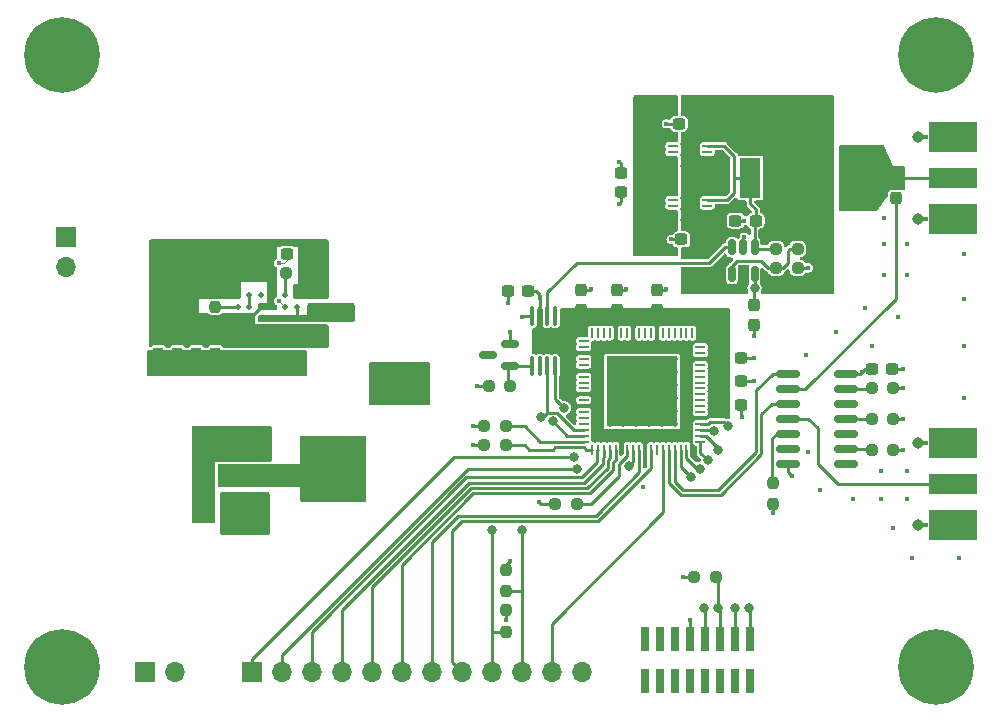
<source format=gbr>
%TF.GenerationSoftware,KiCad,Pcbnew,6.0.6-3a73a75311~116~ubuntu20.04.1*%
%TF.CreationDate,2022-09-22T10:05:30+01:00*%
%TF.ProjectId,UFOMothership,55464f4d-6f74-4686-9572-736869702e6b,rev?*%
%TF.SameCoordinates,Original*%
%TF.FileFunction,Copper,L1,Top*%
%TF.FilePolarity,Positive*%
%FSLAX46Y46*%
G04 Gerber Fmt 4.6, Leading zero omitted, Abs format (unit mm)*
G04 Created by KiCad (PCBNEW 6.0.6-3a73a75311~116~ubuntu20.04.1) date 2022-09-22 10:05:30*
%MOMM*%
%LPD*%
G01*
G04 APERTURE LIST*
G04 Aperture macros list*
%AMRoundRect*
0 Rectangle with rounded corners*
0 $1 Rounding radius*
0 $2 $3 $4 $5 $6 $7 $8 $9 X,Y pos of 4 corners*
0 Add a 4 corners polygon primitive as box body*
4,1,4,$2,$3,$4,$5,$6,$7,$8,$9,$2,$3,0*
0 Add four circle primitives for the rounded corners*
1,1,$1+$1,$2,$3*
1,1,$1+$1,$4,$5*
1,1,$1+$1,$6,$7*
1,1,$1+$1,$8,$9*
0 Add four rect primitives between the rounded corners*
20,1,$1+$1,$2,$3,$4,$5,0*
20,1,$1+$1,$4,$5,$6,$7,0*
20,1,$1+$1,$6,$7,$8,$9,0*
20,1,$1+$1,$8,$9,$2,$3,0*%
G04 Aperture macros list end*
%TA.AperFunction,SMDPad,CuDef*%
%ADD10RoundRect,0.237500X-0.300000X-0.237500X0.300000X-0.237500X0.300000X0.237500X-0.300000X0.237500X0*%
%TD*%
%TA.AperFunction,SMDPad,CuDef*%
%ADD11RoundRect,0.237500X0.237500X-0.300000X0.237500X0.300000X-0.237500X0.300000X-0.237500X-0.300000X0*%
%TD*%
%TA.AperFunction,SMDPad,CuDef*%
%ADD12RoundRect,0.237500X0.300000X0.237500X-0.300000X0.237500X-0.300000X-0.237500X0.300000X-0.237500X0*%
%TD*%
%TA.AperFunction,SMDPad,CuDef*%
%ADD13RoundRect,0.237500X-0.237500X0.300000X-0.237500X-0.300000X0.237500X-0.300000X0.237500X0.300000X0*%
%TD*%
%TA.AperFunction,SMDPad,CuDef*%
%ADD14R,3.400000X1.800000*%
%TD*%
%TA.AperFunction,SMDPad,CuDef*%
%ADD15R,1.800000X3.400000*%
%TD*%
%TA.AperFunction,SMDPad,CuDef*%
%ADD16R,0.750000X2.100000*%
%TD*%
%TA.AperFunction,ComponentPad*%
%ADD17C,0.800000*%
%TD*%
%TA.AperFunction,ComponentPad*%
%ADD18C,6.400000*%
%TD*%
%TA.AperFunction,SMDPad,CuDef*%
%ADD19RoundRect,0.237500X-0.237500X0.250000X-0.237500X-0.250000X0.237500X-0.250000X0.237500X0.250000X0*%
%TD*%
%TA.AperFunction,SMDPad,CuDef*%
%ADD20RoundRect,0.237500X-0.250000X-0.237500X0.250000X-0.237500X0.250000X0.237500X-0.250000X0.237500X0*%
%TD*%
%TA.AperFunction,ComponentPad*%
%ADD21R,1.700000X1.700000*%
%TD*%
%TA.AperFunction,ComponentPad*%
%ADD22O,1.700000X1.700000*%
%TD*%
%TA.AperFunction,SMDPad,CuDef*%
%ADD23C,0.500000*%
%TD*%
%TA.AperFunction,SMDPad,CuDef*%
%ADD24R,4.190000X1.780000*%
%TD*%
%TA.AperFunction,ComponentPad*%
%ADD25C,0.970000*%
%TD*%
%TA.AperFunction,SMDPad,CuDef*%
%ADD26R,0.890000X0.460000*%
%TD*%
%TA.AperFunction,SMDPad,CuDef*%
%ADD27R,4.190000X2.665000*%
%TD*%
%TA.AperFunction,SMDPad,CuDef*%
%ADD28RoundRect,0.100000X0.100000X-0.712500X0.100000X0.712500X-0.100000X0.712500X-0.100000X-0.712500X0*%
%TD*%
%TA.AperFunction,SMDPad,CuDef*%
%ADD29RoundRect,0.062500X0.375000X0.062500X-0.375000X0.062500X-0.375000X-0.062500X0.375000X-0.062500X0*%
%TD*%
%TA.AperFunction,SMDPad,CuDef*%
%ADD30RoundRect,0.062500X0.062500X0.375000X-0.062500X0.375000X-0.062500X-0.375000X0.062500X-0.375000X0*%
%TD*%
%TA.AperFunction,ComponentPad*%
%ADD31C,0.500000*%
%TD*%
%TA.AperFunction,SMDPad,CuDef*%
%ADD32R,6.000000X6.000000*%
%TD*%
%TA.AperFunction,SMDPad,CuDef*%
%ADD33RoundRect,0.150000X0.587500X0.150000X-0.587500X0.150000X-0.587500X-0.150000X0.587500X-0.150000X0*%
%TD*%
%TA.AperFunction,SMDPad,CuDef*%
%ADD34RoundRect,0.062500X0.362500X0.062500X-0.362500X0.062500X-0.362500X-0.062500X0.362500X-0.062500X0*%
%TD*%
%TA.AperFunction,SMDPad,CuDef*%
%ADD35R,1.650000X2.380000*%
%TD*%
%TA.AperFunction,SMDPad,CuDef*%
%ADD36RoundRect,0.150000X-0.825000X-0.150000X0.825000X-0.150000X0.825000X0.150000X-0.825000X0.150000X0*%
%TD*%
%TA.AperFunction,SMDPad,CuDef*%
%ADD37RoundRect,0.150000X-0.150000X0.512500X-0.150000X-0.512500X0.150000X-0.512500X0.150000X0.512500X0*%
%TD*%
%TA.AperFunction,SMDPad,CuDef*%
%ADD38RoundRect,0.237500X0.250000X0.237500X-0.250000X0.237500X-0.250000X-0.237500X0.250000X-0.237500X0*%
%TD*%
%TA.AperFunction,SMDPad,CuDef*%
%ADD39R,2.200000X3.900000*%
%TD*%
%TA.AperFunction,SMDPad,CuDef*%
%ADD40R,2.000000X1.500000*%
%TD*%
%TA.AperFunction,SMDPad,CuDef*%
%ADD41R,2.000000X3.800000*%
%TD*%
%TA.AperFunction,ViaPad*%
%ADD42C,0.400000*%
%TD*%
%TA.AperFunction,ViaPad*%
%ADD43C,0.800000*%
%TD*%
%TA.AperFunction,Conductor*%
%ADD44C,0.250000*%
%TD*%
%TA.AperFunction,Conductor*%
%ADD45C,0.100000*%
%TD*%
G04 APERTURE END LIST*
D10*
%TO.P,C23,1*%
%TO.N,+3.3V*%
X188000000Y-86000000D03*
%TO.P,C23,2*%
%TO.N,GND*%
X189725000Y-86000000D03*
%TD*%
D11*
%TO.P,C22,1*%
%TO.N,+3.3V*%
X182600000Y-77999999D03*
%TO.P,C22,2*%
%TO.N,GND*%
X182600000Y-76274999D03*
%TD*%
%TO.P,C21,1*%
%TO.N,+3.3V*%
X176200000Y-77999999D03*
%TO.P,C21,2*%
%TO.N,GND*%
X176200000Y-76274999D03*
%TD*%
D10*
%TO.P,C20,1*%
%TO.N,+3.3V*%
X188000000Y-84000000D03*
%TO.P,C20,2*%
%TO.N,GND*%
X189725000Y-84000000D03*
%TD*%
D11*
%TO.P,C19,1*%
%TO.N,+3.3V*%
X179200000Y-77999999D03*
%TO.P,C19,2*%
%TO.N,GND*%
X179200000Y-76274999D03*
%TD*%
D10*
%TO.P,C18,1*%
%TO.N,+3.3V*%
X188000000Y-82000000D03*
%TO.P,C18,2*%
%TO.N,GND*%
X189725000Y-82000000D03*
%TD*%
D12*
%TO.P,C17,1*%
%TO.N,+VDC*%
X181262500Y-68000000D03*
%TO.P,C17,2*%
%TO.N,GND*%
X179537500Y-68000000D03*
%TD*%
%TO.P,C16,1*%
%TO.N,+VDC*%
X181262500Y-66400000D03*
%TO.P,C16,2*%
%TO.N,GND*%
X179537500Y-66400000D03*
%TD*%
D10*
%TO.P,C15,1*%
%TO.N,+5V*%
X200800000Y-83000000D03*
%TO.P,C15,2*%
%TO.N,GND*%
X202525000Y-83000000D03*
%TD*%
D13*
%TO.P,C14,2*%
%TO.N,GND*%
X190800000Y-79262500D03*
%TO.P,C14,1*%
%TO.N,+VDC*%
X190800000Y-77537500D03*
%TD*%
D12*
%TO.P,C13,1*%
%TO.N,+3.3V*%
X171725001Y-76400000D03*
%TO.P,C13,2*%
%TO.N,GND*%
X170000001Y-76400000D03*
%TD*%
%TO.P,C12,1*%
%TO.N,/BIAS*%
X186399999Y-72000000D03*
%TO.P,C12,2*%
%TO.N,GND*%
X184674999Y-72000000D03*
%TD*%
D10*
%TO.P,C11,1*%
%TO.N,GND*%
X184475000Y-62200000D03*
%TO.P,C11,2*%
%TO.N,/BIAS*%
X186200000Y-62200000D03*
%TD*%
D14*
%TO.P,TP2,1,1*%
%TO.N,GND*%
X160800000Y-84000000D03*
%TD*%
D15*
%TO.P,TP1,1,1*%
%TO.N,/SET*%
X190512500Y-66800000D03*
%TD*%
D16*
%TO.P,J7,1,Pin_1*%
%TO.N,unconnected-(J7-Pad1)*%
X181555000Y-105800000D03*
%TO.P,J7,2,Pin_2*%
%TO.N,unconnected-(J7-Pad2)*%
X181555000Y-109400000D03*
%TO.P,J7,3,Pin_3*%
%TO.N,unconnected-(J7-Pad3)*%
X182825000Y-105800000D03*
%TO.P,J7,4,Pin_4*%
%TO.N,unconnected-(J7-Pad4)*%
X182825000Y-109400000D03*
%TO.P,J7,5,Pin_5*%
%TO.N,unconnected-(J7-Pad5)*%
X184095000Y-105800000D03*
%TO.P,J7,6,Pin_6*%
%TO.N,unconnected-(J7-Pad6)*%
X184095000Y-109400000D03*
%TO.P,J7,7,Pin_7*%
%TO.N,GND*%
X185365000Y-105800000D03*
%TO.P,J7,8,Pin_8*%
%TO.N,unconnected-(J7-Pad8)*%
X185365000Y-109400000D03*
%TO.P,J7,9,Pin_9*%
%TO.N,TMS*%
X186635000Y-105800000D03*
%TO.P,J7,10,Pin_10*%
%TO.N,unconnected-(J7-Pad10)*%
X186635000Y-109400000D03*
%TO.P,J7,11,Pin_11*%
%TO.N,TCK*%
X187905000Y-105800000D03*
%TO.P,J7,12,Pin_12*%
%TO.N,unconnected-(J7-Pad12)*%
X187905000Y-109400000D03*
%TO.P,J7,13,Pin_13*%
%TO.N,TDI*%
X189175000Y-105800000D03*
%TO.P,J7,14,Pin_14*%
%TO.N,unconnected-(J7-Pad14)*%
X189175000Y-109400000D03*
%TO.P,J7,15,Pin_15*%
%TO.N,TDO*%
X190445000Y-105800000D03*
%TO.P,J7,16,Pin_16*%
%TO.N,unconnected-(J7-Pad16)*%
X190445000Y-109400000D03*
%TD*%
D17*
%TO.P,REF\u002A\u002A,1*%
%TO.N,N/C*%
X206200000Y-110600000D03*
D18*
X206200000Y-108200000D03*
D17*
X207897056Y-106502944D03*
X204502944Y-106502944D03*
X207897056Y-109897056D03*
X204502944Y-109897056D03*
X203800000Y-108200000D03*
X206200000Y-105800000D03*
X208600000Y-108200000D03*
%TD*%
D18*
%TO.P,REF\u002A\u002A,1*%
%TO.N,N/C*%
X206200000Y-56400000D03*
D17*
X207897056Y-54702944D03*
X204502944Y-58097056D03*
X207897056Y-58097056D03*
X208600000Y-56400000D03*
X206200000Y-58800000D03*
X206200000Y-54000000D03*
X204502944Y-54702944D03*
X203800000Y-56400000D03*
%TD*%
D19*
%TO.P,R7,1*%
%TO.N,GND*%
X145200000Y-75887500D03*
%TO.P,R7,2*%
%TO.N,Net-(R7-Pad2)*%
X145200000Y-77712500D03*
%TD*%
D20*
%TO.P,R9,1*%
%TO.N,Net-(R16-Pad1)*%
X192687500Y-74400000D03*
%TO.P,R9,2*%
%TO.N,GND*%
X194512500Y-74400000D03*
%TD*%
D21*
%TO.P,J6,1,Pin_1*%
%TO.N,+5V*%
X139260000Y-108600000D03*
D22*
%TO.P,J6,2,Pin_2*%
%TO.N,GND*%
X141800000Y-108600000D03*
%TD*%
D23*
%TO.P,U1,A1,GND*%
%TO.N,GND*%
X147100000Y-76700000D03*
%TO.P,U1,A2,BIAS*%
%TO.N,Net-(U1-PadA2)*%
X148100000Y-76700000D03*
%TO.P,U1,A3,PG*%
%TO.N,unconnected-(U1-PadA3)*%
X149100000Y-76700000D03*
%TO.P,U1,A4,GND*%
%TO.N,GND*%
X150100000Y-76700000D03*
%TO.P,U1,A5,RT*%
%TO.N,Net-(R6-Pad1)*%
X151100000Y-76700000D03*
%TO.P,U1,A6,GND*%
%TO.N,GND*%
X152100000Y-76700000D03*
%TO.P,U1,B1,FB*%
%TO.N,Net-(R7-Pad2)*%
X147100000Y-77700000D03*
%TO.P,U1,B2,AUX*%
%TO.N,Net-(U1-PadA2)*%
X148100000Y-77700000D03*
%TO.P,U1,B3,GND*%
%TO.N,GND*%
X149100000Y-77700000D03*
%TO.P,U1,B4,SYNC*%
X150100000Y-77700000D03*
%TO.P,U1,B5,TR/SS*%
%TO.N,Net-(C3-Pad2)*%
X151100000Y-77700000D03*
%TO.P,U1,B6,RUN*%
%TO.N,+VDC*%
X152100000Y-77700000D03*
%TO.P,U1,C1,GND*%
%TO.N,GND*%
X147100000Y-78700000D03*
%TO.P,U1,C2,GND*%
X148100000Y-78700000D03*
%TO.P,U1,C3,VIN*%
%TO.N,+VDC*%
X149100000Y-78700000D03*
%TO.P,U1,C4,VIN*%
X150100000Y-78700000D03*
%TO.P,U1,C5,VIN*%
X151100000Y-78700000D03*
%TO.P,U1,C6,VIN*%
X152100000Y-78700000D03*
%TO.P,U1,D1,GND*%
%TO.N,GND*%
X147100000Y-79700000D03*
%TO.P,U1,D2,GND*%
X148100000Y-79700000D03*
%TO.P,U1,D3,GND*%
X149100000Y-79700000D03*
%TO.P,U1,D4,GND*%
X150100000Y-79700000D03*
%TO.P,U1,D5,GND*%
X151100000Y-79700000D03*
%TO.P,U1,D6,GND*%
X152100000Y-79700000D03*
%TO.P,U1,E1,GND*%
X147100000Y-80700000D03*
%TO.P,U1,E2,GND*%
X148100000Y-80700000D03*
%TO.P,U1,E3,GND*%
X149100000Y-80700000D03*
%TO.P,U1,E4,GND*%
X150100000Y-80700000D03*
%TO.P,U1,E5,GND*%
X151100000Y-80700000D03*
%TO.P,U1,E6,GND*%
X152100000Y-80700000D03*
%TO.P,U1,F1,VOUT*%
%TO.N,+5V*%
X147100000Y-81700000D03*
%TO.P,U1,F2,VOUT*%
X148100000Y-81700000D03*
%TO.P,U1,F3,VOUT*%
X149100000Y-81700000D03*
%TO.P,U1,F4,VOUT*%
X150100000Y-81700000D03*
%TO.P,U1,F5,VOUT*%
X151100000Y-81700000D03*
%TO.P,U1,F6,VOUT*%
X152100000Y-81700000D03*
%TD*%
D24*
%TO.P,J4,1,In*%
%TO.N,/TRIG+BIAS*%
X207665000Y-66800000D03*
D25*
%TO.P,J4,2,Ext*%
%TO.N,GND*%
X204680000Y-70292500D03*
X204680000Y-63307500D03*
D26*
X205125000Y-63307500D03*
X205125000Y-70292500D03*
D27*
X207665000Y-70292500D03*
X207665000Y-63307500D03*
%TD*%
D17*
%TO.P,REF\u002A\u002A,1*%
%TO.N,N/C*%
X130502944Y-106502944D03*
X130502944Y-109897056D03*
X134600000Y-108200000D03*
X133897056Y-106502944D03*
X132200000Y-105800000D03*
X133897056Y-109897056D03*
D18*
X132200000Y-108200000D03*
D17*
X132200000Y-110600000D03*
X129800000Y-108200000D03*
%TD*%
D28*
%TO.P,U2,1,REF*%
%TO.N,Net-(R8-Pad2)*%
X172025000Y-82712500D03*
%TO.P,U2,2,ADDR*%
%TO.N,unconnected-(U2-Pad2)*%
X172675000Y-82712500D03*
%TO.P,U2,3,SCL*%
%TO.N,/SCL*%
X173325000Y-82712500D03*
%TO.P,U2,4,SDA*%
%TO.N,/SDA*%
X173975000Y-82712500D03*
%TO.P,U2,5,~{AUX}*%
%TO.N,/~{AUX}*%
X173975000Y-78487500D03*
%TO.P,U2,6,OUT*%
%TO.N,Net-(U2-Pad6)*%
X173325000Y-78487500D03*
%TO.P,U2,7,VDD*%
%TO.N,+3.3V*%
X172675000Y-78487500D03*
%TO.P,U2,8,GND*%
%TO.N,GND*%
X172025000Y-78487500D03*
%TD*%
D20*
%TO.P,R3,1*%
%TO.N,+3.3V*%
X167975000Y-87800000D03*
%TO.P,R3,2*%
%TO.N,Net-(R3-Pad2)*%
X169800000Y-87800000D03*
%TD*%
%TO.P,R8,1*%
%TO.N,+3.3V*%
X168375000Y-84387500D03*
%TO.P,R8,2*%
%TO.N,Net-(R8-Pad2)*%
X170200000Y-84387500D03*
%TD*%
D12*
%TO.P,C3,1*%
%TO.N,GND*%
X153000000Y-73200000D03*
%TO.P,C3,2*%
%TO.N,Net-(C3-Pad2)*%
X151275000Y-73200000D03*
%TD*%
D19*
%TO.P,R10,1*%
%TO.N,+3.3V*%
X169800000Y-103375000D03*
%TO.P,R10,2*%
%TO.N,/SCL*%
X169800000Y-105200000D03*
%TD*%
D29*
%TO.P,U3,1,TDI*%
%TO.N,TDI*%
X186287500Y-89112500D03*
%TO.P,U3,2,TDO*%
%TO.N,TDO*%
X186287500Y-88612500D03*
%TO.P,U3,3,PT11A*%
%TO.N,/GPIO0*%
X186287500Y-88112500D03*
%TO.P,U3,4,PT11B*%
%TO.N,/GPIO1*%
X186287500Y-87612500D03*
%TO.P,U3,5,VCC*%
%TO.N,+3.3V*%
X186287500Y-87112500D03*
%TO.P,U3,6,PL16A-I3C*%
%TO.N,unconnected-(U3-Pad6)*%
X186287500Y-86612500D03*
%TO.P,U3,7,PL16B-I3C*%
%TO.N,unconnected-(U3-Pad7)*%
X186287500Y-86112500D03*
%TO.P,U3,8,PL17A-PCLKT3_0/I3C*%
%TO.N,unconnected-(U3-Pad8)*%
X186287500Y-85612500D03*
%TO.P,U3,9,PL17B-PCLKC3_0/I3C*%
%TO.N,unconnected-(U3-Pad9)*%
X186287500Y-85112500D03*
%TO.P,U3,10,PL19A-I3C*%
%TO.N,unconnected-(U3-Pad10)*%
X186287500Y-84612500D03*
%TO.P,U3,11,PL19B-I3C*%
%TO.N,unconnected-(U3-Pad11)*%
X186287500Y-84112500D03*
%TO.P,U3,12,PL20A-I3C*%
%TO.N,unconnected-(U3-Pad12)*%
X186287500Y-83612500D03*
%TO.P,U3,13,PL20B-I3C*%
%TO.N,unconnected-(U3-Pad13)*%
X186287500Y-83112500D03*
%TO.P,U3,14,PL20C*%
%TO.N,unconnected-(U3-Pad14)*%
X186287500Y-82612500D03*
%TO.P,U3,15,VCCIO3*%
%TO.N,+3.3V*%
X186287500Y-82112500D03*
%TO.P,U3,16,PB4A-CSSPIN*%
%TO.N,unconnected-(U3-Pad16)*%
X186287500Y-81612500D03*
%TO.P,U3,17,PB4B*%
%TO.N,unconnected-(U3-Pad17)*%
X186287500Y-81112500D03*
%TO.P,U3,18,VCCIO2*%
%TO.N,+3.3V*%
X186287500Y-80612500D03*
D30*
%TO.P,U3,19,PB9A-MCLK/CCLK*%
%TO.N,unconnected-(U3-Pad19)*%
X185600000Y-79925000D03*
%TO.P,U3,20,PB9B-SO/SPISO*%
%TO.N,unconnected-(U3-Pad20)*%
X185100000Y-79925000D03*
%TO.P,U3,21,PB10A*%
%TO.N,unconnected-(U3-Pad21)*%
X184600000Y-79925000D03*
%TO.P,U3,22,PB10A*%
%TO.N,unconnected-(U3-Pad22)*%
X184100000Y-79925000D03*
%TO.P,U3,23,PB13A-PCLKT2_0*%
%TO.N,unconnected-(U3-Pad23)*%
X183600000Y-79925000D03*
%TO.P,U3,24,PB13B-PCLKC2_0*%
%TO.N,unconnected-(U3-Pad24)*%
X183100000Y-79925000D03*
%TO.P,U3,25,VCCIO2*%
%TO.N,+3.3V*%
X182600000Y-79925000D03*
%TO.P,U3,26,PB20A-PCLKT2_1*%
%TO.N,unconnected-(U3-Pad26)*%
X182100000Y-79925000D03*
%TO.P,U3,27,PB20B-PCLK_C2_1*%
%TO.N,unconnected-(U3-Pad27)*%
X181600000Y-79925000D03*
%TO.P,U3,28,PB23C*%
%TO.N,unconnected-(U3-Pad28)*%
X181100000Y-79925000D03*
%TO.P,U3,29,VCC*%
%TO.N,+3.3V*%
X180600000Y-79925000D03*
%TO.P,U3,30,PB24A*%
%TO.N,unconnected-(U3-Pad30)*%
X180100000Y-79925000D03*
%TO.P,U3,31,PB24B*%
%TO.N,unconnected-(U3-Pad31)*%
X179600000Y-79925000D03*
%TO.P,U3,32,VCCIO2*%
%TO.N,+3.3V*%
X179100000Y-79925000D03*
%TO.P,U3,33,PB26A*%
%TO.N,unconnected-(U3-Pad33)*%
X178600000Y-79925000D03*
%TO.P,U3,34,PB26B*%
%TO.N,unconnected-(U3-Pad34)*%
X178100000Y-79925000D03*
%TO.P,U3,35,PB30A-SN*%
%TO.N,unconnected-(U3-Pad35)*%
X177600000Y-79925000D03*
%TO.P,U3,36,PB30B-SI/SISPI*%
%TO.N,unconnected-(U3-Pad36)*%
X177100000Y-79925000D03*
D29*
%TO.P,U3,37,PR18A*%
%TO.N,unconnected-(U3-Pad37)*%
X176412500Y-80612500D03*
%TO.P,U3,38,PR15B*%
%TO.N,unconnected-(U3-Pad38)*%
X176412500Y-81112500D03*
%TO.P,U3,39,VCCIO1*%
%TO.N,+3.3V*%
X176412500Y-81612500D03*
%TO.P,U3,40,PR15A*%
%TO.N,unconnected-(U3-Pad40)*%
X176412500Y-82112500D03*
%TO.P,U3,41,PR10B-PCLKC1_0*%
%TO.N,unconnected-(U3-Pad41)*%
X176412500Y-82612500D03*
%TO.P,U3,42,VCCIO1*%
%TO.N,+3.3V*%
X176412500Y-83112500D03*
%TO.P,U3,43,PR10A-PCLKT1_0*%
%TO.N,unconnected-(U3-Pad43)*%
X176412500Y-83612500D03*
%TO.P,U3,44,PR8B*%
%TO.N,unconnected-(U3-Pad44)*%
X176412500Y-84112500D03*
%TO.P,U3,45,PR8A*%
%TO.N,unconnected-(U3-Pad45)*%
X176412500Y-84612500D03*
%TO.P,U3,46,VCC*%
%TO.N,+3.3V*%
X176412500Y-85112500D03*
%TO.P,U3,47,PR5A*%
%TO.N,unconnected-(U3-Pad47)*%
X176412500Y-85612500D03*
%TO.P,U3,48,VCCIO1*%
%TO.N,+3.3V*%
X176412500Y-86112500D03*
%TO.P,U3,49,PR3B-R_GPLLC_IN*%
%TO.N,unconnected-(U3-Pad49)*%
X176412500Y-86612500D03*
%TO.P,U3,50,PR3A-R_GPLLT_IN*%
%TO.N,unconnected-(U3-Pad50)*%
X176412500Y-87112500D03*
%TO.P,U3,51,PR2C*%
%TO.N,unconnected-(U3-Pad51)*%
X176412500Y-87612500D03*
%TO.P,U3,52,PR2B-R_GPLLC_FB*%
%TO.N,/SCL*%
X176412500Y-88112500D03*
%TO.P,U3,53,PR2A-R_GPLLT_FB*%
%TO.N,/SDA*%
X176412500Y-88612500D03*
%TO.P,U3,54,PT28D-DONE*%
%TO.N,Net-(R3-Pad2)*%
X176412500Y-89112500D03*
D30*
%TO.P,U3,55,PT28C-INITN*%
%TO.N,Net-(R2-Pad2)*%
X177100000Y-89800000D03*
%TO.P,U3,56,PT25B*%
%TO.N,/GPIO2*%
X177600000Y-89800000D03*
%TO.P,U3,57,PT25A*%
%TO.N,/GPIO3*%
X178100000Y-89800000D03*
%TO.P,U3,58,PT24B*%
%TO.N,/GPIO4*%
X178600000Y-89800000D03*
%TO.P,U3,59,PT24A*%
%TO.N,/GPIO5*%
X179100000Y-89800000D03*
%TO.P,U3,60,VCCIO0*%
%TO.N,+3.3V*%
X179600000Y-89800000D03*
%TO.P,U3,61,PT23D-PROGRAMN*%
%TO.N,/PROGRAMN*%
X180100000Y-89800000D03*
%TO.P,U3,62,JTAGENB*%
%TO.N,Net-(R5-Pad2)*%
X180600000Y-89800000D03*
%TO.P,U3,63,PT21B*%
%TO.N,/GPIO6*%
X181100000Y-89800000D03*
%TO.P,U3,64,VCCIO0*%
%TO.N,+3.3V*%
X181600000Y-89800000D03*
%TO.P,U3,65,PT21A*%
%TO.N,/GPIO7*%
X182100000Y-89800000D03*
%TO.P,U3,66,PT20D-SDA/PCLKC0_0*%
%TO.N,/CLK*%
X182600000Y-89800000D03*
%TO.P,U3,67,PT20C-SCL/PCLKT0_0*%
%TO.N,/TRIGGER_IN*%
X183100000Y-89800000D03*
%TO.P,U3,68,PT18B-PCLKC0_1*%
%TO.N,/FPGA_PULSE*%
X183600000Y-89800000D03*
%TO.P,U3,69,PT18A-PCLKTO_1*%
%TO.N,/FPGA_TRIGGER*%
X184100000Y-89800000D03*
%TO.P,U3,70,TMS*%
%TO.N,TMS*%
X184600000Y-89800000D03*
%TO.P,U3,71,TCK*%
%TO.N,TCK*%
X185100000Y-89800000D03*
%TO.P,U3,72,VCCIO0*%
%TO.N,+3.3V*%
X185600000Y-89800000D03*
D31*
%TO.P,U3,73,GND*%
%TO.N,GND*%
X180800000Y-86512500D03*
X184100000Y-85412500D03*
X179700000Y-82112500D03*
X178600000Y-82112500D03*
X184100000Y-86512500D03*
X183000000Y-82112500D03*
X180800000Y-87612500D03*
X184100000Y-82112500D03*
X183000000Y-87612500D03*
X184100000Y-84312500D03*
X183000000Y-85412500D03*
X184100000Y-87612500D03*
X178600000Y-85412500D03*
X178600000Y-86512500D03*
X178600000Y-83212500D03*
X179700000Y-84312500D03*
X181900000Y-87612500D03*
X181900000Y-86512500D03*
X179700000Y-86512500D03*
X180800000Y-83212500D03*
X181900000Y-83212500D03*
X178600000Y-87612500D03*
X180800000Y-84312500D03*
X181900000Y-85412500D03*
X180800000Y-82112500D03*
X180800000Y-85412500D03*
X179700000Y-83212500D03*
X181900000Y-84312500D03*
X179700000Y-87612500D03*
X179700000Y-85412500D03*
X183000000Y-86512500D03*
X183000000Y-83212500D03*
X184100000Y-83212500D03*
X181900000Y-82112500D03*
D32*
X181350000Y-84862500D03*
D31*
X183000000Y-84312500D03*
X178600000Y-84312500D03*
%TD*%
D20*
%TO.P,R15,1*%
%TO.N,Net-(R15-Pad1)*%
X200800000Y-84600000D03*
%TO.P,R15,2*%
%TO.N,GND*%
X202625000Y-84600000D03*
%TD*%
D21*
%TO.P,J2,1,Pin_1*%
%TO.N,/GPIO0*%
X148280000Y-108600000D03*
D22*
%TO.P,J2,2,Pin_2*%
%TO.N,/GPIO1*%
X150820000Y-108600000D03*
%TO.P,J2,3,Pin_3*%
%TO.N,/GPIO2*%
X153360000Y-108600000D03*
%TO.P,J2,4,Pin_4*%
%TO.N,/GPIO3*%
X155900000Y-108600000D03*
%TO.P,J2,5,Pin_5*%
%TO.N,/GPIO4*%
X158440000Y-108600000D03*
%TO.P,J2,6,Pin_6*%
%TO.N,/GPIO5*%
X160980000Y-108600000D03*
%TO.P,J2,7,Pin_7*%
%TO.N,/GPIO6*%
X163520000Y-108600000D03*
%TO.P,J2,8,Pin_8*%
%TO.N,/GPIO7*%
X166060000Y-108600000D03*
%TO.P,J2,9,Pin_9*%
%TO.N,/SCL*%
X168600000Y-108600000D03*
%TO.P,J2,10,Pin_10*%
%TO.N,/SDA*%
X171140000Y-108600000D03*
%TO.P,J2,11,Pin_11*%
%TO.N,/TRIGGER_IN*%
X173680000Y-108600000D03*
%TO.P,J2,12,Pin_12*%
%TO.N,GND*%
X176220000Y-108600000D03*
%TD*%
D11*
%TO.P,C4,1*%
%TO.N,+5V*%
X142000000Y-81662500D03*
%TO.P,C4,2*%
%TO.N,GND*%
X142000000Y-79937500D03*
%TD*%
D12*
%TO.P,C5,1*%
%TO.N,+3.3V*%
X146262500Y-92000000D03*
%TO.P,C5,2*%
%TO.N,GND*%
X144537500Y-92000000D03*
%TD*%
D33*
%TO.P,U6,1,K*%
%TO.N,Net-(R8-Pad2)*%
X170137500Y-82737500D03*
%TO.P,U6,2,A*%
%TO.N,GND*%
X170137500Y-80837500D03*
%TO.P,U6,3*%
%TO.N,N/C*%
X168262500Y-81787500D03*
%TD*%
D12*
%TO.P,C2,1*%
%TO.N,+5V*%
X146262500Y-94400000D03*
%TO.P,C2,2*%
%TO.N,GND*%
X144537500Y-94400000D03*
%TD*%
D17*
%TO.P,REF\u002A\u002A,1*%
%TO.N,N/C*%
X130502944Y-54702944D03*
X132200000Y-58800000D03*
X134600000Y-56400000D03*
X133897056Y-58097056D03*
D18*
X132200000Y-56400000D03*
D17*
X133897056Y-54702944D03*
X132200000Y-54000000D03*
X129800000Y-56400000D03*
X130502944Y-58097056D03*
%TD*%
D13*
%TO.P,C10,1*%
%TO.N,/TRIG+BIAS*%
X202800000Y-66800000D03*
%TO.P,C10,2*%
%TO.N,/TRIGGER*%
X202800000Y-68525000D03*
%TD*%
D21*
%TO.P,J1,1,Pin_1*%
%TO.N,+VDC*%
X132600000Y-71800000D03*
D22*
%TO.P,J1,2,Pin_2*%
%TO.N,GND*%
X132600000Y-74340000D03*
%TD*%
D20*
%TO.P,R2,1*%
%TO.N,+3.3V*%
X167975000Y-89400000D03*
%TO.P,R2,2*%
%TO.N,Net-(R2-Pad2)*%
X169800000Y-89400000D03*
%TD*%
D11*
%TO.P,C6,1*%
%TO.N,+5V*%
X140400000Y-81662500D03*
%TO.P,C6,2*%
%TO.N,GND*%
X140400000Y-79937500D03*
%TD*%
D20*
%TO.P,R14,1*%
%TO.N,Net-(R14-Pad1)*%
X200800000Y-87200000D03*
%TO.P,R14,2*%
%TO.N,GND*%
X202625000Y-87200000D03*
%TD*%
D34*
%TO.P,U9,1,OUT*%
%TO.N,/BIAS*%
X186850000Y-70150000D03*
%TO.P,U9,2,OUT*%
X186850000Y-69650000D03*
%TO.P,U9,3*%
%TO.N,N/C*%
X186850000Y-69150000D03*
%TO.P,U9,4,SET*%
%TO.N,/SET*%
X186850000Y-68650000D03*
%TO.P,U9,5*%
%TO.N,N/C*%
X183950000Y-68650000D03*
%TO.P,U9,6*%
X183950000Y-69150000D03*
%TO.P,U9,7,IN*%
%TO.N,+VDC*%
X183950000Y-69650000D03*
%TO.P,U9,8,IN*%
X183950000Y-70150000D03*
D31*
%TO.P,U9,9,OUT*%
%TO.N,/BIAS*%
X184825000Y-70340000D03*
X185975000Y-68460000D03*
X184825000Y-68460000D03*
D35*
X185400000Y-69400000D03*
D31*
X184825000Y-69400000D03*
X185975000Y-70340000D03*
X185975000Y-69400000D03*
%TD*%
D36*
%TO.P,U5,1,1A*%
%TO.N,/FPGA_TRIGGER*%
X193675001Y-83352500D03*
%TO.P,U5,2,1Y*%
%TO.N,/TRIGGER*%
X193675001Y-84622500D03*
%TO.P,U5,3,2A*%
%TO.N,/FPGA_PULSE*%
X193675001Y-85892500D03*
%TO.P,U5,4,2Y*%
%TO.N,/PULSE*%
X193675001Y-87162500D03*
%TO.P,U5,5,3A*%
%TO.N,Net-(R12-Pad1)*%
X193675001Y-88432500D03*
%TO.P,U5,6,3Y*%
%TO.N,unconnected-(U5-Pad6)*%
X193675001Y-89702500D03*
%TO.P,U5,7,GND*%
%TO.N,GND*%
X193675001Y-90972500D03*
%TO.P,U5,8,4Y*%
%TO.N,unconnected-(U5-Pad8)*%
X198625001Y-90972500D03*
%TO.P,U5,9,4A*%
%TO.N,Net-(R13-Pad1)*%
X198625001Y-89702500D03*
%TO.P,U5,10,5Y*%
%TO.N,unconnected-(U5-Pad10)*%
X198625001Y-88432500D03*
%TO.P,U5,11,5A*%
%TO.N,Net-(R14-Pad1)*%
X198625001Y-87162500D03*
%TO.P,U5,12,6Y*%
%TO.N,unconnected-(U5-Pad12)*%
X198625001Y-85892500D03*
%TO.P,U5,13,6A*%
%TO.N,Net-(R15-Pad1)*%
X198625001Y-84622500D03*
%TO.P,U5,14,VCC*%
%TO.N,+5V*%
X198625001Y-83352500D03*
%TD*%
D20*
%TO.P,R13,1*%
%TO.N,Net-(R13-Pad1)*%
X200800000Y-89800000D03*
%TO.P,R13,2*%
%TO.N,GND*%
X202625000Y-89800000D03*
%TD*%
D37*
%TO.P,U7,1,OUT*%
%TO.N,/SET*%
X190862501Y-72662500D03*
%TO.P,U7,2,V-*%
%TO.N,GND*%
X189912501Y-72662500D03*
%TO.P,U7,3,IN+*%
%TO.N,Net-(U2-Pad6)*%
X188962501Y-72662500D03*
%TO.P,U7,4,IN-*%
%TO.N,Net-(R16-Pad1)*%
X188962501Y-74937500D03*
%TO.P,U7,5,V+*%
%TO.N,+VDC*%
X190862501Y-74937500D03*
%TD*%
D38*
%TO.P,R16,1*%
%TO.N,Net-(R16-Pad1)*%
X194512500Y-72800000D03*
%TO.P,R16,2*%
%TO.N,/SET*%
X192687500Y-72800000D03*
%TD*%
D24*
%TO.P,J3,1,In*%
%TO.N,/PULSE*%
X207665000Y-92707500D03*
D27*
%TO.P,J3,2,Ext*%
%TO.N,GND*%
X207665000Y-89215000D03*
X207665000Y-96200000D03*
D25*
X204680000Y-96200000D03*
D26*
X205125000Y-89215000D03*
D25*
X204680000Y-89215000D03*
D26*
X205125000Y-96200000D03*
%TD*%
D20*
%TO.P,R1,1*%
%TO.N,+3.3V*%
X173975000Y-94400000D03*
%TO.P,R1,2*%
%TO.N,/PROGRAMN*%
X175800000Y-94400000D03*
%TD*%
D11*
%TO.P,C7,1*%
%TO.N,+5V*%
X145200000Y-81662500D03*
%TO.P,C7,2*%
%TO.N,GND*%
X145200000Y-79937500D03*
%TD*%
D19*
%TO.P,R12,1*%
%TO.N,Net-(R12-Pad1)*%
X192400000Y-92600000D03*
%TO.P,R12,2*%
%TO.N,GND*%
X192400000Y-94425000D03*
%TD*%
D10*
%TO.P,C9,1*%
%TO.N,GND*%
X189250001Y-70400000D03*
%TO.P,C9,2*%
%TO.N,/SET*%
X190975001Y-70400000D03*
%TD*%
D34*
%TO.P,U8,1,OUT*%
%TO.N,/BIAS*%
X186849999Y-65600001D03*
%TO.P,U8,2,OUT*%
X186849999Y-65100001D03*
%TO.P,U8,3*%
%TO.N,N/C*%
X186849999Y-64600001D03*
%TO.P,U8,4,SET*%
%TO.N,/SET*%
X186849999Y-64100001D03*
%TO.P,U8,5*%
%TO.N,N/C*%
X183949999Y-64100001D03*
%TO.P,U8,6*%
X183949999Y-64600001D03*
%TO.P,U8,7,IN*%
%TO.N,+VDC*%
X183949999Y-65100001D03*
%TO.P,U8,8,IN*%
X183949999Y-65600001D03*
D31*
%TO.P,U8,9,OUT*%
%TO.N,/BIAS*%
X185974999Y-63910001D03*
X185974999Y-64850001D03*
D35*
X185399999Y-64850001D03*
D31*
X184824999Y-65790001D03*
X185974999Y-65790001D03*
X184824999Y-64850001D03*
X184824999Y-63910001D03*
%TD*%
D13*
%TO.P,C1,1*%
%TO.N,+VDC*%
X154000000Y-78274999D03*
%TO.P,C1,2*%
%TO.N,GND*%
X154000000Y-79999999D03*
%TD*%
D11*
%TO.P,C8,1*%
%TO.N,+5V*%
X143600000Y-81662500D03*
%TO.P,C8,2*%
%TO.N,GND*%
X143600000Y-79937500D03*
%TD*%
D19*
%TO.P,R11,1*%
%TO.N,+3.3V*%
X169800000Y-99975000D03*
%TO.P,R11,2*%
%TO.N,/SDA*%
X169800000Y-101800000D03*
%TD*%
D20*
%TO.P,R4,1*%
%TO.N,GND*%
X185775000Y-100600000D03*
%TO.P,R4,2*%
%TO.N,TCK*%
X187600000Y-100600000D03*
%TD*%
D39*
%TO.P,L1,1,1*%
%TO.N,/BIAS*%
X196000000Y-66800000D03*
%TO.P,L1,2,2*%
%TO.N,/TRIG+BIAS*%
X199800000Y-66800000D03*
%TD*%
D20*
%TO.P,R6,1*%
%TO.N,Net-(R6-Pad1)*%
X151175000Y-74800000D03*
%TO.P,R6,2*%
%TO.N,GND*%
X153000000Y-74800000D03*
%TD*%
D40*
%TO.P,U4,1,GND*%
%TO.N,GND*%
X148650000Y-89700000D03*
%TO.P,U4,2,VO*%
%TO.N,+3.3V*%
X148650000Y-92000000D03*
D41*
X154950000Y-92000000D03*
D40*
%TO.P,U4,3,VI*%
%TO.N,+5V*%
X148650000Y-94300000D03*
%TD*%
D42*
%TO.N,+3.3V*%
X175200000Y-78800000D03*
X175200000Y-81600000D03*
X175000000Y-85000000D03*
%TO.N,GND*%
X149200000Y-74600000D03*
X145000000Y-74600000D03*
X147200000Y-74000000D03*
X142200000Y-74000000D03*
X142200000Y-76400000D03*
X144400000Y-78600000D03*
X142200000Y-78600000D03*
X140600000Y-77400000D03*
X140600000Y-75600000D03*
X140600000Y-72600000D03*
X145000000Y-72600000D03*
X149200000Y-72600000D03*
X154400000Y-75600000D03*
X154400000Y-72800000D03*
X202600000Y-96400000D03*
X204200000Y-99000000D03*
X208200000Y-99000000D03*
X201600000Y-91600000D03*
X203800000Y-91600000D03*
X195400000Y-90000000D03*
X196400000Y-93200000D03*
X199200000Y-94000000D03*
X201600000Y-94000000D03*
X203800000Y-94000000D03*
X208600000Y-85400000D03*
X208600000Y-81000000D03*
X208600000Y-77000000D03*
X208600000Y-73200000D03*
X203800000Y-72400000D03*
X203800000Y-75000000D03*
X203000000Y-78600000D03*
X200800000Y-81000000D03*
X195200000Y-81800000D03*
X197800000Y-79800000D03*
X200200000Y-77800000D03*
X201800000Y-75000000D03*
X201800000Y-72400000D03*
X201800000Y-70200000D03*
X203400000Y-89800000D03*
X203400000Y-87200000D03*
X203400000Y-84600000D03*
X203400000Y-83000000D03*
%TO.N,+3.3V*%
X169800000Y-104200000D03*
X170200000Y-99200000D03*
X181400000Y-93000000D03*
X172600000Y-94200000D03*
%TO.N,GND*%
X185400000Y-104200000D03*
X184800000Y-100600000D03*
X192400000Y-95200000D03*
X194000000Y-92000000D03*
X171200000Y-78600000D03*
X183400000Y-62200000D03*
%TO.N,+VDC*%
X182600000Y-73000000D03*
%TO.N,GND*%
X195400000Y-74400000D03*
X179400000Y-69000000D03*
X179400000Y-65400000D03*
%TO.N,/BIAS*%
X187600000Y-72000000D03*
X188000000Y-70200000D03*
%TO.N,GND*%
X190000000Y-71800000D03*
X190000000Y-70400000D03*
X183800000Y-72000000D03*
X183400000Y-76200000D03*
X180000000Y-76200000D03*
X177000000Y-76200000D03*
X170000000Y-77400000D03*
%TO.N,+5V*%
X200000000Y-83200000D03*
%TO.N,GND*%
X189800000Y-87000000D03*
X190800000Y-84000000D03*
X190800000Y-80200000D03*
X190800000Y-82000000D03*
%TO.N,+3.3V*%
X187087500Y-82112500D03*
X179100000Y-78900000D03*
X182600000Y-79000000D03*
X172675000Y-76925000D03*
%TO.N,/BIAS*%
X192600000Y-70400000D03*
X190800000Y-63600000D03*
X188200000Y-62600000D03*
X185800000Y-75800000D03*
X193600000Y-75800000D03*
X197200000Y-75800000D03*
X197200000Y-71000000D03*
X196200000Y-69400000D03*
X193800000Y-69400000D03*
X193800000Y-66600000D03*
X193800000Y-64000000D03*
X196000000Y-64000000D03*
X196000000Y-60600000D03*
X192600000Y-60600000D03*
X189200000Y-60600000D03*
X186200000Y-60600000D03*
%TO.N,GND*%
X170200000Y-79800000D03*
X163000000Y-85600000D03*
X161400000Y-85600000D03*
X159800000Y-85600000D03*
X158600000Y-85600000D03*
%TO.N,+3.3V*%
X167400000Y-84400000D03*
X167000000Y-87800000D03*
X167000000Y-89400000D03*
%TO.N,+5V*%
X146000000Y-95600000D03*
X146800000Y-96400000D03*
X148200000Y-96400000D03*
X149400000Y-96400000D03*
%TO.N,+3.3V*%
X157400000Y-93800000D03*
X157400000Y-92200000D03*
X157400000Y-90600000D03*
X157400000Y-89000000D03*
%TO.N,GND*%
X146000000Y-89800000D03*
X147200000Y-88200000D03*
X144800000Y-88200000D03*
X143600000Y-89800000D03*
X143600000Y-94400000D03*
X143600000Y-92000000D03*
%TO.N,+VDC*%
X155600000Y-78800000D03*
X155600000Y-77600000D03*
X156600000Y-78800000D03*
X156600000Y-77600000D03*
%TO.N,GND*%
X152800000Y-80600000D03*
X152800000Y-79600000D03*
X150600000Y-79400000D03*
X147600000Y-79400000D03*
X148600000Y-79400000D03*
X149600000Y-79400000D03*
X151600000Y-81000000D03*
X150600000Y-81000000D03*
X149600000Y-81000000D03*
X148600000Y-81000000D03*
X147600000Y-81000000D03*
X146400000Y-80200000D03*
X147600000Y-80200000D03*
X148600000Y-80200000D03*
X149600000Y-80200000D03*
X150600000Y-80200000D03*
X151600000Y-80200000D03*
X151600000Y-79400000D03*
%TO.N,Net-(C3-Pad2)*%
X150600000Y-77200000D03*
X150600000Y-74000000D03*
D43*
%TO.N,+VDC*%
X190862501Y-76137499D03*
%TO.N,+5V*%
X140400000Y-83000000D03*
X142000000Y-83000000D03*
X143600000Y-83000000D03*
X145200000Y-83000000D03*
X147600000Y-83000000D03*
X149600000Y-83000000D03*
X152200000Y-83000000D03*
%TO.N,/SDA*%
X174713357Y-86264160D03*
X173800000Y-87400000D03*
X171200000Y-96574001D03*
%TO.N,/SCL*%
X172800000Y-87000000D03*
X168600000Y-96574001D03*
%TO.N,/GPIO0*%
X175600000Y-90400000D03*
X187400000Y-88200000D03*
%TO.N,/GPIO1*%
X188600000Y-87800000D03*
X175800000Y-91400000D03*
%TO.N,Net-(R5-Pad2)*%
X180211829Y-91212770D03*
%TO.N,TDO*%
X187812299Y-89812299D03*
X190400000Y-103200000D03*
%TO.N,TDI*%
X186912299Y-90712299D03*
X189200000Y-103200000D03*
%TO.N,TMS*%
X185498789Y-92125809D03*
X186600000Y-103200000D03*
%TO.N,TCK*%
X186205544Y-91419054D03*
X187800000Y-103200000D03*
%TD*%
D44*
%TO.N,Net-(R8-Pad2)*%
X172025000Y-82712500D02*
X170162500Y-82712500D01*
X170162500Y-82712500D02*
X170137500Y-82737500D01*
X170200000Y-84387500D02*
X170000000Y-84187500D01*
X170000000Y-84187500D02*
X170000000Y-82875000D01*
X170000000Y-82875000D02*
X170137500Y-82737500D01*
%TO.N,GND*%
X202625000Y-89800000D02*
X203400000Y-89800000D01*
X202625000Y-87200000D02*
X203400000Y-87200000D01*
X202625000Y-84600000D02*
X203400000Y-84600000D01*
X202525000Y-83000000D02*
X203400000Y-83000000D01*
%TO.N,/TRIGGER*%
X193675001Y-84622500D02*
X195177500Y-84622500D01*
X195177500Y-84622500D02*
X202800000Y-77000000D01*
X202800000Y-77000000D02*
X202800000Y-68525000D01*
%TO.N,/TRIG+BIAS*%
X202800000Y-66800000D02*
X208065000Y-66800000D01*
%TO.N,+3.3V*%
X169800000Y-103375000D02*
X169800000Y-104200000D01*
X169800000Y-99975000D02*
X169800000Y-99600000D01*
X169800000Y-99600000D02*
X170200000Y-99200000D01*
X173975000Y-94400000D02*
X172800000Y-94400000D01*
X172800000Y-94400000D02*
X172600000Y-94200000D01*
%TO.N,GND*%
X185365000Y-105800000D02*
X185365000Y-104235000D01*
X185365000Y-104235000D02*
X185400000Y-104200000D01*
X185775000Y-100600000D02*
X184800000Y-100600000D01*
X192400000Y-94425000D02*
X192400000Y-95200000D01*
X193675001Y-90972500D02*
X193675001Y-91675001D01*
X193675001Y-91675001D02*
X194000000Y-92000000D01*
X172025000Y-78487500D02*
X171312500Y-78487500D01*
X171312500Y-78487500D02*
X171200000Y-78600000D01*
X184475000Y-62200000D02*
X183400000Y-62200000D01*
X194512500Y-74400000D02*
X195400000Y-74400000D01*
X179537500Y-68000000D02*
X179537500Y-68862500D01*
X179537500Y-68862500D02*
X179400000Y-69000000D01*
X179537500Y-66400000D02*
X179537500Y-65537500D01*
X179537500Y-65537500D02*
X179400000Y-65400000D01*
X189912501Y-72662500D02*
X189912501Y-71887499D01*
X189912501Y-71887499D02*
X190000000Y-71800000D01*
X189250001Y-70400000D02*
X190000000Y-70400000D01*
X184674999Y-72000000D02*
X183800000Y-72000000D01*
X182600000Y-76274999D02*
X183325001Y-76274999D01*
X183325001Y-76274999D02*
X183400000Y-76200000D01*
X179200000Y-76274999D02*
X179925001Y-76274999D01*
X179925001Y-76274999D02*
X180000000Y-76200000D01*
X176200000Y-76274999D02*
X176925001Y-76274999D01*
X176925001Y-76274999D02*
X177000000Y-76200000D01*
X170000001Y-76400000D02*
X170000000Y-77400000D01*
%TO.N,+5V*%
X200000000Y-83200000D02*
X200200000Y-83000000D01*
X198625001Y-83352500D02*
X199847500Y-83352500D01*
X199847500Y-83352500D02*
X200000000Y-83200000D01*
X200200000Y-83000000D02*
X200800000Y-83000000D01*
%TO.N,+VDC*%
X190800000Y-77537500D02*
X190800000Y-76200000D01*
X190800000Y-76200000D02*
X190862501Y-76137499D01*
%TO.N,Net-(R12-Pad1)*%
X193675001Y-88432500D02*
X192767500Y-88432500D01*
X192767500Y-88432500D02*
X192375001Y-88824999D01*
X192375001Y-88824999D02*
X192375001Y-92575001D01*
X192375001Y-92575001D02*
X192400000Y-92600000D01*
%TO.N,GND*%
X189725000Y-86000000D02*
X189725000Y-86925000D01*
X189725000Y-86925000D02*
X189800000Y-87000000D01*
X189725000Y-84000000D02*
X190800000Y-84000000D01*
X190800000Y-79262500D02*
X190800000Y-80200000D01*
X189725000Y-82000000D02*
X190800000Y-82000000D01*
%TO.N,+3.3V*%
X187087500Y-82112500D02*
X187887500Y-82112500D01*
X186287500Y-82112500D02*
X187087500Y-82112500D01*
X187887500Y-82112500D02*
X188000000Y-82000000D01*
X179100000Y-78900000D02*
X179100000Y-78099999D01*
X179100000Y-79925000D02*
X179100000Y-78900000D01*
X179100000Y-78099999D02*
X179200000Y-77999999D01*
X182600000Y-79000000D02*
X182600000Y-77999999D01*
X182600000Y-79925000D02*
X182600000Y-79000000D01*
X172675000Y-76925000D02*
X172675000Y-76675000D01*
X172675000Y-78487500D02*
X172675000Y-76925000D01*
X172675000Y-76675000D02*
X172400000Y-76400000D01*
X172400000Y-76400000D02*
X171725001Y-76400000D01*
%TO.N,Net-(R16-Pad1)*%
X192687500Y-74400000D02*
X192000000Y-74400000D01*
X192000000Y-74400000D02*
X191400000Y-73800000D01*
X191400000Y-73800000D02*
X189400000Y-73800000D01*
X189400000Y-73800000D02*
X188962501Y-74237499D01*
X188962501Y-74237499D02*
X188962501Y-74937500D01*
%TO.N,GND*%
X170137500Y-80837500D02*
X170137500Y-79862500D01*
X170137500Y-79862500D02*
X170200000Y-79800000D01*
%TO.N,+3.3V*%
X168375000Y-84387500D02*
X167412500Y-84387500D01*
X167412500Y-84387500D02*
X167400000Y-84400000D01*
X167975000Y-89400000D02*
X167000000Y-89400000D01*
X167975000Y-87800000D02*
X167000000Y-87800000D01*
%TO.N,+5V*%
X148650000Y-94300000D02*
X146362500Y-94300000D01*
X146362500Y-94300000D02*
X146262500Y-94400000D01*
%TO.N,+3.3V*%
X148650000Y-92000000D02*
X146262500Y-92000000D01*
D45*
%TO.N,Net-(C3-Pad2)*%
X151100000Y-77700000D02*
X150600000Y-77200000D01*
X150600000Y-74000000D02*
X151000000Y-74000000D01*
X151000000Y-74000000D02*
X151275000Y-73725000D01*
X151275000Y-73725000D02*
X151275000Y-73200000D01*
D44*
%TO.N,Net-(R13-Pad1)*%
X198625001Y-89702500D02*
X200702500Y-89702500D01*
X200702500Y-89702500D02*
X200800000Y-89800000D01*
%TO.N,Net-(R15-Pad1)*%
X198625001Y-84622500D02*
X200777500Y-84622500D01*
X200777500Y-84622500D02*
X200800000Y-84600000D01*
%TO.N,Net-(R14-Pad1)*%
X198625001Y-87162500D02*
X200762500Y-87162500D01*
X200762500Y-87162500D02*
X200800000Y-87200000D01*
%TO.N,+VDC*%
X190862501Y-74937500D02*
X190862501Y-76137499D01*
%TO.N,/SET*%
X189112501Y-66800000D02*
X189112501Y-68087499D01*
X189112501Y-68087499D02*
X188550000Y-68650000D01*
X188550000Y-68650000D02*
X186850000Y-68650000D01*
X189112501Y-66800000D02*
X189112501Y-64912501D01*
X189112501Y-64912501D02*
X188300001Y-64100001D01*
X188300001Y-64100001D02*
X186849999Y-64100001D01*
%TO.N,Net-(R3-Pad2)*%
X176412500Y-89112500D02*
X172712500Y-89112500D01*
X172712500Y-89112500D02*
X171400000Y-87800000D01*
X171400000Y-87800000D02*
X169800000Y-87800000D01*
%TO.N,/SCL*%
X172824402Y-87000000D02*
X172800000Y-87000000D01*
X172899902Y-87075500D02*
X172824402Y-87000000D01*
%TO.N,/SDA*%
X175012500Y-88612500D02*
X173800000Y-87400000D01*
%TO.N,/SCL*%
X173299902Y-86675500D02*
X172899902Y-87075500D01*
%TO.N,/SDA*%
X176412500Y-88612500D02*
X175012500Y-88612500D01*
%TO.N,/SCL*%
X176412500Y-88112500D02*
X175537098Y-88112500D01*
X174100098Y-86675500D02*
X173299902Y-86675500D01*
X175537098Y-88112500D02*
X174100098Y-86675500D01*
%TO.N,/SDA*%
X173975000Y-85525803D02*
X174713357Y-86264160D01*
X173975000Y-82712500D02*
X173975000Y-85525803D01*
%TO.N,/SCL*%
X173325000Y-82712500D02*
X173325000Y-86650402D01*
X173325000Y-86650402D02*
X172899902Y-87075500D01*
%TO.N,Net-(R2-Pad2)*%
X177100000Y-89800000D02*
X176600000Y-89800000D01*
X176600000Y-89800000D02*
X176400000Y-89600000D01*
X176400000Y-89600000D02*
X174000000Y-89600000D01*
X174000000Y-89600000D02*
X173800000Y-89800000D01*
X171400000Y-89400000D02*
X169800000Y-89400000D01*
X173800000Y-89800000D02*
X171800000Y-89800000D01*
X171800000Y-89800000D02*
X171400000Y-89400000D01*
%TO.N,/GPIO3*%
X176433694Y-92601996D02*
X166655244Y-92601996D01*
%TO.N,/GPIO5*%
X160980000Y-99548620D02*
X160980000Y-108600000D01*
%TO.N,/GPIO2*%
X166469055Y-92152495D02*
X176247505Y-92152495D01*
%TO.N,/GPIO3*%
X166655244Y-92601996D02*
X155900000Y-103357240D01*
%TO.N,/GPIO2*%
X176247505Y-92152495D02*
X177550000Y-90850000D01*
X153360000Y-108600000D02*
X153360000Y-105261550D01*
%TO.N,/GPIO5*%
X167027622Y-93500998D02*
X160980000Y-99548620D01*
X176899002Y-93500998D02*
X167027622Y-93500998D01*
%TO.N,/GPIO4*%
X178449002Y-91315308D02*
X176712813Y-93051497D01*
%TO.N,/GPIO3*%
X177999501Y-90493429D02*
X177999501Y-91036189D01*
%TO.N,/GPIO4*%
X166841433Y-93051497D02*
X158440000Y-101452930D01*
%TO.N,/GPIO3*%
X155900000Y-103357240D02*
X155900000Y-108600000D01*
%TO.N,Net-(R5-Pad2)*%
X180600000Y-89800000D02*
X180600000Y-90824599D01*
%TO.N,/GPIO5*%
X179100000Y-90664310D02*
X178898503Y-90865807D01*
%TO.N,/GPIO3*%
X178100000Y-89800000D02*
X178100000Y-90392930D01*
%TO.N,/GPIO4*%
X178600000Y-89800000D02*
X178600000Y-90528620D01*
X176712813Y-93051497D02*
X166841433Y-93051497D01*
%TO.N,/GPIO5*%
X178898503Y-91501497D02*
X176899002Y-93500998D01*
%TO.N,/GPIO2*%
X177550000Y-90850000D02*
X177550000Y-89850000D01*
%TO.N,/PROGRAMN*%
X179348004Y-91051996D02*
X179348004Y-92051996D01*
%TO.N,Net-(R5-Pad2)*%
X180600000Y-90824599D02*
X180211829Y-91212770D01*
%TO.N,/GPIO5*%
X178898503Y-90865807D02*
X178898503Y-91501497D01*
%TO.N,/GPIO2*%
X177550000Y-89850000D02*
X177600000Y-89800000D01*
%TO.N,/GPIO4*%
X158440000Y-101452930D02*
X158440000Y-108600000D01*
%TO.N,/GPIO5*%
X179100000Y-89800000D02*
X179100000Y-90664310D01*
%TO.N,/GPIO4*%
X178449002Y-90679618D02*
X178449002Y-91315308D01*
%TO.N,/GPIO2*%
X153360000Y-105261550D02*
X166469055Y-92152495D01*
%TO.N,/GPIO3*%
X178100000Y-90392930D02*
X177999501Y-90493429D01*
%TO.N,/GPIO4*%
X178600000Y-90528620D02*
X178449002Y-90679618D01*
%TO.N,/GPIO3*%
X177999501Y-91036189D02*
X176433694Y-92601996D01*
%TO.N,/PROGRAMN*%
X180100000Y-89800000D02*
X180100000Y-90300000D01*
X180100000Y-90300000D02*
X179348004Y-91051996D01*
X179348004Y-92051996D02*
X177000000Y-94400000D01*
X177000000Y-94400000D02*
X175800000Y-94400000D01*
%TO.N,/SCL*%
X168600000Y-105200000D02*
X168600000Y-96574001D01*
%TO.N,/GPIO7*%
X182100000Y-89800000D02*
X182100000Y-91335690D01*
%TO.N,/GPIO6*%
X181100000Y-91700000D02*
X177400000Y-95400000D01*
%TO.N,/GPIO7*%
X166060000Y-95849501D02*
X165210000Y-96699501D01*
X182100000Y-91335690D02*
X177586189Y-95849501D01*
X177586189Y-95849501D02*
X166060000Y-95849501D01*
%TO.N,/GPIO6*%
X165764310Y-95400000D02*
X163520000Y-97644310D01*
%TO.N,/GPIO7*%
X165210000Y-107750000D02*
X166060000Y-108600000D01*
%TO.N,/SDA*%
X171140000Y-96634001D02*
X171200000Y-96574001D01*
%TO.N,/GPIO7*%
X165210000Y-96699501D02*
X165210000Y-107750000D01*
%TO.N,/GPIO6*%
X163520000Y-97644310D02*
X163520000Y-108600000D01*
%TO.N,/SDA*%
X171140000Y-101740000D02*
X171140000Y-96634001D01*
%TO.N,/GPIO6*%
X181100000Y-89800000D02*
X181100000Y-91700000D01*
X177400000Y-95400000D02*
X165764310Y-95400000D01*
%TO.N,Net-(R7-Pad2)*%
X147100000Y-77700000D02*
X145212500Y-77700000D01*
X145212500Y-77700000D02*
X145200000Y-77712500D01*
%TO.N,Net-(U1-PadA2)*%
X148100000Y-76700000D02*
X148100000Y-77700000D01*
%TO.N,GND*%
X149100000Y-77700000D02*
X148100000Y-78700000D01*
%TO.N,Net-(R6-Pad1)*%
X151100000Y-76700000D02*
X151100000Y-74875000D01*
X151100000Y-74875000D02*
X151175000Y-74800000D01*
%TO.N,+VDC*%
X152100000Y-77700000D02*
X152100000Y-78700000D01*
%TO.N,Net-(U2-Pad6)*%
X173325000Y-78487500D02*
X173325000Y-76475000D01*
X175800000Y-74000000D02*
X187000000Y-74000000D01*
X173325000Y-76475000D02*
X175800000Y-74000000D01*
X187000000Y-74000000D02*
X188337500Y-72662500D01*
X188337500Y-72662500D02*
X188962501Y-72662500D01*
%TO.N,/SET*%
X192687500Y-72800000D02*
X191000001Y-72800000D01*
X191000001Y-72800000D02*
X190862501Y-72662500D01*
%TO.N,Net-(R16-Pad1)*%
X194512500Y-72800000D02*
X193887500Y-72800000D01*
X193887500Y-72800000D02*
X193687500Y-73000000D01*
X193687500Y-74000000D02*
X193287500Y-74400000D01*
X193687500Y-73000000D02*
X193687500Y-74000000D01*
X193287500Y-74400000D02*
X192687500Y-74400000D01*
%TO.N,/SDA*%
X171140000Y-108600000D02*
X171140000Y-101740000D01*
X169800000Y-101800000D02*
X171080000Y-101800000D01*
X171080000Y-101800000D02*
X171140000Y-101740000D01*
%TO.N,/SCL*%
X168600000Y-105600000D02*
X168600000Y-105200000D01*
X169800000Y-105200000D02*
X168600000Y-105200000D01*
X168600000Y-108600000D02*
X168600000Y-105512500D01*
%TO.N,/GPIO0*%
X148280000Y-107500000D02*
X165380000Y-90400000D01*
X148280000Y-108600000D02*
X148280000Y-107500000D01*
X165380000Y-90400000D02*
X175600000Y-90400000D01*
%TO.N,/GPIO1*%
X166585860Y-91400000D02*
X175800000Y-91400000D01*
X150820000Y-108600000D02*
X150820000Y-107165860D01*
X150820000Y-107165860D02*
X166585860Y-91400000D01*
%TO.N,/TRIGGER_IN*%
X173680000Y-108600000D02*
X173680000Y-104520000D01*
X173680000Y-104520000D02*
X183100000Y-95100000D01*
X183100000Y-95100000D02*
X183100000Y-89800000D01*
%TO.N,/GPIO1*%
X188275500Y-87475500D02*
X188600000Y-87800000D01*
X186962902Y-87612500D02*
X187099902Y-87475500D01*
%TO.N,/GPIO0*%
X186287500Y-88112500D02*
X187312500Y-88112500D01*
%TO.N,/GPIO1*%
X187099902Y-87475500D02*
X188275500Y-87475500D01*
%TO.N,/GPIO0*%
X187312500Y-88112500D02*
X187400000Y-88200000D01*
%TO.N,/GPIO1*%
X186287500Y-87612500D02*
X186962902Y-87612500D01*
%TO.N,TDI*%
X186287500Y-89112500D02*
X186287500Y-90087500D01*
%TO.N,TDO*%
X187812299Y-89651791D02*
X187812299Y-89812299D01*
X186287500Y-88612500D02*
X186773008Y-88612500D01*
X186773008Y-88612500D02*
X187812299Y-89651791D01*
%TO.N,TCK*%
X186019054Y-91419054D02*
X186205544Y-91419054D01*
%TO.N,TDI*%
X186287500Y-90087500D02*
X186912299Y-90712299D01*
%TO.N,TMS*%
X184600000Y-89800000D02*
X184600000Y-91227020D01*
%TO.N,TCK*%
X185100000Y-90500000D02*
X186019054Y-91419054D01*
X185100000Y-89800000D02*
X185100000Y-90500000D01*
%TO.N,TMS*%
X184600000Y-91227020D02*
X185498789Y-92125809D01*
%TO.N,TCK*%
X187800000Y-103200000D02*
X187800000Y-100800000D01*
X187800000Y-100800000D02*
X187600000Y-100600000D01*
%TO.N,TDO*%
X190445000Y-103245000D02*
X190445000Y-105800000D01*
X190400000Y-103200000D02*
X190445000Y-103245000D01*
%TO.N,TDI*%
X189175000Y-103225000D02*
X189175000Y-105800000D01*
X189200000Y-103200000D02*
X189175000Y-103225000D01*
%TO.N,TMS*%
X186600000Y-103200000D02*
X186635000Y-103235000D01*
X186635000Y-103235000D02*
X186635000Y-105800000D01*
%TO.N,/FPGA_TRIGGER*%
X187800000Y-93200000D02*
X191000000Y-90000000D01*
X184800000Y-93200000D02*
X187800000Y-93200000D01*
X184100000Y-92500000D02*
X184800000Y-93200000D01*
%TO.N,/FPGA_PULSE*%
X183600000Y-92635690D02*
X184613811Y-93649501D01*
X184613811Y-93649501D02*
X187986189Y-93649501D01*
%TO.N,/FPGA_TRIGGER*%
X191000000Y-90000000D02*
X191000000Y-84756250D01*
X184100000Y-89800000D02*
X184100000Y-92500000D01*
%TO.N,/FPGA_PULSE*%
X183600000Y-89800000D02*
X183600000Y-92635690D01*
%TO.N,/FPGA_TRIGGER*%
X191000000Y-84756250D02*
X192403750Y-83352500D01*
%TO.N,/FPGA_PULSE*%
X187986189Y-93649501D02*
X191449501Y-90186189D01*
X191449501Y-90186189D02*
X191449501Y-86750499D01*
X191449501Y-86750499D02*
X192307500Y-85892500D01*
X192307500Y-85892500D02*
X193675001Y-85892500D01*
%TO.N,/FPGA_TRIGGER*%
X192403750Y-83352500D02*
X193675001Y-83352500D01*
%TO.N,TCK*%
X187800000Y-103200000D02*
X187905000Y-103305000D01*
X187905000Y-103305000D02*
X187905000Y-105800000D01*
%TO.N,/SET*%
X190975001Y-70400000D02*
X190975001Y-69462501D01*
X190975001Y-69462501D02*
X190512500Y-68999999D01*
X190512500Y-68999999D02*
X190512500Y-66800000D01*
X189112501Y-66800000D02*
X190512500Y-66800000D01*
X190862501Y-72662500D02*
X190862501Y-70512500D01*
X190862501Y-70512500D02*
X190975001Y-70400000D01*
%TO.N,/PULSE*%
X208065000Y-92707500D02*
X197907500Y-92707500D01*
X197907500Y-92707500D02*
X196200000Y-91000000D01*
X196200000Y-91000000D02*
X196200000Y-88000000D01*
X196200000Y-88000000D02*
X195362500Y-87162500D01*
X195362500Y-87162500D02*
X193675001Y-87162500D01*
%TD*%
%TA.AperFunction,Conductor*%
%TO.N,/TRIG+BIAS*%
G36*
X201786237Y-64020002D02*
G01*
X201833256Y-64074827D01*
X202600000Y-65800000D01*
X203474000Y-65800000D01*
X203542121Y-65820002D01*
X203588614Y-65873658D01*
X203600000Y-65926000D01*
X203600000Y-67674000D01*
X203579998Y-67742121D01*
X203526342Y-67788614D01*
X203474000Y-67800000D01*
X203170743Y-67800000D01*
X203135273Y-67793953D01*
X203135243Y-67794089D01*
X203132353Y-67793455D01*
X203128996Y-67792882D01*
X203120500Y-67789899D01*
X203112856Y-67789176D01*
X203112854Y-67789176D01*
X203104879Y-67788422D01*
X203089833Y-67787000D01*
X202800147Y-67787000D01*
X202510168Y-67787001D01*
X202507218Y-67787280D01*
X202507213Y-67787280D01*
X202487150Y-67789176D01*
X202487149Y-67789176D01*
X202479500Y-67789899D01*
X202472252Y-67792444D01*
X202472249Y-67792445D01*
X202364121Y-67830417D01*
X202364119Y-67830418D01*
X202355232Y-67833539D01*
X202347657Y-67839134D01*
X202347655Y-67839135D01*
X202256860Y-67906197D01*
X202249289Y-67911789D01*
X202171039Y-68017732D01*
X202127399Y-68142000D01*
X202124500Y-68172667D01*
X202124500Y-68368125D01*
X202104498Y-68436246D01*
X202097958Y-68445482D01*
X201237833Y-69551357D01*
X201180223Y-69592848D01*
X201138375Y-69600000D01*
X198126000Y-69600000D01*
X198057879Y-69579998D01*
X198011386Y-69526342D01*
X198000000Y-69474000D01*
X198000000Y-64126000D01*
X198020002Y-64057879D01*
X198073658Y-64011386D01*
X198126000Y-64000000D01*
X201718116Y-64000000D01*
X201786237Y-64020002D01*
G37*
%TD.AperFunction*%
%TD*%
%TA.AperFunction,Conductor*%
%TO.N,+5V*%
G36*
X147575117Y-81401551D02*
G01*
X147600000Y-81405492D01*
X147624883Y-81401551D01*
X147644593Y-81400000D01*
X148555407Y-81400000D01*
X148575117Y-81401551D01*
X148600000Y-81405492D01*
X148624883Y-81401551D01*
X148644593Y-81400000D01*
X149555407Y-81400000D01*
X149575117Y-81401551D01*
X149600000Y-81405492D01*
X149624883Y-81401551D01*
X149644593Y-81400000D01*
X150555407Y-81400000D01*
X150575117Y-81401551D01*
X150600000Y-81405492D01*
X150624883Y-81401551D01*
X150644593Y-81400000D01*
X151555407Y-81400000D01*
X151575117Y-81401551D01*
X151600000Y-81405492D01*
X151624883Y-81401551D01*
X151644593Y-81400000D01*
X152874000Y-81400000D01*
X152942121Y-81420002D01*
X152988614Y-81473658D01*
X153000000Y-81526000D01*
X153000000Y-83474000D01*
X152979998Y-83542121D01*
X152926342Y-83588614D01*
X152874000Y-83600000D01*
X139526000Y-83600000D01*
X139457879Y-83579998D01*
X139411386Y-83526342D01*
X139400000Y-83474000D01*
X139400000Y-81526000D01*
X139420002Y-81457879D01*
X139473658Y-81411386D01*
X139526000Y-81400000D01*
X147555407Y-81400000D01*
X147575117Y-81401551D01*
G37*
%TD.AperFunction*%
%TD*%
%TA.AperFunction,Conductor*%
%TO.N,GND*%
G36*
X144597911Y-78220002D02*
G01*
X144631140Y-78251139D01*
X144649289Y-78275711D01*
X144713274Y-78322971D01*
X144747655Y-78348365D01*
X144747657Y-78348366D01*
X144755232Y-78353961D01*
X144764119Y-78357082D01*
X144764121Y-78357083D01*
X144872252Y-78395056D01*
X144872254Y-78395057D01*
X144879500Y-78397601D01*
X144887144Y-78398324D01*
X144887146Y-78398324D01*
X144895121Y-78399078D01*
X144910167Y-78400500D01*
X145199853Y-78400500D01*
X145489832Y-78400499D01*
X145492782Y-78400220D01*
X145492787Y-78400220D01*
X145512850Y-78398324D01*
X145512851Y-78398324D01*
X145520500Y-78397601D01*
X145527748Y-78395056D01*
X145527751Y-78395055D01*
X145635879Y-78357083D01*
X145635881Y-78357082D01*
X145644768Y-78353961D01*
X145652343Y-78348366D01*
X145652345Y-78348365D01*
X145686726Y-78322971D01*
X145750711Y-78275711D01*
X145768860Y-78251140D01*
X145825421Y-78208229D01*
X145870210Y-78200000D01*
X148474000Y-78200000D01*
X148542121Y-78220002D01*
X148588614Y-78273658D01*
X148600000Y-78326000D01*
X148600000Y-79200000D01*
X154674000Y-79200000D01*
X154742121Y-79220002D01*
X154788614Y-79273658D01*
X154800000Y-79326000D01*
X154800000Y-81074000D01*
X154779998Y-81142121D01*
X154726342Y-81188614D01*
X154674000Y-81200000D01*
X145925606Y-81200000D01*
X145857485Y-81179998D01*
X145824254Y-81148859D01*
X145756303Y-81056860D01*
X145750711Y-81049289D01*
X145726905Y-81031706D01*
X145652345Y-80976635D01*
X145652343Y-80976634D01*
X145644768Y-80971039D01*
X145635881Y-80967918D01*
X145635879Y-80967917D01*
X145527748Y-80929944D01*
X145527746Y-80929943D01*
X145520500Y-80927399D01*
X145512856Y-80926676D01*
X145512854Y-80926676D01*
X145504879Y-80925922D01*
X145489833Y-80924500D01*
X145200147Y-80924500D01*
X144910168Y-80924501D01*
X144907218Y-80924780D01*
X144907213Y-80924780D01*
X144887150Y-80926676D01*
X144887149Y-80926676D01*
X144879500Y-80927399D01*
X144872252Y-80929944D01*
X144872249Y-80929945D01*
X144764121Y-80967917D01*
X144764119Y-80967918D01*
X144755232Y-80971039D01*
X144747657Y-80976634D01*
X144747655Y-80976635D01*
X144673095Y-81031706D01*
X144649289Y-81049289D01*
X144643697Y-81056860D01*
X144575746Y-81148859D01*
X144519185Y-81191770D01*
X144474394Y-81200000D01*
X144325606Y-81200000D01*
X144257485Y-81179998D01*
X144224254Y-81148859D01*
X144156303Y-81056860D01*
X144150711Y-81049289D01*
X144126905Y-81031706D01*
X144052345Y-80976635D01*
X144052343Y-80976634D01*
X144044768Y-80971039D01*
X144035881Y-80967918D01*
X144035879Y-80967917D01*
X143927748Y-80929944D01*
X143927746Y-80929943D01*
X143920500Y-80927399D01*
X143912856Y-80926676D01*
X143912854Y-80926676D01*
X143904879Y-80925922D01*
X143889833Y-80924500D01*
X143600147Y-80924500D01*
X143310168Y-80924501D01*
X143307218Y-80924780D01*
X143307213Y-80924780D01*
X143287150Y-80926676D01*
X143287149Y-80926676D01*
X143279500Y-80927399D01*
X143272252Y-80929944D01*
X143272249Y-80929945D01*
X143164121Y-80967917D01*
X143164119Y-80967918D01*
X143155232Y-80971039D01*
X143147657Y-80976634D01*
X143147655Y-80976635D01*
X143073095Y-81031706D01*
X143049289Y-81049289D01*
X143043697Y-81056860D01*
X142975746Y-81148859D01*
X142919185Y-81191770D01*
X142874394Y-81200000D01*
X142725606Y-81200000D01*
X142657485Y-81179998D01*
X142624254Y-81148859D01*
X142556303Y-81056860D01*
X142550711Y-81049289D01*
X142526905Y-81031706D01*
X142452345Y-80976635D01*
X142452343Y-80976634D01*
X142444768Y-80971039D01*
X142435881Y-80967918D01*
X142435879Y-80967917D01*
X142327748Y-80929944D01*
X142327746Y-80929943D01*
X142320500Y-80927399D01*
X142312856Y-80926676D01*
X142312854Y-80926676D01*
X142304879Y-80925922D01*
X142289833Y-80924500D01*
X142000147Y-80924500D01*
X141710168Y-80924501D01*
X141707218Y-80924780D01*
X141707213Y-80924780D01*
X141687150Y-80926676D01*
X141687149Y-80926676D01*
X141679500Y-80927399D01*
X141672252Y-80929944D01*
X141672249Y-80929945D01*
X141564121Y-80967917D01*
X141564119Y-80967918D01*
X141555232Y-80971039D01*
X141547657Y-80976634D01*
X141547655Y-80976635D01*
X141473095Y-81031706D01*
X141449289Y-81049289D01*
X141443697Y-81056860D01*
X141375746Y-81148859D01*
X141319185Y-81191770D01*
X141274394Y-81200000D01*
X141125606Y-81200000D01*
X141057485Y-81179998D01*
X141024254Y-81148859D01*
X140956303Y-81056860D01*
X140950711Y-81049289D01*
X140926905Y-81031706D01*
X140852345Y-80976635D01*
X140852343Y-80976634D01*
X140844768Y-80971039D01*
X140835881Y-80967918D01*
X140835879Y-80967917D01*
X140727748Y-80929944D01*
X140727746Y-80929943D01*
X140720500Y-80927399D01*
X140712856Y-80926676D01*
X140712854Y-80926676D01*
X140704879Y-80925922D01*
X140689833Y-80924500D01*
X140400147Y-80924500D01*
X140110168Y-80924501D01*
X140107218Y-80924780D01*
X140107213Y-80924780D01*
X140087150Y-80926676D01*
X140087149Y-80926676D01*
X140079500Y-80927399D01*
X140072252Y-80929944D01*
X140072249Y-80929945D01*
X139964121Y-80967917D01*
X139964119Y-80967918D01*
X139955232Y-80971039D01*
X139947657Y-80976634D01*
X139947655Y-80976635D01*
X139873095Y-81031706D01*
X139849289Y-81049289D01*
X139843697Y-81056860D01*
X139843695Y-81056862D01*
X139827352Y-81078989D01*
X139770791Y-81121901D01*
X139700010Y-81127421D01*
X139637480Y-81093798D01*
X139603054Y-81031706D01*
X139600000Y-81004131D01*
X139600000Y-78200000D01*
X144529790Y-78200000D01*
X144597911Y-78220002D01*
G37*
%TD.AperFunction*%
%TD*%
%TA.AperFunction,Conductor*%
%TO.N,+VDC*%
G36*
X156942121Y-77420002D02*
G01*
X156988614Y-77473658D01*
X157000000Y-77526000D01*
X157000000Y-78874000D01*
X156979998Y-78942121D01*
X156926342Y-78988614D01*
X156874000Y-79000000D01*
X151644593Y-79000000D01*
X151624883Y-78998449D01*
X151600000Y-78994508D01*
X151575117Y-78998449D01*
X151555407Y-79000000D01*
X150644593Y-79000000D01*
X150624883Y-78998449D01*
X150600000Y-78994508D01*
X150575117Y-78998449D01*
X150555407Y-79000000D01*
X149644593Y-79000000D01*
X149624883Y-78998449D01*
X149600000Y-78994508D01*
X149575117Y-78998449D01*
X149555407Y-79000000D01*
X148926000Y-79000000D01*
X148857879Y-78979998D01*
X148811386Y-78926342D01*
X148800000Y-78874000D01*
X148800000Y-78526000D01*
X148820002Y-78457879D01*
X148873658Y-78411386D01*
X148926000Y-78400000D01*
X153000000Y-78400000D01*
X153000000Y-77526000D01*
X153020002Y-77457879D01*
X153073658Y-77411386D01*
X153126000Y-77400000D01*
X156874000Y-77400000D01*
X156942121Y-77420002D01*
G37*
%TD.AperFunction*%
%TD*%
%TA.AperFunction,Conductor*%
%TO.N,GND*%
G36*
X150400000Y-76781811D02*
G01*
X150379998Y-76849932D01*
X150360395Y-76870687D01*
X150361658Y-76871950D01*
X150271950Y-76961658D01*
X150214354Y-77074696D01*
X150194508Y-77200000D01*
X150214354Y-77325304D01*
X150271950Y-77438342D01*
X150361658Y-77528050D01*
X150359117Y-77530591D01*
X150391414Y-77572473D01*
X150400000Y-77618189D01*
X150400000Y-77874000D01*
X150379998Y-77942121D01*
X150326342Y-77988614D01*
X150274000Y-78000000D01*
X148926000Y-78000000D01*
X148857879Y-77979998D01*
X148811386Y-77926342D01*
X148800000Y-77874000D01*
X148800000Y-77526000D01*
X148820002Y-77457879D01*
X148873658Y-77411386D01*
X148926000Y-77400000D01*
X149600000Y-77400000D01*
X149600000Y-75400000D01*
X150400000Y-75400000D01*
X150400000Y-76781811D01*
G37*
%TD.AperFunction*%
%TD*%
%TA.AperFunction,Conductor*%
%TO.N,GND*%
G36*
X154742121Y-72020002D02*
G01*
X154788614Y-72073658D01*
X154800000Y-72126000D01*
X154800000Y-76874000D01*
X154779998Y-76942121D01*
X154726342Y-76988614D01*
X154674000Y-77000000D01*
X151926000Y-77000000D01*
X151857879Y-76979998D01*
X151811386Y-76926342D01*
X151800000Y-76874000D01*
X151800000Y-75926000D01*
X151820002Y-75857879D01*
X151873658Y-75811386D01*
X151926000Y-75800000D01*
X152200000Y-75800000D01*
X152200000Y-72600000D01*
X151862965Y-72600000D01*
X151798198Y-72580983D01*
X151798167Y-72581042D01*
X151797877Y-72580889D01*
X151794844Y-72579998D01*
X151790378Y-72576918D01*
X151789847Y-72576637D01*
X151782268Y-72571039D01*
X151703087Y-72543233D01*
X151665248Y-72529944D01*
X151665246Y-72529943D01*
X151658000Y-72527399D01*
X151650356Y-72526676D01*
X151650354Y-72526676D01*
X151642379Y-72525922D01*
X151627333Y-72524500D01*
X151275179Y-72524500D01*
X150922668Y-72524501D01*
X150919718Y-72524780D01*
X150919713Y-72524780D01*
X150899650Y-72526676D01*
X150899649Y-72526676D01*
X150892000Y-72527399D01*
X150884752Y-72529944D01*
X150884749Y-72529945D01*
X150843105Y-72544570D01*
X150767732Y-72571039D01*
X150760153Y-72576637D01*
X150751833Y-72581042D01*
X150750941Y-72579356D01*
X150695216Y-72599734D01*
X150687035Y-72600000D01*
X150400000Y-72600000D01*
X150400000Y-73581811D01*
X150379998Y-73649932D01*
X150360395Y-73670687D01*
X150361658Y-73671950D01*
X150271950Y-73761658D01*
X150214354Y-73874696D01*
X150212804Y-73884485D01*
X150212803Y-73884487D01*
X150196059Y-73990207D01*
X150194508Y-74000000D01*
X150214354Y-74125304D01*
X150271950Y-74238342D01*
X150361658Y-74328050D01*
X150359117Y-74330591D01*
X150391414Y-74372473D01*
X150400000Y-74418189D01*
X150400000Y-75600000D01*
X147400000Y-75600000D01*
X147400000Y-76874000D01*
X147379998Y-76942121D01*
X147326342Y-76988614D01*
X147274000Y-77000000D01*
X139600000Y-77000000D01*
X139600000Y-72126000D01*
X139620002Y-72057879D01*
X139673658Y-72011386D01*
X139726000Y-72000000D01*
X154674000Y-72000000D01*
X154742121Y-72020002D01*
G37*
%TD.AperFunction*%
%TD*%
%TA.AperFunction,Conductor*%
%TO.N,GND*%
G36*
X143800000Y-78600000D02*
G01*
X139600000Y-78600000D01*
X139600000Y-76800000D01*
X143800000Y-76800000D01*
X143800000Y-78600000D01*
G37*
%TD.AperFunction*%
%TD*%
%TA.AperFunction,Conductor*%
%TO.N,/BIAS*%
G36*
X188390949Y-73173543D02*
G01*
X188447785Y-73216090D01*
X188465550Y-73258773D01*
X188467810Y-73258071D01*
X188470717Y-73267425D01*
X188472143Y-73277112D01*
X188476459Y-73285902D01*
X188511024Y-73356303D01*
X188523569Y-73381855D01*
X188606151Y-73464293D01*
X188615507Y-73468866D01*
X188615508Y-73468867D01*
X188642202Y-73481915D01*
X188710983Y-73515536D01*
X188741474Y-73519984D01*
X188774757Y-73524840D01*
X188774761Y-73524840D01*
X188779283Y-73525500D01*
X188909984Y-73525500D01*
X188978105Y-73545502D01*
X189024598Y-73599158D01*
X189034702Y-73669432D01*
X189005208Y-73734012D01*
X188999079Y-73740595D01*
X188746286Y-73993388D01*
X188738182Y-74000815D01*
X188709307Y-74025044D01*
X188703794Y-74034593D01*
X188690462Y-74057684D01*
X188684555Y-74066956D01*
X188670738Y-74086688D01*
X188623057Y-74127519D01*
X188614996Y-74131477D01*
X188614994Y-74131479D01*
X188605646Y-74136068D01*
X188523208Y-74218650D01*
X188518635Y-74228006D01*
X188518634Y-74228007D01*
X188503628Y-74258707D01*
X188471965Y-74323482D01*
X188462001Y-74391782D01*
X188462001Y-75483218D01*
X188462671Y-75487768D01*
X188462671Y-75487771D01*
X188470717Y-75542426D01*
X188472143Y-75552112D01*
X188476459Y-75560902D01*
X188508938Y-75627054D01*
X188523569Y-75656855D01*
X188606151Y-75739293D01*
X188710983Y-75790536D01*
X188741474Y-75794984D01*
X188774757Y-75799840D01*
X188774761Y-75799840D01*
X188779283Y-75800500D01*
X189145719Y-75800500D01*
X189150269Y-75799830D01*
X189150272Y-75799830D01*
X189204927Y-75791784D01*
X189204928Y-75791784D01*
X189214613Y-75790358D01*
X189277812Y-75759329D01*
X189310008Y-75743522D01*
X189310010Y-75743521D01*
X189319356Y-75738932D01*
X189401794Y-75656350D01*
X189453037Y-75551518D01*
X189463001Y-75483218D01*
X189463001Y-74391782D01*
X189452859Y-74322888D01*
X189448543Y-74314097D01*
X189446870Y-74308714D01*
X189445755Y-74237726D01*
X189478099Y-74182227D01*
X189497921Y-74162405D01*
X189560233Y-74128379D01*
X189587016Y-74125500D01*
X190266903Y-74125500D01*
X190335024Y-74145502D01*
X190381517Y-74199158D01*
X190391621Y-74269432D01*
X190380103Y-74306832D01*
X190376262Y-74314691D01*
X190371965Y-74323482D01*
X190362001Y-74391782D01*
X190362001Y-75483218D01*
X190362671Y-75487768D01*
X190362671Y-75487771D01*
X190370717Y-75542426D01*
X190372143Y-75552112D01*
X190376459Y-75560902D01*
X190408938Y-75627054D01*
X190421006Y-75697017D01*
X190395797Y-75759289D01*
X190342995Y-75828102D01*
X190342993Y-75828105D01*
X190337965Y-75834658D01*
X190277457Y-75980737D01*
X190256819Y-76137499D01*
X190277457Y-76294261D01*
X190280617Y-76301890D01*
X190331935Y-76425782D01*
X190339524Y-76496372D01*
X190307745Y-76559859D01*
X190246687Y-76596086D01*
X190215526Y-76600000D01*
X184726000Y-76600000D01*
X184657879Y-76579998D01*
X184611386Y-76526342D01*
X184600000Y-76474000D01*
X184600000Y-74451500D01*
X184620002Y-74383379D01*
X184673658Y-74336886D01*
X184726000Y-74325500D01*
X186980290Y-74325500D01*
X186991272Y-74325980D01*
X187017820Y-74328303D01*
X187017822Y-74328303D01*
X187028807Y-74329264D01*
X187065215Y-74319508D01*
X187075942Y-74317130D01*
X187079301Y-74316538D01*
X187113045Y-74310588D01*
X187122590Y-74305077D01*
X187125866Y-74303885D01*
X187129034Y-74302408D01*
X187139684Y-74299554D01*
X187170544Y-74277945D01*
X187179815Y-74272039D01*
X187202906Y-74258707D01*
X187212455Y-74253194D01*
X187236685Y-74224317D01*
X187244111Y-74216215D01*
X188257822Y-73202504D01*
X188320134Y-73168478D01*
X188390949Y-73173543D01*
G37*
%TD.AperFunction*%
%TA.AperFunction,Conductor*%
G36*
X197542121Y-59820002D02*
G01*
X197588614Y-59873658D01*
X197600000Y-59926000D01*
X197600000Y-76474000D01*
X197579998Y-76542121D01*
X197526342Y-76588614D01*
X197474000Y-76600000D01*
X191509476Y-76600000D01*
X191441355Y-76579998D01*
X191394862Y-76526342D01*
X191384758Y-76456068D01*
X191393067Y-76425782D01*
X191444385Y-76301890D01*
X191447545Y-76294261D01*
X191468183Y-76137499D01*
X191447545Y-75980737D01*
X191387037Y-75834658D01*
X191329235Y-75759329D01*
X191303635Y-75693109D01*
X191315998Y-75627292D01*
X191348741Y-75560306D01*
X191353037Y-75551518D01*
X191363001Y-75483218D01*
X191363001Y-74527517D01*
X191383003Y-74459396D01*
X191436659Y-74412903D01*
X191506933Y-74402799D01*
X191571513Y-74432293D01*
X191578096Y-74438422D01*
X191755889Y-74616215D01*
X191763316Y-74624319D01*
X191787545Y-74653194D01*
X191797094Y-74658707D01*
X191820185Y-74672039D01*
X191829456Y-74677945D01*
X191860316Y-74699554D01*
X191870967Y-74702408D01*
X191874140Y-74703888D01*
X191877412Y-74705079D01*
X191886955Y-74710588D01*
X191924076Y-74717134D01*
X191934778Y-74719506D01*
X191944805Y-74722193D01*
X192005424Y-74759143D01*
X192031072Y-74802149D01*
X192046039Y-74844768D01*
X192124289Y-74950711D01*
X192131860Y-74956303D01*
X192222655Y-75023365D01*
X192222657Y-75023366D01*
X192230232Y-75028961D01*
X192239119Y-75032082D01*
X192239121Y-75032083D01*
X192347252Y-75070056D01*
X192347254Y-75070057D01*
X192354500Y-75072601D01*
X192362144Y-75073324D01*
X192362146Y-75073324D01*
X192370121Y-75074078D01*
X192385167Y-75075500D01*
X192687347Y-75075500D01*
X192989832Y-75075499D01*
X192992782Y-75075220D01*
X192992787Y-75075220D01*
X193012850Y-75073324D01*
X193012851Y-75073324D01*
X193020500Y-75072601D01*
X193027748Y-75070056D01*
X193027751Y-75070055D01*
X193135879Y-75032083D01*
X193135881Y-75032082D01*
X193144768Y-75028961D01*
X193152343Y-75023366D01*
X193152345Y-75023365D01*
X193243140Y-74956303D01*
X193250711Y-74950711D01*
X193328961Y-74844768D01*
X193342754Y-74805492D01*
X193354025Y-74773397D01*
X193395468Y-74715752D01*
X193417855Y-74702054D01*
X193427184Y-74699554D01*
X193436214Y-74693231D01*
X193436216Y-74693230D01*
X193458044Y-74677945D01*
X193467315Y-74672039D01*
X193490406Y-74658707D01*
X193499955Y-74653194D01*
X193524185Y-74624318D01*
X193531611Y-74616215D01*
X193609406Y-74538420D01*
X193671718Y-74504394D01*
X193742533Y-74509459D01*
X193799369Y-74552006D01*
X193824180Y-74618526D01*
X193824501Y-74627510D01*
X193824501Y-74689832D01*
X193824780Y-74692782D01*
X193824780Y-74692787D01*
X193825552Y-74700951D01*
X193827399Y-74720500D01*
X193829944Y-74727748D01*
X193829945Y-74727751D01*
X193856702Y-74803941D01*
X193871039Y-74844768D01*
X193949289Y-74950711D01*
X193956860Y-74956303D01*
X194047655Y-75023365D01*
X194047657Y-75023366D01*
X194055232Y-75028961D01*
X194064119Y-75032082D01*
X194064121Y-75032083D01*
X194172252Y-75070056D01*
X194172254Y-75070057D01*
X194179500Y-75072601D01*
X194187144Y-75073324D01*
X194187146Y-75073324D01*
X194195121Y-75074078D01*
X194210167Y-75075500D01*
X194512347Y-75075500D01*
X194814832Y-75075499D01*
X194817782Y-75075220D01*
X194817787Y-75075220D01*
X194837850Y-75073324D01*
X194837851Y-75073324D01*
X194845500Y-75072601D01*
X194852748Y-75070056D01*
X194852751Y-75070055D01*
X194960879Y-75032083D01*
X194960881Y-75032082D01*
X194969768Y-75028961D01*
X194977343Y-75023366D01*
X194977345Y-75023365D01*
X195068140Y-74956303D01*
X195075711Y-74950711D01*
X195153961Y-74844768D01*
X195154892Y-74845456D01*
X195198139Y-74801079D01*
X195267313Y-74785096D01*
X195279647Y-74786430D01*
X195400000Y-74805492D01*
X195409793Y-74803941D01*
X195515513Y-74787197D01*
X195515515Y-74787196D01*
X195525304Y-74785646D01*
X195638342Y-74728050D01*
X195728050Y-74638342D01*
X195785646Y-74525304D01*
X195805492Y-74400000D01*
X195794289Y-74329264D01*
X195787197Y-74284487D01*
X195787196Y-74284485D01*
X195785646Y-74274696D01*
X195728050Y-74161658D01*
X195638342Y-74071950D01*
X195525304Y-74014354D01*
X195515515Y-74012804D01*
X195515513Y-74012803D01*
X195409793Y-73996059D01*
X195400000Y-73994508D01*
X195390207Y-73996059D01*
X195379972Y-73997680D01*
X195279654Y-74013569D01*
X195209244Y-74004469D01*
X195155307Y-73959066D01*
X195153961Y-73955232D01*
X195075711Y-73849289D01*
X195017776Y-73806498D01*
X194977345Y-73776635D01*
X194977343Y-73776634D01*
X194969768Y-73771039D01*
X194960881Y-73767918D01*
X194960879Y-73767917D01*
X194852748Y-73729944D01*
X194852746Y-73729943D01*
X194845500Y-73727399D01*
X194837857Y-73726677D01*
X194837855Y-73726676D01*
X194824778Y-73725440D01*
X194758843Y-73699114D01*
X194717607Y-73641320D01*
X194714163Y-73570407D01*
X194749604Y-73508889D01*
X194812678Y-73476298D01*
X194824784Y-73474559D01*
X194845500Y-73472601D01*
X194852748Y-73470056D01*
X194852751Y-73470055D01*
X194960879Y-73432083D01*
X194960881Y-73432082D01*
X194969768Y-73428961D01*
X194977343Y-73423366D01*
X194977345Y-73423365D01*
X195068140Y-73356303D01*
X195075711Y-73350711D01*
X195130072Y-73277112D01*
X195148365Y-73252345D01*
X195148367Y-73252342D01*
X195153961Y-73244768D01*
X195169979Y-73199158D01*
X195195056Y-73127748D01*
X195195057Y-73127746D01*
X195197601Y-73120500D01*
X195200500Y-73089833D01*
X195200499Y-72510168D01*
X195199581Y-72500446D01*
X195198324Y-72487150D01*
X195198324Y-72487149D01*
X195197601Y-72479500D01*
X195183091Y-72438182D01*
X195157083Y-72364121D01*
X195157081Y-72364117D01*
X195153961Y-72355232D01*
X195138426Y-72334198D01*
X195081303Y-72256860D01*
X195075711Y-72249289D01*
X195021359Y-72209144D01*
X194977345Y-72176635D01*
X194977343Y-72176634D01*
X194969768Y-72171039D01*
X194960881Y-72167918D01*
X194960879Y-72167917D01*
X194852748Y-72129944D01*
X194852746Y-72129943D01*
X194845500Y-72127399D01*
X194837856Y-72126676D01*
X194837854Y-72126676D01*
X194829879Y-72125922D01*
X194814833Y-72124500D01*
X194512653Y-72124500D01*
X194210168Y-72124501D01*
X194207218Y-72124780D01*
X194207213Y-72124780D01*
X194187150Y-72126676D01*
X194187149Y-72126676D01*
X194179500Y-72127399D01*
X194172252Y-72129944D01*
X194172249Y-72129945D01*
X194064121Y-72167917D01*
X194064119Y-72167918D01*
X194055232Y-72171039D01*
X194047657Y-72176634D01*
X194047655Y-72176635D01*
X194003641Y-72209144D01*
X193949289Y-72249289D01*
X193943697Y-72256860D01*
X193902340Y-72312854D01*
X193871039Y-72355232D01*
X193867920Y-72364113D01*
X193867916Y-72364121D01*
X193850102Y-72414848D01*
X193808659Y-72472493D01*
X193779786Y-72488472D01*
X193774455Y-72489412D01*
X193764907Y-72494925D01*
X193761631Y-72496117D01*
X193758469Y-72497591D01*
X193747816Y-72500446D01*
X193738785Y-72506770D01*
X193716956Y-72522055D01*
X193707685Y-72527961D01*
X193684594Y-72541293D01*
X193675045Y-72546806D01*
X193667959Y-72555251D01*
X193650815Y-72575682D01*
X193643389Y-72583785D01*
X193590594Y-72636580D01*
X193528282Y-72670606D01*
X193457467Y-72665541D01*
X193400631Y-72622994D01*
X193375820Y-72556474D01*
X193375499Y-72547485D01*
X193375499Y-72510168D01*
X193374581Y-72500446D01*
X193373324Y-72487150D01*
X193373324Y-72487149D01*
X193372601Y-72479500D01*
X193358091Y-72438182D01*
X193332083Y-72364121D01*
X193332081Y-72364117D01*
X193328961Y-72355232D01*
X193313426Y-72334198D01*
X193256303Y-72256860D01*
X193250711Y-72249289D01*
X193196359Y-72209144D01*
X193152345Y-72176635D01*
X193152343Y-72176634D01*
X193144768Y-72171039D01*
X193135881Y-72167918D01*
X193135879Y-72167917D01*
X193027748Y-72129944D01*
X193027746Y-72129943D01*
X193020500Y-72127399D01*
X193012856Y-72126676D01*
X193012854Y-72126676D01*
X193004879Y-72125922D01*
X192989833Y-72124500D01*
X192687653Y-72124500D01*
X192385168Y-72124501D01*
X192382218Y-72124780D01*
X192382213Y-72124780D01*
X192362150Y-72126676D01*
X192362149Y-72126676D01*
X192354500Y-72127399D01*
X192347252Y-72129944D01*
X192347249Y-72129945D01*
X192239121Y-72167917D01*
X192239119Y-72167918D01*
X192230232Y-72171039D01*
X192222657Y-72176634D01*
X192222655Y-72176635D01*
X192178641Y-72209144D01*
X192124289Y-72249289D01*
X192118697Y-72256860D01*
X192077340Y-72312854D01*
X192046039Y-72355232D01*
X192041109Y-72369270D01*
X192033742Y-72390248D01*
X191992299Y-72447894D01*
X191926269Y-72473982D01*
X191914859Y-72474500D01*
X191489001Y-72474500D01*
X191420880Y-72454498D01*
X191374387Y-72400842D01*
X191363001Y-72348500D01*
X191363001Y-72116782D01*
X191354372Y-72058162D01*
X191354285Y-72057574D01*
X191354285Y-72057573D01*
X191352859Y-72047888D01*
X191328361Y-71997992D01*
X191306023Y-71952493D01*
X191306022Y-71952491D01*
X191301433Y-71943145D01*
X191248462Y-71890266D01*
X191224983Y-71866828D01*
X191190904Y-71804545D01*
X191188001Y-71777655D01*
X191188001Y-71201499D01*
X191208003Y-71133378D01*
X191261659Y-71086885D01*
X191314001Y-71075499D01*
X191327333Y-71075499D01*
X191330283Y-71075220D01*
X191330288Y-71075220D01*
X191350351Y-71073324D01*
X191350352Y-71073324D01*
X191358001Y-71072601D01*
X191365249Y-71070056D01*
X191365252Y-71070055D01*
X191473380Y-71032083D01*
X191473382Y-71032082D01*
X191482269Y-71028961D01*
X191489844Y-71023366D01*
X191489846Y-71023365D01*
X191580641Y-70956303D01*
X191588212Y-70950711D01*
X191666462Y-70844768D01*
X191676568Y-70815992D01*
X191707557Y-70727748D01*
X191707558Y-70727746D01*
X191710102Y-70720500D01*
X191713001Y-70689833D01*
X191713000Y-70110168D01*
X191710102Y-70079500D01*
X191690821Y-70024595D01*
X191669584Y-69964121D01*
X191669583Y-69964119D01*
X191666462Y-69955232D01*
X191625668Y-69900000D01*
X191593804Y-69856860D01*
X191588212Y-69849289D01*
X191580641Y-69843697D01*
X191489846Y-69776635D01*
X191489844Y-69776634D01*
X191482269Y-69771039D01*
X191473379Y-69767917D01*
X191384752Y-69736793D01*
X191327107Y-69695350D01*
X191301019Y-69629320D01*
X191300501Y-69617911D01*
X191300501Y-69482212D01*
X191300981Y-69471230D01*
X191301731Y-69462661D01*
X191304265Y-69433695D01*
X191295237Y-69400000D01*
X191294512Y-69397293D01*
X191292134Y-69386566D01*
X191287505Y-69360316D01*
X191287503Y-69360311D01*
X191285589Y-69349456D01*
X191280076Y-69339908D01*
X191278884Y-69336632D01*
X191277410Y-69333470D01*
X191274555Y-69322817D01*
X191252946Y-69291957D01*
X191247040Y-69282686D01*
X191233708Y-69259595D01*
X191228195Y-69250046D01*
X191199326Y-69225822D01*
X191191221Y-69218395D01*
X190888423Y-68915595D01*
X190854398Y-68853283D01*
X190859463Y-68782467D01*
X190902010Y-68725632D01*
X190968531Y-68700821D01*
X190977519Y-68700500D01*
X191432248Y-68700500D01*
X191438316Y-68699293D01*
X191478561Y-68691288D01*
X191478562Y-68691288D01*
X191490731Y-68688867D01*
X191557052Y-68644552D01*
X191601367Y-68578231D01*
X191604676Y-68561599D01*
X191611793Y-68525816D01*
X191613000Y-68519748D01*
X191613000Y-65080252D01*
X191601367Y-65021769D01*
X191557052Y-64955448D01*
X191490731Y-64911133D01*
X191478562Y-64908712D01*
X191478561Y-64908712D01*
X191438316Y-64900707D01*
X191432248Y-64899500D01*
X189592752Y-64899500D01*
X189572186Y-64903591D01*
X189501473Y-64897263D01*
X189445406Y-64853709D01*
X189431093Y-64819827D01*
X189428774Y-64820671D01*
X189425003Y-64810312D01*
X189423089Y-64799456D01*
X189417576Y-64789908D01*
X189416384Y-64786632D01*
X189414910Y-64783470D01*
X189412055Y-64772817D01*
X189390446Y-64741957D01*
X189384540Y-64732686D01*
X189371208Y-64709595D01*
X189365695Y-64700046D01*
X189336818Y-64675816D01*
X189328716Y-64668390D01*
X188544112Y-63883786D01*
X188536685Y-63875682D01*
X188519542Y-63855252D01*
X188519543Y-63855252D01*
X188512456Y-63846807D01*
X188502391Y-63840996D01*
X188479816Y-63827962D01*
X188470545Y-63822056D01*
X188448716Y-63806771D01*
X188439685Y-63800447D01*
X188429035Y-63797593D01*
X188425867Y-63796116D01*
X188422591Y-63794924D01*
X188413046Y-63789413D01*
X188379302Y-63783463D01*
X188375943Y-63782871D01*
X188365216Y-63780493D01*
X188328808Y-63770737D01*
X188317823Y-63771698D01*
X188317821Y-63771698D01*
X188291273Y-63774021D01*
X188280291Y-63774501D01*
X186821524Y-63774501D01*
X186821522Y-63774502D01*
X186461599Y-63774502D01*
X186455532Y-63775709D01*
X186455529Y-63775709D01*
X186397053Y-63787340D01*
X186397052Y-63787340D01*
X186384882Y-63789761D01*
X186374565Y-63796655D01*
X186374564Y-63796655D01*
X186327710Y-63827962D01*
X186297887Y-63847889D01*
X186290994Y-63858205D01*
X186246652Y-63924567D01*
X186246651Y-63924569D01*
X186239759Y-63934884D01*
X186224499Y-64011600D01*
X186224500Y-64188401D01*
X186239759Y-64265118D01*
X186246653Y-64275435D01*
X186249703Y-64280000D01*
X186270917Y-64347753D01*
X186249703Y-64420002D01*
X186239759Y-64434884D01*
X186224499Y-64511600D01*
X186224500Y-64688401D01*
X186239759Y-64765118D01*
X186297887Y-64852113D01*
X186308203Y-64859006D01*
X186374565Y-64903348D01*
X186374567Y-64903349D01*
X186384882Y-64910241D01*
X186397049Y-64912661D01*
X186397051Y-64912662D01*
X186424019Y-64918026D01*
X186461598Y-64925501D01*
X186849967Y-64925501D01*
X187238399Y-64925500D01*
X187244466Y-64924293D01*
X187244469Y-64924293D01*
X187302945Y-64912662D01*
X187302946Y-64912662D01*
X187315116Y-64910241D01*
X187402111Y-64852113D01*
X187423684Y-64819827D01*
X187453346Y-64775435D01*
X187453347Y-64775433D01*
X187460239Y-64765118D01*
X187475499Y-64688402D01*
X187475498Y-64551501D01*
X187495500Y-64483381D01*
X187549155Y-64436888D01*
X187601498Y-64425501D01*
X188112985Y-64425501D01*
X188181106Y-64445503D01*
X188202080Y-64462406D01*
X188750096Y-65010422D01*
X188784122Y-65072734D01*
X188787001Y-65099517D01*
X188787001Y-67900483D01*
X188766999Y-67968604D01*
X188750096Y-67989578D01*
X188452079Y-68287595D01*
X188389767Y-68321621D01*
X188362984Y-68324500D01*
X186821525Y-68324500D01*
X186821523Y-68324501D01*
X186461600Y-68324501D01*
X186455533Y-68325708D01*
X186455530Y-68325708D01*
X186397054Y-68337339D01*
X186397053Y-68337339D01*
X186384883Y-68339760D01*
X186297888Y-68397888D01*
X186290995Y-68408204D01*
X186246653Y-68474566D01*
X186246652Y-68474568D01*
X186239760Y-68484883D01*
X186237340Y-68497050D01*
X186237339Y-68497052D01*
X186232825Y-68519748D01*
X186224500Y-68561599D01*
X186224501Y-68738400D01*
X186239760Y-68815117D01*
X186246654Y-68825434D01*
X186249704Y-68829999D01*
X186270918Y-68897752D01*
X186249704Y-68970001D01*
X186239760Y-68984883D01*
X186224500Y-69061599D01*
X186224501Y-69238400D01*
X186225708Y-69244467D01*
X186225708Y-69244470D01*
X186233309Y-69282686D01*
X186239760Y-69315117D01*
X186246654Y-69325434D01*
X186246654Y-69325435D01*
X186290995Y-69391796D01*
X186297888Y-69402112D01*
X186308204Y-69409005D01*
X186374566Y-69453347D01*
X186374568Y-69453348D01*
X186384883Y-69460240D01*
X186397050Y-69462660D01*
X186397052Y-69462661D01*
X186437320Y-69470671D01*
X186461599Y-69475500D01*
X186849968Y-69475500D01*
X187238400Y-69475499D01*
X187244467Y-69474292D01*
X187244470Y-69474292D01*
X187302946Y-69462661D01*
X187302947Y-69462661D01*
X187315117Y-69460240D01*
X187370787Y-69423043D01*
X187391796Y-69409005D01*
X187402112Y-69402112D01*
X187409005Y-69391796D01*
X187453347Y-69325434D01*
X187453348Y-69325432D01*
X187460240Y-69315117D01*
X187475500Y-69238401D01*
X187475499Y-69101500D01*
X187495501Y-69033380D01*
X187549156Y-68986887D01*
X187601499Y-68975500D01*
X188530290Y-68975500D01*
X188541272Y-68975980D01*
X188567820Y-68978303D01*
X188567822Y-68978303D01*
X188578807Y-68979264D01*
X188615215Y-68969508D01*
X188625942Y-68967130D01*
X188629301Y-68966538D01*
X188663045Y-68960588D01*
X188672590Y-68955077D01*
X188675866Y-68953885D01*
X188679034Y-68952408D01*
X188689684Y-68949554D01*
X188720544Y-68927945D01*
X188729815Y-68922039D01*
X188752906Y-68908707D01*
X188762455Y-68903194D01*
X188786685Y-68874317D01*
X188794111Y-68866215D01*
X189200283Y-68460043D01*
X189262595Y-68426017D01*
X189333410Y-68431082D01*
X189390246Y-68473629D01*
X189412957Y-68524557D01*
X189423633Y-68578231D01*
X189467948Y-68644552D01*
X189534269Y-68688867D01*
X189546438Y-68691288D01*
X189546439Y-68691288D01*
X189586684Y-68699293D01*
X189592752Y-68700500D01*
X190061000Y-68700500D01*
X190129121Y-68720502D01*
X190175614Y-68774158D01*
X190187000Y-68826500D01*
X190187000Y-68980288D01*
X190186520Y-68991270D01*
X190183236Y-69028805D01*
X190186090Y-69039456D01*
X190186090Y-69039457D01*
X190192989Y-69065207D01*
X190195367Y-69075934D01*
X190199996Y-69102184D01*
X190199998Y-69102189D01*
X190201912Y-69113044D01*
X190207425Y-69122592D01*
X190208617Y-69125868D01*
X190210091Y-69129030D01*
X190212946Y-69139683D01*
X190219270Y-69148714D01*
X190234555Y-69170543D01*
X190240461Y-69179814D01*
X190253793Y-69202905D01*
X190259306Y-69212454D01*
X190275237Y-69225822D01*
X190288175Y-69236678D01*
X190296280Y-69244105D01*
X190589206Y-69537032D01*
X190623230Y-69599343D01*
X190618165Y-69670159D01*
X190575618Y-69726994D01*
X190541858Y-69745008D01*
X190476622Y-69767917D01*
X190476620Y-69767918D01*
X190467733Y-69771039D01*
X190460158Y-69776634D01*
X190460156Y-69776635D01*
X190369361Y-69843697D01*
X190361790Y-69849289D01*
X190356198Y-69856860D01*
X190324335Y-69900000D01*
X190283540Y-69955232D01*
X190282011Y-69959585D01*
X190234230Y-70008612D01*
X190165055Y-70024595D01*
X190133863Y-70018715D01*
X190125304Y-70014354D01*
X190069186Y-70005466D01*
X190017536Y-69997285D01*
X189953383Y-69966872D01*
X189935895Y-69947695D01*
X189935866Y-69947655D01*
X189863212Y-69849289D01*
X189855641Y-69843697D01*
X189764846Y-69776635D01*
X189764844Y-69776634D01*
X189757269Y-69771039D01*
X189748382Y-69767918D01*
X189748380Y-69767917D01*
X189640249Y-69729944D01*
X189640247Y-69729943D01*
X189633001Y-69727399D01*
X189625357Y-69726676D01*
X189625355Y-69726676D01*
X189617380Y-69725922D01*
X189602334Y-69724500D01*
X189250180Y-69724500D01*
X188897669Y-69724501D01*
X188894719Y-69724780D01*
X188894714Y-69724780D01*
X188874651Y-69726676D01*
X188874650Y-69726676D01*
X188867001Y-69727399D01*
X188859753Y-69729944D01*
X188859750Y-69729945D01*
X188751622Y-69767917D01*
X188751620Y-69767918D01*
X188742733Y-69771039D01*
X188735158Y-69776634D01*
X188735156Y-69776635D01*
X188644361Y-69843697D01*
X188636790Y-69849289D01*
X188631198Y-69856860D01*
X188599335Y-69900000D01*
X188558540Y-69955232D01*
X188555419Y-69964119D01*
X188555418Y-69964121D01*
X188534181Y-70024595D01*
X188514900Y-70079500D01*
X188512001Y-70110167D01*
X188512002Y-70689832D01*
X188514900Y-70720500D01*
X188517445Y-70727748D01*
X188517446Y-70727751D01*
X188548435Y-70815992D01*
X188558540Y-70844768D01*
X188636790Y-70950711D01*
X188644361Y-70956303D01*
X188735156Y-71023365D01*
X188735158Y-71023366D01*
X188742733Y-71028961D01*
X188751620Y-71032082D01*
X188751622Y-71032083D01*
X188859753Y-71070056D01*
X188859755Y-71070057D01*
X188867001Y-71072601D01*
X188874645Y-71073324D01*
X188874647Y-71073324D01*
X188882622Y-71074078D01*
X188897668Y-71075500D01*
X189249822Y-71075500D01*
X189602333Y-71075499D01*
X189605283Y-71075220D01*
X189605288Y-71075220D01*
X189625351Y-71073324D01*
X189625352Y-71073324D01*
X189633001Y-71072601D01*
X189640249Y-71070056D01*
X189640252Y-71070055D01*
X189748380Y-71032083D01*
X189748382Y-71032082D01*
X189757269Y-71028961D01*
X189764844Y-71023366D01*
X189764846Y-71023365D01*
X189855641Y-70956303D01*
X189863212Y-70950711D01*
X189935895Y-70852305D01*
X189992456Y-70809394D01*
X190017536Y-70802715D01*
X190069186Y-70794534D01*
X190125304Y-70785646D01*
X190133739Y-70781348D01*
X190204459Y-70779329D01*
X190265256Y-70815992D01*
X190281528Y-70839040D01*
X190283540Y-70844768D01*
X190361790Y-70950711D01*
X190467733Y-71028961D01*
X190471864Y-71030412D01*
X190520804Y-71078111D01*
X190537001Y-71139911D01*
X190537001Y-71466419D01*
X190516999Y-71534540D01*
X190463343Y-71581033D01*
X190393069Y-71591137D01*
X190328489Y-71561643D01*
X190321906Y-71555514D01*
X190238342Y-71471950D01*
X190125304Y-71414354D01*
X190115515Y-71412804D01*
X190115513Y-71412803D01*
X190009793Y-71396059D01*
X190000000Y-71394508D01*
X189990207Y-71396059D01*
X189884487Y-71412803D01*
X189884485Y-71412804D01*
X189874696Y-71414354D01*
X189761658Y-71471950D01*
X189671950Y-71561658D01*
X189614354Y-71674696D01*
X189612804Y-71684485D01*
X189612803Y-71684487D01*
X189596438Y-71787812D01*
X189566025Y-71851965D01*
X189556190Y-71860801D01*
X189555646Y-71861068D01*
X189553503Y-71863215D01*
X189526654Y-71890111D01*
X189464371Y-71924191D01*
X189393551Y-71919188D01*
X189348463Y-71890267D01*
X189318851Y-71860707D01*
X189214019Y-71809464D01*
X189180301Y-71804545D01*
X189150245Y-71800160D01*
X189150241Y-71800160D01*
X189145719Y-71799500D01*
X188779283Y-71799500D01*
X188774733Y-71800170D01*
X188774730Y-71800170D01*
X188720075Y-71808216D01*
X188720074Y-71808216D01*
X188710389Y-71809642D01*
X188660493Y-71834140D01*
X188614994Y-71856478D01*
X188614992Y-71856479D01*
X188605646Y-71861068D01*
X188523208Y-71943650D01*
X188471965Y-72048482D01*
X188462001Y-72116782D01*
X188462001Y-72209144D01*
X188441999Y-72277265D01*
X188388343Y-72323758D01*
X188325023Y-72334665D01*
X188308693Y-72333236D01*
X188272285Y-72342992D01*
X188261558Y-72345370D01*
X188258199Y-72345962D01*
X188224455Y-72351912D01*
X188214910Y-72357423D01*
X188211634Y-72358615D01*
X188208466Y-72360092D01*
X188197816Y-72362946D01*
X188188785Y-72369270D01*
X188166956Y-72384555D01*
X188157685Y-72390461D01*
X188139705Y-72400842D01*
X188125045Y-72409306D01*
X188117959Y-72417751D01*
X188100815Y-72438182D01*
X188093389Y-72446285D01*
X186902079Y-73637595D01*
X186839767Y-73671621D01*
X186812984Y-73674500D01*
X184726000Y-73674500D01*
X184657879Y-73654498D01*
X184611386Y-73600842D01*
X184600000Y-73548500D01*
X184600000Y-72801500D01*
X184620002Y-72733379D01*
X184673658Y-72686886D01*
X184726000Y-72675500D01*
X185022187Y-72675499D01*
X185027331Y-72675499D01*
X185030281Y-72675220D01*
X185030286Y-72675220D01*
X185050349Y-72673324D01*
X185050350Y-72673324D01*
X185057999Y-72672601D01*
X185065247Y-72670056D01*
X185065250Y-72670055D01*
X185173378Y-72632083D01*
X185173380Y-72632082D01*
X185182267Y-72628961D01*
X185189842Y-72623366D01*
X185189844Y-72623365D01*
X185280639Y-72556303D01*
X185288210Y-72550711D01*
X185307043Y-72525213D01*
X185360864Y-72452345D01*
X185360865Y-72452343D01*
X185366460Y-72444768D01*
X185376968Y-72414848D01*
X185407555Y-72327748D01*
X185407556Y-72327746D01*
X185410100Y-72320500D01*
X185412999Y-72289833D01*
X185412998Y-71710168D01*
X185410100Y-71679500D01*
X185366460Y-71555232D01*
X185288210Y-71449289D01*
X185280639Y-71443697D01*
X185189844Y-71376635D01*
X185189842Y-71376634D01*
X185182267Y-71371039D01*
X185173380Y-71367918D01*
X185173378Y-71367917D01*
X185065247Y-71329944D01*
X185065245Y-71329943D01*
X185057999Y-71327399D01*
X185050355Y-71326676D01*
X185050353Y-71326676D01*
X185042378Y-71325922D01*
X185027332Y-71324500D01*
X184725998Y-71324500D01*
X184657880Y-71304499D01*
X184611387Y-71250844D01*
X184600000Y-71198501D01*
X184600000Y-63001499D01*
X184620002Y-62933378D01*
X184673658Y-62886885D01*
X184725999Y-62875499D01*
X184827332Y-62875499D01*
X184830282Y-62875220D01*
X184830287Y-62875220D01*
X184850350Y-62873324D01*
X184850351Y-62873324D01*
X184858000Y-62872601D01*
X184865248Y-62870056D01*
X184865251Y-62870055D01*
X184973379Y-62832083D01*
X184973381Y-62832082D01*
X184982268Y-62828961D01*
X184989843Y-62823366D01*
X184989845Y-62823365D01*
X185080640Y-62756303D01*
X185088211Y-62750711D01*
X185166461Y-62644768D01*
X185210101Y-62520500D01*
X185213000Y-62489833D01*
X185212999Y-61910168D01*
X185210101Y-61879500D01*
X185166461Y-61755232D01*
X185088211Y-61649289D01*
X185080640Y-61643697D01*
X184989845Y-61576635D01*
X184989843Y-61576634D01*
X184982268Y-61571039D01*
X184973381Y-61567918D01*
X184973379Y-61567917D01*
X184865248Y-61529944D01*
X184865246Y-61529943D01*
X184858000Y-61527399D01*
X184850356Y-61526676D01*
X184850354Y-61526676D01*
X184842379Y-61525922D01*
X184827333Y-61524500D01*
X184726000Y-61524500D01*
X184657879Y-61504498D01*
X184611386Y-61450842D01*
X184600000Y-61398500D01*
X184600000Y-59926000D01*
X184620002Y-59857879D01*
X184673658Y-59811386D01*
X184726000Y-59800000D01*
X197474000Y-59800000D01*
X197542121Y-59820002D01*
G37*
%TD.AperFunction*%
%TD*%
%TA.AperFunction,Conductor*%
%TO.N,GND*%
G36*
X149942121Y-87820002D02*
G01*
X149988614Y-87873658D01*
X150000000Y-87926000D01*
X150000000Y-90674000D01*
X149979998Y-90742121D01*
X149926342Y-90788614D01*
X149874000Y-90800000D01*
X145200000Y-90800000D01*
X145200000Y-95874000D01*
X145179998Y-95942121D01*
X145126342Y-95988614D01*
X145074000Y-96000000D01*
X143326000Y-96000000D01*
X143257879Y-95979998D01*
X143211386Y-95926342D01*
X143200000Y-95874000D01*
X143200000Y-87926000D01*
X143220002Y-87857879D01*
X143273658Y-87811386D01*
X143326000Y-87800000D01*
X149874000Y-87800000D01*
X149942121Y-87820002D01*
G37*
%TD.AperFunction*%
%TD*%
%TA.AperFunction,Conductor*%
%TO.N,+5V*%
G36*
X149742121Y-93420002D02*
G01*
X149788614Y-93473658D01*
X149800000Y-93526000D01*
X149800000Y-96874000D01*
X149779998Y-96942121D01*
X149726342Y-96988614D01*
X149674000Y-97000000D01*
X145726000Y-97000000D01*
X145657879Y-96979998D01*
X145611386Y-96926342D01*
X145600000Y-96874000D01*
X145600000Y-93526000D01*
X145620002Y-93457879D01*
X145673658Y-93411386D01*
X145726000Y-93400000D01*
X149674000Y-93400000D01*
X149742121Y-93420002D01*
G37*
%TD.AperFunction*%
%TD*%
%TA.AperFunction,Conductor*%
%TO.N,+3.3V*%
G36*
X157942121Y-88620002D02*
G01*
X157988614Y-88673658D01*
X158000000Y-88726000D01*
X158000000Y-94074000D01*
X157979998Y-94142121D01*
X157926342Y-94188614D01*
X157874000Y-94200000D01*
X152526000Y-94200000D01*
X152457879Y-94179998D01*
X152411386Y-94126342D01*
X152400000Y-94074000D01*
X152400000Y-93000000D01*
X145526000Y-93000000D01*
X145457879Y-92979998D01*
X145411386Y-92926342D01*
X145400000Y-92874000D01*
X145400000Y-91126000D01*
X145420002Y-91057879D01*
X145473658Y-91011386D01*
X145526000Y-91000000D01*
X152400000Y-91000000D01*
X152400000Y-88726000D01*
X152420002Y-88657879D01*
X152473658Y-88611386D01*
X152526000Y-88600000D01*
X157874000Y-88600000D01*
X157942121Y-88620002D01*
G37*
%TD.AperFunction*%
%TD*%
%TA.AperFunction,Conductor*%
%TO.N,GND*%
G36*
X163342121Y-82420002D02*
G01*
X163388614Y-82473658D01*
X163400000Y-82526000D01*
X163400000Y-85874000D01*
X163379998Y-85942121D01*
X163326342Y-85988614D01*
X163274000Y-86000000D01*
X158326000Y-86000000D01*
X158257879Y-85979998D01*
X158211386Y-85926342D01*
X158200000Y-85874000D01*
X158200000Y-82526000D01*
X158220002Y-82457879D01*
X158273658Y-82411386D01*
X158326000Y-82400000D01*
X163274000Y-82400000D01*
X163342121Y-82420002D01*
G37*
%TD.AperFunction*%
%TD*%
%TA.AperFunction,Conductor*%
%TO.N,+3.3V*%
G36*
X172866621Y-77820002D02*
G01*
X172913114Y-77873658D01*
X172924500Y-77926000D01*
X172924500Y-79244646D01*
X172927618Y-79270846D01*
X172931456Y-79279486D01*
X172931456Y-79279487D01*
X172955411Y-79333418D01*
X172973061Y-79373153D01*
X173052287Y-79452241D01*
X173062924Y-79456944D01*
X173062926Y-79456945D01*
X173122462Y-79483265D01*
X173154673Y-79497506D01*
X173180354Y-79500500D01*
X173469646Y-79500500D01*
X173473350Y-79500059D01*
X173473353Y-79500059D01*
X173480746Y-79499179D01*
X173495846Y-79497382D01*
X173598153Y-79451939D01*
X173599868Y-79455801D01*
X173646146Y-79440647D01*
X173701088Y-79454954D01*
X173702287Y-79452241D01*
X173804673Y-79497506D01*
X173830354Y-79500500D01*
X174119646Y-79500500D01*
X174123350Y-79500059D01*
X174123353Y-79500059D01*
X174130746Y-79499179D01*
X174145846Y-79497382D01*
X174248153Y-79451939D01*
X174259426Y-79440647D01*
X174287858Y-79412165D01*
X174327241Y-79372713D01*
X174335738Y-79353495D01*
X174368675Y-79278992D01*
X174372506Y-79270327D01*
X174375500Y-79244646D01*
X174375500Y-77926000D01*
X174395502Y-77857879D01*
X174449158Y-77811386D01*
X174501500Y-77800000D01*
X188674000Y-77800000D01*
X188742121Y-77820002D01*
X188788614Y-77873658D01*
X188800000Y-77926000D01*
X188800000Y-87076973D01*
X188779998Y-87145094D01*
X188726342Y-87191587D01*
X188657554Y-87201895D01*
X188608188Y-87195396D01*
X188600000Y-87194318D01*
X188515097Y-87205496D01*
X188444950Y-87194557D01*
X188426384Y-87183788D01*
X188415184Y-87175946D01*
X188404534Y-87173092D01*
X188401366Y-87171615D01*
X188398090Y-87170423D01*
X188388545Y-87164912D01*
X188354801Y-87158962D01*
X188351442Y-87158370D01*
X188340715Y-87155992D01*
X188304307Y-87146236D01*
X188293322Y-87147197D01*
X188293320Y-87147197D01*
X188266772Y-87149520D01*
X188255790Y-87150000D01*
X187119615Y-87150000D01*
X187108634Y-87149521D01*
X187082072Y-87147197D01*
X187082070Y-87147197D01*
X187071095Y-87146237D01*
X187034685Y-87155992D01*
X187023978Y-87158366D01*
X186986857Y-87164912D01*
X186977313Y-87170422D01*
X186974037Y-87171614D01*
X186970866Y-87173093D01*
X186960218Y-87175946D01*
X186951189Y-87182268D01*
X186929351Y-87197559D01*
X186920081Y-87203464D01*
X186896994Y-87216793D01*
X186896990Y-87216796D01*
X186887447Y-87222306D01*
X186880361Y-87230751D01*
X186870927Y-87241993D01*
X186811817Y-87281318D01*
X186774407Y-87287000D01*
X186259025Y-87287000D01*
X186259023Y-87287001D01*
X185886600Y-87287001D01*
X185880533Y-87288208D01*
X185880530Y-87288208D01*
X185822054Y-87299839D01*
X185822053Y-87299839D01*
X185809883Y-87302260D01*
X185722888Y-87360388D01*
X185715995Y-87370704D01*
X185671653Y-87437066D01*
X185671653Y-87437067D01*
X185664760Y-87447383D01*
X185662340Y-87459550D01*
X185662339Y-87459552D01*
X185656382Y-87489502D01*
X185649500Y-87524099D01*
X185649501Y-87700900D01*
X185650708Y-87706967D01*
X185650708Y-87706970D01*
X185652197Y-87714454D01*
X185664760Y-87777617D01*
X185671654Y-87787934D01*
X185674704Y-87792499D01*
X185695918Y-87860252D01*
X185674704Y-87932501D01*
X185664760Y-87947383D01*
X185649500Y-88024099D01*
X185649501Y-88200900D01*
X185650708Y-88206967D01*
X185650708Y-88206970D01*
X185654947Y-88228282D01*
X185664760Y-88277617D01*
X185671654Y-88287934D01*
X185674704Y-88292499D01*
X185695918Y-88360252D01*
X185674704Y-88432501D01*
X185664760Y-88447383D01*
X185649500Y-88524099D01*
X185649501Y-88700900D01*
X185650708Y-88706967D01*
X185650708Y-88706970D01*
X185662339Y-88765446D01*
X185664760Y-88777617D01*
X185671654Y-88787934D01*
X185674704Y-88792499D01*
X185695918Y-88860252D01*
X185674704Y-88932501D01*
X185664760Y-88947383D01*
X185662340Y-88959550D01*
X185662339Y-88959552D01*
X185656382Y-88989502D01*
X185649500Y-89024099D01*
X185649501Y-89200900D01*
X185650708Y-89206967D01*
X185650708Y-89206970D01*
X185662339Y-89265446D01*
X185664760Y-89277617D01*
X185671654Y-89287934D01*
X185671654Y-89287935D01*
X185702804Y-89334554D01*
X185722888Y-89364612D01*
X185733204Y-89371505D01*
X185799566Y-89415847D01*
X185799568Y-89415848D01*
X185809883Y-89422740D01*
X185822050Y-89425160D01*
X185822052Y-89425161D01*
X185860582Y-89432825D01*
X185923492Y-89465733D01*
X185958623Y-89527428D01*
X185962000Y-89556404D01*
X185962000Y-90067790D01*
X185961520Y-90078772D01*
X185958236Y-90116307D01*
X185967991Y-90152710D01*
X185970370Y-90163442D01*
X185976912Y-90200545D01*
X185982423Y-90210090D01*
X185983615Y-90213366D01*
X185985092Y-90216534D01*
X185987946Y-90227184D01*
X186000844Y-90245604D01*
X186009555Y-90258044D01*
X186015461Y-90267315D01*
X186027366Y-90287935D01*
X186034306Y-90299955D01*
X186042751Y-90307041D01*
X186063175Y-90324179D01*
X186071279Y-90331606D01*
X186279590Y-90539917D01*
X186313616Y-90602229D01*
X186315417Y-90645457D01*
X186309460Y-90690706D01*
X186307478Y-90705758D01*
X186278755Y-90770685D01*
X186219489Y-90809776D01*
X186199002Y-90814233D01*
X186094804Y-90827951D01*
X186048782Y-90834010D01*
X186041154Y-90837170D01*
X186041149Y-90837171D01*
X186017352Y-90847028D01*
X185946762Y-90854617D01*
X185880040Y-90819714D01*
X185462405Y-90402079D01*
X185428379Y-90339767D01*
X185425500Y-90312984D01*
X185425500Y-89771525D01*
X185425499Y-89771522D01*
X185425499Y-89399100D01*
X185423150Y-89387286D01*
X185412661Y-89334554D01*
X185412660Y-89334552D01*
X185410240Y-89322383D01*
X185403055Y-89311629D01*
X185359005Y-89245704D01*
X185352112Y-89235388D01*
X185338327Y-89226177D01*
X185275434Y-89184153D01*
X185275432Y-89184152D01*
X185265117Y-89177260D01*
X185252950Y-89174840D01*
X185252948Y-89174839D01*
X185222998Y-89168882D01*
X185188401Y-89162000D01*
X185100015Y-89162000D01*
X185011600Y-89162001D01*
X185005533Y-89163208D01*
X185005530Y-89163208D01*
X184947054Y-89174839D01*
X184947053Y-89174839D01*
X184934883Y-89177260D01*
X184920001Y-89187204D01*
X184852248Y-89208418D01*
X184779999Y-89187204D01*
X184777861Y-89185775D01*
X184765117Y-89177260D01*
X184752950Y-89174840D01*
X184752948Y-89174839D01*
X184722998Y-89168882D01*
X184688401Y-89162000D01*
X184600015Y-89162000D01*
X184511600Y-89162001D01*
X184505533Y-89163208D01*
X184505530Y-89163208D01*
X184447054Y-89174839D01*
X184447053Y-89174839D01*
X184434883Y-89177260D01*
X184420001Y-89187204D01*
X184352248Y-89208418D01*
X184279999Y-89187204D01*
X184277861Y-89185775D01*
X184265117Y-89177260D01*
X184252950Y-89174840D01*
X184252948Y-89174839D01*
X184222998Y-89168882D01*
X184188401Y-89162000D01*
X184100015Y-89162000D01*
X184011600Y-89162001D01*
X184005533Y-89163208D01*
X184005530Y-89163208D01*
X183947054Y-89174839D01*
X183947053Y-89174839D01*
X183934883Y-89177260D01*
X183920001Y-89187204D01*
X183852248Y-89208418D01*
X183779999Y-89187204D01*
X183777861Y-89185775D01*
X183765117Y-89177260D01*
X183752950Y-89174840D01*
X183752948Y-89174839D01*
X183722998Y-89168882D01*
X183688401Y-89162000D01*
X183600015Y-89162000D01*
X183511600Y-89162001D01*
X183505533Y-89163208D01*
X183505530Y-89163208D01*
X183447054Y-89174839D01*
X183447053Y-89174839D01*
X183434883Y-89177260D01*
X183420001Y-89187204D01*
X183352248Y-89208418D01*
X183279999Y-89187204D01*
X183277861Y-89185775D01*
X183265117Y-89177260D01*
X183252950Y-89174840D01*
X183252948Y-89174839D01*
X183222998Y-89168882D01*
X183188401Y-89162000D01*
X183100015Y-89162000D01*
X183011600Y-89162001D01*
X183005533Y-89163208D01*
X183005530Y-89163208D01*
X182947054Y-89174839D01*
X182947053Y-89174839D01*
X182934883Y-89177260D01*
X182920001Y-89187204D01*
X182852248Y-89208418D01*
X182779999Y-89187204D01*
X182777861Y-89185775D01*
X182765117Y-89177260D01*
X182752950Y-89174840D01*
X182752948Y-89174839D01*
X182722998Y-89168882D01*
X182688401Y-89162000D01*
X182600015Y-89162000D01*
X182511600Y-89162001D01*
X182505533Y-89163208D01*
X182505530Y-89163208D01*
X182447054Y-89174839D01*
X182447053Y-89174839D01*
X182434883Y-89177260D01*
X182420001Y-89187204D01*
X182352248Y-89208418D01*
X182279999Y-89187204D01*
X182277861Y-89185775D01*
X182265117Y-89177260D01*
X182252950Y-89174840D01*
X182252948Y-89174839D01*
X182222998Y-89168882D01*
X182188401Y-89162000D01*
X182100015Y-89162000D01*
X182011600Y-89162001D01*
X182005533Y-89163208D01*
X182005530Y-89163208D01*
X181947054Y-89174839D01*
X181947053Y-89174839D01*
X181934883Y-89177260D01*
X181924567Y-89184153D01*
X181924565Y-89184154D01*
X181861673Y-89226177D01*
X181847888Y-89235388D01*
X181840995Y-89245704D01*
X181796653Y-89312066D01*
X181796652Y-89312068D01*
X181789760Y-89322383D01*
X181774500Y-89399099D01*
X181774500Y-91148674D01*
X181754498Y-91216795D01*
X181737595Y-91237769D01*
X181640595Y-91334769D01*
X181578283Y-91368795D01*
X181507468Y-91363730D01*
X181450632Y-91321183D01*
X181425821Y-91254663D01*
X181425500Y-91245674D01*
X181425500Y-89771525D01*
X181425499Y-89771522D01*
X181425499Y-89399100D01*
X181423150Y-89387286D01*
X181412661Y-89334554D01*
X181412660Y-89334552D01*
X181410240Y-89322383D01*
X181403055Y-89311629D01*
X181359005Y-89245704D01*
X181352112Y-89235388D01*
X181338327Y-89226177D01*
X181275434Y-89184153D01*
X181275432Y-89184152D01*
X181265117Y-89177260D01*
X181252950Y-89174840D01*
X181252948Y-89174839D01*
X181222998Y-89168882D01*
X181188401Y-89162000D01*
X181100015Y-89162000D01*
X181011600Y-89162001D01*
X181005533Y-89163208D01*
X181005530Y-89163208D01*
X180947054Y-89174839D01*
X180947053Y-89174839D01*
X180934883Y-89177260D01*
X180920001Y-89187204D01*
X180852248Y-89208418D01*
X180779999Y-89187204D01*
X180777861Y-89185775D01*
X180765117Y-89177260D01*
X180752950Y-89174840D01*
X180752948Y-89174839D01*
X180722998Y-89168882D01*
X180688401Y-89162000D01*
X180600015Y-89162000D01*
X180511600Y-89162001D01*
X180505533Y-89163208D01*
X180505530Y-89163208D01*
X180447054Y-89174839D01*
X180447053Y-89174839D01*
X180434883Y-89177260D01*
X180420001Y-89187204D01*
X180352248Y-89208418D01*
X180279999Y-89187204D01*
X180277861Y-89185775D01*
X180265117Y-89177260D01*
X180252950Y-89174840D01*
X180252948Y-89174839D01*
X180222998Y-89168882D01*
X180188401Y-89162000D01*
X180100015Y-89162000D01*
X180011600Y-89162001D01*
X180005533Y-89163208D01*
X180005530Y-89163208D01*
X179947054Y-89174839D01*
X179947053Y-89174839D01*
X179934883Y-89177260D01*
X179924567Y-89184153D01*
X179924565Y-89184154D01*
X179861673Y-89226177D01*
X179847888Y-89235388D01*
X179840995Y-89245704D01*
X179796653Y-89312066D01*
X179796652Y-89312068D01*
X179789760Y-89322383D01*
X179774500Y-89399099D01*
X179774500Y-90112984D01*
X179754498Y-90181105D01*
X179737595Y-90202079D01*
X179640595Y-90299079D01*
X179578283Y-90333105D01*
X179507468Y-90328040D01*
X179450632Y-90285493D01*
X179425821Y-90218973D01*
X179425500Y-90209984D01*
X179425500Y-89771525D01*
X179425499Y-89771522D01*
X179425499Y-89399100D01*
X179423150Y-89387286D01*
X179412661Y-89334554D01*
X179412660Y-89334552D01*
X179410240Y-89322383D01*
X179403055Y-89311629D01*
X179359005Y-89245704D01*
X179352112Y-89235388D01*
X179338327Y-89226177D01*
X179275434Y-89184153D01*
X179275432Y-89184152D01*
X179265117Y-89177260D01*
X179252950Y-89174840D01*
X179252948Y-89174839D01*
X179222998Y-89168882D01*
X179188401Y-89162000D01*
X179100015Y-89162000D01*
X179011600Y-89162001D01*
X179005533Y-89163208D01*
X179005530Y-89163208D01*
X178947054Y-89174839D01*
X178947053Y-89174839D01*
X178934883Y-89177260D01*
X178920001Y-89187204D01*
X178852248Y-89208418D01*
X178779999Y-89187204D01*
X178777861Y-89185775D01*
X178765117Y-89177260D01*
X178752950Y-89174840D01*
X178752948Y-89174839D01*
X178722998Y-89168882D01*
X178688401Y-89162000D01*
X178600015Y-89162000D01*
X178511600Y-89162001D01*
X178505533Y-89163208D01*
X178505530Y-89163208D01*
X178447054Y-89174839D01*
X178447053Y-89174839D01*
X178434883Y-89177260D01*
X178420001Y-89187204D01*
X178352248Y-89208418D01*
X178279999Y-89187204D01*
X178277861Y-89185775D01*
X178265117Y-89177260D01*
X178252950Y-89174840D01*
X178252948Y-89174839D01*
X178222998Y-89168882D01*
X178188401Y-89162000D01*
X178100015Y-89162000D01*
X178011600Y-89162001D01*
X178005533Y-89163208D01*
X178005530Y-89163208D01*
X177947054Y-89174839D01*
X177947053Y-89174839D01*
X177934883Y-89177260D01*
X177920001Y-89187204D01*
X177852248Y-89208418D01*
X177779999Y-89187204D01*
X177777861Y-89185775D01*
X177765117Y-89177260D01*
X177752950Y-89174840D01*
X177752948Y-89174839D01*
X177722998Y-89168882D01*
X177688401Y-89162000D01*
X177600015Y-89162000D01*
X177511600Y-89162001D01*
X177505533Y-89163208D01*
X177505530Y-89163208D01*
X177447054Y-89174839D01*
X177447053Y-89174839D01*
X177434883Y-89177260D01*
X177420001Y-89187204D01*
X177352248Y-89208418D01*
X177279999Y-89187204D01*
X177277861Y-89185775D01*
X177265117Y-89177260D01*
X177252950Y-89174840D01*
X177252948Y-89174839D01*
X177222998Y-89168882D01*
X177188401Y-89162000D01*
X177176499Y-89162000D01*
X177108378Y-89141998D01*
X177061885Y-89088342D01*
X177050499Y-89036000D01*
X177050499Y-89024100D01*
X177035240Y-88947383D01*
X177025296Y-88932501D01*
X177004082Y-88864748D01*
X177025296Y-88792499D01*
X177028347Y-88787933D01*
X177035240Y-88777617D01*
X177040715Y-88750096D01*
X177045170Y-88727696D01*
X177050500Y-88700901D01*
X177050499Y-88524100D01*
X177035240Y-88447383D01*
X177025296Y-88432501D01*
X177004082Y-88364748D01*
X177025296Y-88292499D01*
X177028347Y-88287933D01*
X177035240Y-88277617D01*
X177050500Y-88200901D01*
X177050499Y-88024100D01*
X177046622Y-88004604D01*
X177037661Y-87959554D01*
X177037660Y-87959552D01*
X177035240Y-87947383D01*
X177025296Y-87932501D01*
X177004082Y-87864748D01*
X177025296Y-87792499D01*
X177028347Y-87787933D01*
X177035240Y-87777617D01*
X177050500Y-87700901D01*
X177050499Y-87606940D01*
X178144901Y-87606940D01*
X178146065Y-87615842D01*
X178146065Y-87615845D01*
X178148436Y-87633973D01*
X178149500Y-87650310D01*
X178149500Y-87882248D01*
X178150707Y-87888316D01*
X178157912Y-87924536D01*
X178161133Y-87940731D01*
X178205448Y-88007052D01*
X178271769Y-88051367D01*
X178283938Y-88053788D01*
X178283939Y-88053788D01*
X178324184Y-88061793D01*
X178330252Y-88063000D01*
X178592736Y-88063000D01*
X178595045Y-88063021D01*
X178647282Y-88063979D01*
X178647285Y-88063979D01*
X178656255Y-88064143D01*
X178659709Y-88063201D01*
X178662952Y-88063000D01*
X179692736Y-88063000D01*
X179695045Y-88063021D01*
X179747282Y-88063979D01*
X179747285Y-88063979D01*
X179756255Y-88064143D01*
X179759709Y-88063201D01*
X179762952Y-88063000D01*
X180792736Y-88063000D01*
X180795045Y-88063021D01*
X180847282Y-88063979D01*
X180847285Y-88063979D01*
X180856255Y-88064143D01*
X180859709Y-88063201D01*
X180862952Y-88063000D01*
X181892736Y-88063000D01*
X181895045Y-88063021D01*
X181947282Y-88063979D01*
X181947285Y-88063979D01*
X181956255Y-88064143D01*
X181959709Y-88063201D01*
X181962952Y-88063000D01*
X182992736Y-88063000D01*
X182995045Y-88063021D01*
X183047282Y-88063979D01*
X183047285Y-88063979D01*
X183056255Y-88064143D01*
X183059709Y-88063201D01*
X183062952Y-88063000D01*
X184092736Y-88063000D01*
X184095045Y-88063021D01*
X184147282Y-88063979D01*
X184147285Y-88063979D01*
X184156255Y-88064143D01*
X184159709Y-88063201D01*
X184162952Y-88063000D01*
X184369748Y-88063000D01*
X184375816Y-88061793D01*
X184416061Y-88053788D01*
X184416062Y-88053788D01*
X184428231Y-88051367D01*
X184494552Y-88007052D01*
X184538867Y-87940731D01*
X184542089Y-87924536D01*
X184549293Y-87888316D01*
X184550500Y-87882248D01*
X184550500Y-87660876D01*
X184552246Y-87639972D01*
X184554190Y-87628417D01*
X184554997Y-87623620D01*
X184555133Y-87612500D01*
X184551773Y-87589038D01*
X184550500Y-87571176D01*
X184550500Y-86560876D01*
X184552246Y-86539972D01*
X184554190Y-86528417D01*
X184554916Y-86524099D01*
X185649500Y-86524099D01*
X185649501Y-86700900D01*
X185664760Y-86777617D01*
X185671653Y-86787933D01*
X185671654Y-86787935D01*
X185701259Y-86832242D01*
X185722888Y-86864612D01*
X185733204Y-86871505D01*
X185799566Y-86915847D01*
X185799568Y-86915848D01*
X185809883Y-86922740D01*
X185822050Y-86925160D01*
X185822052Y-86925161D01*
X185858954Y-86932501D01*
X185886599Y-86938000D01*
X186287467Y-86938000D01*
X186688400Y-86937999D01*
X186694467Y-86936792D01*
X186694470Y-86936792D01*
X186752946Y-86925161D01*
X186752947Y-86925161D01*
X186765117Y-86922740D01*
X186815242Y-86889248D01*
X186841796Y-86871505D01*
X186852112Y-86864612D01*
X186870492Y-86837105D01*
X186903347Y-86787934D01*
X186903348Y-86787932D01*
X186910240Y-86777617D01*
X186925500Y-86700901D01*
X186925499Y-86524100D01*
X186924159Y-86517359D01*
X186912661Y-86459554D01*
X186912660Y-86459552D01*
X186910240Y-86447383D01*
X186900296Y-86432501D01*
X186879082Y-86364748D01*
X186900296Y-86292499D01*
X186903347Y-86287933D01*
X186910240Y-86277617D01*
X186925500Y-86200901D01*
X186925499Y-86024100D01*
X186914530Y-85968949D01*
X186912661Y-85959554D01*
X186912660Y-85959552D01*
X186910240Y-85947383D01*
X186900296Y-85932501D01*
X186879082Y-85864748D01*
X186900296Y-85792499D01*
X186903347Y-85787933D01*
X186910240Y-85777617D01*
X186916798Y-85744651D01*
X186918618Y-85735498D01*
X186925500Y-85700901D01*
X186925499Y-85524100D01*
X186910240Y-85447383D01*
X186900296Y-85432501D01*
X186879082Y-85364748D01*
X186900296Y-85292499D01*
X186903347Y-85287933D01*
X186910240Y-85277617D01*
X186925500Y-85200901D01*
X186925499Y-85024100D01*
X186910240Y-84947383D01*
X186900296Y-84932501D01*
X186879082Y-84864748D01*
X186900296Y-84792499D01*
X186903347Y-84787933D01*
X186910240Y-84777617D01*
X186925500Y-84700901D01*
X186925499Y-84524100D01*
X186910240Y-84447383D01*
X186900296Y-84432501D01*
X186879082Y-84364748D01*
X186900296Y-84292499D01*
X186903347Y-84287933D01*
X186910240Y-84277617D01*
X186925500Y-84200901D01*
X186925499Y-84024100D01*
X186910240Y-83947383D01*
X186900296Y-83932501D01*
X186879082Y-83864748D01*
X186900296Y-83792499D01*
X186903347Y-83787933D01*
X186910240Y-83777617D01*
X186913119Y-83763147D01*
X186920691Y-83725075D01*
X186925500Y-83700901D01*
X186925499Y-83524100D01*
X186919880Y-83495846D01*
X186912661Y-83459554D01*
X186912660Y-83459552D01*
X186910240Y-83447383D01*
X186900296Y-83432501D01*
X186879082Y-83364748D01*
X186900296Y-83292499D01*
X186903347Y-83287933D01*
X186910240Y-83277617D01*
X186925500Y-83200901D01*
X186925499Y-83024100D01*
X186910240Y-82947383D01*
X186900296Y-82932501D01*
X186879082Y-82864748D01*
X186900296Y-82792499D01*
X186903347Y-82787933D01*
X186910240Y-82777617D01*
X186925500Y-82700901D01*
X186925499Y-82524100D01*
X186910240Y-82447383D01*
X186879858Y-82401912D01*
X186859005Y-82370704D01*
X186852112Y-82360388D01*
X186775435Y-82309154D01*
X186775434Y-82309153D01*
X186775432Y-82309152D01*
X186765117Y-82302260D01*
X186752950Y-82299840D01*
X186752948Y-82299839D01*
X186712680Y-82291829D01*
X186688401Y-82287000D01*
X186287533Y-82287000D01*
X185886600Y-82287001D01*
X185880533Y-82288208D01*
X185880530Y-82288208D01*
X185822054Y-82299839D01*
X185822053Y-82299839D01*
X185809883Y-82302260D01*
X185722888Y-82360388D01*
X185715995Y-82370704D01*
X185671653Y-82437066D01*
X185671653Y-82437067D01*
X185664760Y-82447383D01*
X185649500Y-82524099D01*
X185649501Y-82700900D01*
X185664760Y-82777617D01*
X185674704Y-82792499D01*
X185695918Y-82860252D01*
X185674704Y-82932501D01*
X185664760Y-82947383D01*
X185662340Y-82959550D01*
X185662339Y-82959552D01*
X185656382Y-82989502D01*
X185649500Y-83024099D01*
X185649501Y-83200900D01*
X185650708Y-83206967D01*
X185650708Y-83206970D01*
X185661430Y-83260876D01*
X185664760Y-83277617D01*
X185671654Y-83287934D01*
X185674704Y-83292499D01*
X185695918Y-83360252D01*
X185674704Y-83432501D01*
X185664760Y-83447383D01*
X185662340Y-83459550D01*
X185662339Y-83459552D01*
X185659607Y-83473287D01*
X185649500Y-83524099D01*
X185649501Y-83700900D01*
X185650708Y-83706967D01*
X185650708Y-83706970D01*
X185661882Y-83763147D01*
X185664760Y-83777617D01*
X185671654Y-83787934D01*
X185674704Y-83792499D01*
X185695918Y-83860252D01*
X185674704Y-83932501D01*
X185664760Y-83947383D01*
X185649500Y-84024099D01*
X185649501Y-84200900D01*
X185664760Y-84277617D01*
X185674704Y-84292499D01*
X185695918Y-84360252D01*
X185674704Y-84432501D01*
X185664760Y-84447383D01*
X185649500Y-84524099D01*
X185649501Y-84700900D01*
X185664760Y-84777617D01*
X185674704Y-84792499D01*
X185695918Y-84860252D01*
X185674704Y-84932501D01*
X185664760Y-84947383D01*
X185649500Y-85024099D01*
X185649501Y-85200900D01*
X185664760Y-85277617D01*
X185671654Y-85287934D01*
X185674704Y-85292499D01*
X185695918Y-85360252D01*
X185674704Y-85432501D01*
X185664760Y-85447383D01*
X185649500Y-85524099D01*
X185649501Y-85700900D01*
X185650708Y-85706967D01*
X185650708Y-85706970D01*
X185657203Y-85739624D01*
X185664760Y-85777617D01*
X185674704Y-85792499D01*
X185695918Y-85860252D01*
X185674704Y-85932501D01*
X185664760Y-85947383D01*
X185662340Y-85959550D01*
X185662339Y-85959552D01*
X185660470Y-85968949D01*
X185649500Y-86024099D01*
X185649501Y-86200900D01*
X185650708Y-86206967D01*
X185650708Y-86206970D01*
X185657367Y-86240447D01*
X185664760Y-86277617D01*
X185671654Y-86287934D01*
X185674704Y-86292499D01*
X185695918Y-86360252D01*
X185674704Y-86432501D01*
X185664760Y-86447383D01*
X185649500Y-86524099D01*
X184554916Y-86524099D01*
X184554997Y-86523620D01*
X184555133Y-86512500D01*
X184551773Y-86489038D01*
X184550500Y-86471176D01*
X184550500Y-85460876D01*
X184552246Y-85439972D01*
X184554190Y-85428417D01*
X184554997Y-85423620D01*
X184555133Y-85412500D01*
X184551773Y-85389038D01*
X184550500Y-85371176D01*
X184550500Y-84360876D01*
X184552246Y-84339972D01*
X184554190Y-84328417D01*
X184554997Y-84323620D01*
X184555133Y-84312500D01*
X184551773Y-84289038D01*
X184550500Y-84271176D01*
X184550500Y-83260876D01*
X184552246Y-83239972D01*
X184554190Y-83228417D01*
X184554997Y-83223620D01*
X184555133Y-83212500D01*
X184551773Y-83189038D01*
X184550500Y-83171176D01*
X184550500Y-82160876D01*
X184552246Y-82139972D01*
X184554190Y-82128417D01*
X184554997Y-82123620D01*
X184555133Y-82112500D01*
X184551773Y-82089038D01*
X184550500Y-82071176D01*
X184550500Y-81842752D01*
X184538867Y-81784269D01*
X184494552Y-81717948D01*
X184428231Y-81673633D01*
X184416062Y-81671212D01*
X184416061Y-81671212D01*
X184375816Y-81663207D01*
X184369748Y-81662000D01*
X184107778Y-81662000D01*
X184107009Y-81661998D01*
X184038231Y-81661578D01*
X184037011Y-81661927D01*
X184035933Y-81662000D01*
X183007778Y-81662000D01*
X183007009Y-81661998D01*
X182938231Y-81661578D01*
X182937011Y-81661927D01*
X182935933Y-81662000D01*
X181907778Y-81662000D01*
X181907009Y-81661998D01*
X181838231Y-81661578D01*
X181837011Y-81661927D01*
X181835933Y-81662000D01*
X180807778Y-81662000D01*
X180807009Y-81661998D01*
X180738231Y-81661578D01*
X180737011Y-81661927D01*
X180735933Y-81662000D01*
X179707778Y-81662000D01*
X179707009Y-81661998D01*
X179638231Y-81661578D01*
X179637011Y-81661927D01*
X179635933Y-81662000D01*
X178607778Y-81662000D01*
X178607009Y-81661998D01*
X178538231Y-81661578D01*
X178537011Y-81661927D01*
X178535933Y-81662000D01*
X178330252Y-81662000D01*
X178324184Y-81663207D01*
X178283939Y-81671212D01*
X178283938Y-81671212D01*
X178271769Y-81673633D01*
X178205448Y-81717948D01*
X178161133Y-81784269D01*
X178149500Y-81842752D01*
X178149500Y-82067652D01*
X178148000Y-82087036D01*
X178146282Y-82098067D01*
X178146282Y-82098071D01*
X178144901Y-82106940D01*
X178146065Y-82115842D01*
X178146065Y-82115845D01*
X178148436Y-82133973D01*
X178149500Y-82150310D01*
X178149500Y-83167652D01*
X178148000Y-83187036D01*
X178146282Y-83198067D01*
X178146282Y-83198071D01*
X178144901Y-83206940D01*
X178146065Y-83215842D01*
X178146065Y-83215845D01*
X178148436Y-83233973D01*
X178149500Y-83250310D01*
X178149500Y-84267652D01*
X178148000Y-84287036D01*
X178146282Y-84298067D01*
X178146282Y-84298071D01*
X178144901Y-84306940D01*
X178146065Y-84315842D01*
X178146065Y-84315845D01*
X178148436Y-84333973D01*
X178149500Y-84350310D01*
X178149500Y-85367652D01*
X178148000Y-85387036D01*
X178146282Y-85398067D01*
X178146282Y-85398071D01*
X178144901Y-85406940D01*
X178146065Y-85415842D01*
X178146065Y-85415845D01*
X178148436Y-85433973D01*
X178149500Y-85450310D01*
X178149500Y-86467652D01*
X178148000Y-86487036D01*
X178146282Y-86498067D01*
X178146282Y-86498071D01*
X178144901Y-86506940D01*
X178146065Y-86515842D01*
X178146065Y-86515845D01*
X178148436Y-86533973D01*
X178149500Y-86550310D01*
X178149500Y-87567652D01*
X178148000Y-87587036D01*
X178146282Y-87598067D01*
X178146282Y-87598071D01*
X178144901Y-87606940D01*
X177050499Y-87606940D01*
X177050499Y-87524100D01*
X177045795Y-87500446D01*
X177037661Y-87459554D01*
X177037660Y-87459552D01*
X177035240Y-87447383D01*
X177025296Y-87432501D01*
X177004082Y-87364748D01*
X177025296Y-87292499D01*
X177028347Y-87287933D01*
X177035240Y-87277617D01*
X177039663Y-87255384D01*
X177048386Y-87211527D01*
X177050500Y-87200901D01*
X177050499Y-87024100D01*
X177035240Y-86947383D01*
X177025296Y-86932501D01*
X177004082Y-86864748D01*
X177025296Y-86792499D01*
X177028347Y-86787933D01*
X177035240Y-86777617D01*
X177050500Y-86700901D01*
X177050499Y-86524100D01*
X177049159Y-86517359D01*
X177037661Y-86459554D01*
X177037660Y-86459552D01*
X177035240Y-86447383D01*
X177017560Y-86420922D01*
X176984005Y-86370704D01*
X176977112Y-86360388D01*
X176954124Y-86345028D01*
X176900434Y-86309153D01*
X176900432Y-86309152D01*
X176890117Y-86302260D01*
X176877950Y-86299840D01*
X176877948Y-86299839D01*
X176837680Y-86291829D01*
X176813401Y-86287000D01*
X176412533Y-86287000D01*
X176011600Y-86287001D01*
X176005533Y-86288208D01*
X176005530Y-86288208D01*
X175947054Y-86299839D01*
X175947053Y-86299839D01*
X175934883Y-86302260D01*
X175924567Y-86309153D01*
X175924565Y-86309154D01*
X175870876Y-86345028D01*
X175847888Y-86360388D01*
X175840995Y-86370704D01*
X175796653Y-86437066D01*
X175796653Y-86437067D01*
X175789760Y-86447383D01*
X175774500Y-86524099D01*
X175774501Y-86700900D01*
X175789760Y-86777617D01*
X175797163Y-86788696D01*
X175799704Y-86792499D01*
X175820918Y-86860252D01*
X175799704Y-86932501D01*
X175789760Y-86947383D01*
X175787340Y-86959550D01*
X175787339Y-86959552D01*
X175781382Y-86989502D01*
X175774500Y-87024099D01*
X175774501Y-87200900D01*
X175775708Y-87206967D01*
X175775708Y-87206970D01*
X175778904Y-87223039D01*
X175789760Y-87277617D01*
X175796654Y-87287934D01*
X175799704Y-87292499D01*
X175820918Y-87360252D01*
X175799704Y-87432501D01*
X175789760Y-87447383D01*
X175787340Y-87459550D01*
X175787339Y-87459552D01*
X175781382Y-87489502D01*
X175774500Y-87524099D01*
X175774500Y-87585386D01*
X175754498Y-87653507D01*
X175700842Y-87700000D01*
X175630568Y-87710104D01*
X175565988Y-87680610D01*
X175559405Y-87674481D01*
X174907299Y-87022375D01*
X174873273Y-86960063D01*
X174878338Y-86889248D01*
X174920885Y-86832412D01*
X174948175Y-86816872D01*
X174964514Y-86810104D01*
X175008566Y-86791858D01*
X175008570Y-86791855D01*
X175016198Y-86788696D01*
X175141639Y-86692442D01*
X175237893Y-86567001D01*
X175298401Y-86420922D01*
X175319039Y-86264160D01*
X175298401Y-86107398D01*
X175237893Y-85961319D01*
X175141639Y-85835878D01*
X175016198Y-85739624D01*
X174870119Y-85679116D01*
X174713357Y-85658478D01*
X174646516Y-85667278D01*
X174576369Y-85656339D01*
X174540976Y-85631452D01*
X174433622Y-85524099D01*
X175774500Y-85524099D01*
X175774501Y-85700900D01*
X175775708Y-85706967D01*
X175775708Y-85706970D01*
X175782203Y-85739624D01*
X175789760Y-85777617D01*
X175796653Y-85787933D01*
X175796654Y-85787935D01*
X175838930Y-85851206D01*
X175847888Y-85864612D01*
X175858204Y-85871505D01*
X175924566Y-85915847D01*
X175924568Y-85915848D01*
X175934883Y-85922740D01*
X175947050Y-85925160D01*
X175947052Y-85925161D01*
X175983954Y-85932501D01*
X176011599Y-85938000D01*
X176412467Y-85938000D01*
X176813400Y-85937999D01*
X176819467Y-85936792D01*
X176819470Y-85936792D01*
X176877946Y-85925161D01*
X176877947Y-85925161D01*
X176890117Y-85922740D01*
X176977112Y-85864612D01*
X176986070Y-85851206D01*
X177028347Y-85787934D01*
X177028348Y-85787932D01*
X177035240Y-85777617D01*
X177041798Y-85744651D01*
X177043618Y-85735498D01*
X177050500Y-85700901D01*
X177050499Y-85524100D01*
X177035240Y-85447383D01*
X177022568Y-85428417D01*
X176984005Y-85370704D01*
X176977112Y-85360388D01*
X176966796Y-85353495D01*
X176900434Y-85309153D01*
X176900432Y-85309152D01*
X176890117Y-85302260D01*
X176877950Y-85299840D01*
X176877948Y-85299839D01*
X176837680Y-85291829D01*
X176813401Y-85287000D01*
X176412533Y-85287000D01*
X176011600Y-85287001D01*
X176005533Y-85288208D01*
X176005530Y-85288208D01*
X175947054Y-85299839D01*
X175947053Y-85299839D01*
X175934883Y-85302260D01*
X175847888Y-85360388D01*
X175840995Y-85370704D01*
X175796653Y-85437066D01*
X175796653Y-85437067D01*
X175789760Y-85447383D01*
X175774500Y-85524099D01*
X174433622Y-85524099D01*
X174337405Y-85427882D01*
X174303380Y-85365570D01*
X174300500Y-85338786D01*
X174300500Y-84524099D01*
X175774500Y-84524099D01*
X175774501Y-84700900D01*
X175789760Y-84777617D01*
X175847888Y-84864612D01*
X175858204Y-84871505D01*
X175924566Y-84915847D01*
X175924568Y-84915848D01*
X175934883Y-84922740D01*
X175947050Y-84925160D01*
X175947052Y-84925161D01*
X175983954Y-84932501D01*
X176011599Y-84938000D01*
X176412467Y-84938000D01*
X176813400Y-84937999D01*
X176819467Y-84936792D01*
X176819470Y-84936792D01*
X176877946Y-84925161D01*
X176877947Y-84925161D01*
X176890117Y-84922740D01*
X176977112Y-84864612D01*
X176984005Y-84854296D01*
X177028347Y-84787934D01*
X177028348Y-84787932D01*
X177035240Y-84777617D01*
X177050500Y-84700901D01*
X177050499Y-84524100D01*
X177035240Y-84447383D01*
X177025296Y-84432501D01*
X177004082Y-84364748D01*
X177025296Y-84292499D01*
X177028347Y-84287933D01*
X177035240Y-84277617D01*
X177050500Y-84200901D01*
X177050499Y-84024100D01*
X177035240Y-83947383D01*
X177025296Y-83932501D01*
X177004082Y-83864748D01*
X177025296Y-83792499D01*
X177028347Y-83787933D01*
X177035240Y-83777617D01*
X177038119Y-83763147D01*
X177045691Y-83725075D01*
X177050500Y-83700901D01*
X177050499Y-83524100D01*
X177044880Y-83495846D01*
X177037661Y-83459554D01*
X177037660Y-83459552D01*
X177035240Y-83447383D01*
X176977112Y-83360388D01*
X176900435Y-83309154D01*
X176900434Y-83309153D01*
X176900432Y-83309152D01*
X176890117Y-83302260D01*
X176877950Y-83299840D01*
X176877948Y-83299839D01*
X176837680Y-83291829D01*
X176813401Y-83287000D01*
X176412533Y-83287000D01*
X176011600Y-83287001D01*
X176005533Y-83288208D01*
X176005530Y-83288208D01*
X175947054Y-83299839D01*
X175947053Y-83299839D01*
X175934883Y-83302260D01*
X175847888Y-83360388D01*
X175840995Y-83370704D01*
X175796653Y-83437066D01*
X175796653Y-83437067D01*
X175789760Y-83447383D01*
X175787340Y-83459550D01*
X175787339Y-83459552D01*
X175784607Y-83473287D01*
X175774500Y-83524099D01*
X175774501Y-83700900D01*
X175775708Y-83706967D01*
X175775708Y-83706970D01*
X175786882Y-83763147D01*
X175789760Y-83777617D01*
X175796654Y-83787934D01*
X175799704Y-83792499D01*
X175820918Y-83860252D01*
X175799704Y-83932501D01*
X175789760Y-83947383D01*
X175774500Y-84024099D01*
X175774501Y-84200900D01*
X175789760Y-84277617D01*
X175799704Y-84292499D01*
X175820918Y-84360252D01*
X175799704Y-84432501D01*
X175789760Y-84447383D01*
X175774500Y-84524099D01*
X174300500Y-84524099D01*
X174300500Y-83672001D01*
X174321812Y-83603151D01*
X174327241Y-83597713D01*
X174372506Y-83495327D01*
X174375500Y-83469646D01*
X174375500Y-82524099D01*
X175774500Y-82524099D01*
X175774501Y-82700900D01*
X175789760Y-82777617D01*
X175847888Y-82864612D01*
X175858204Y-82871505D01*
X175924566Y-82915847D01*
X175924568Y-82915848D01*
X175934883Y-82922740D01*
X175947050Y-82925160D01*
X175947052Y-82925161D01*
X175983954Y-82932501D01*
X176011599Y-82938000D01*
X176412467Y-82938000D01*
X176813400Y-82937999D01*
X176819467Y-82936792D01*
X176819470Y-82936792D01*
X176877946Y-82925161D01*
X176877947Y-82925161D01*
X176890117Y-82922740D01*
X176977112Y-82864612D01*
X176984005Y-82854296D01*
X177028347Y-82787934D01*
X177028348Y-82787932D01*
X177035240Y-82777617D01*
X177050500Y-82700901D01*
X177050499Y-82524100D01*
X177035240Y-82447383D01*
X177025296Y-82432501D01*
X177004082Y-82364748D01*
X177025296Y-82292499D01*
X177028347Y-82287933D01*
X177035240Y-82277617D01*
X177050500Y-82200901D01*
X177050499Y-82024100D01*
X177035240Y-81947383D01*
X177028164Y-81936792D01*
X176984005Y-81870704D01*
X176977112Y-81860388D01*
X176966796Y-81853495D01*
X176900434Y-81809153D01*
X176900432Y-81809152D01*
X176890117Y-81802260D01*
X176877950Y-81799840D01*
X176877948Y-81799839D01*
X176837680Y-81791829D01*
X176813401Y-81787000D01*
X176412533Y-81787000D01*
X176011600Y-81787001D01*
X176005533Y-81788208D01*
X176005530Y-81788208D01*
X175947054Y-81799839D01*
X175947053Y-81799839D01*
X175934883Y-81802260D01*
X175924567Y-81809153D01*
X175924565Y-81809154D01*
X175882169Y-81837482D01*
X175847888Y-81860388D01*
X175840995Y-81870704D01*
X175796653Y-81937066D01*
X175796652Y-81937068D01*
X175789760Y-81947383D01*
X175774500Y-82024099D01*
X175774501Y-82200900D01*
X175789760Y-82277617D01*
X175796654Y-82287934D01*
X175799704Y-82292499D01*
X175820918Y-82360252D01*
X175799704Y-82432501D01*
X175789760Y-82447383D01*
X175774500Y-82524099D01*
X174375500Y-82524099D01*
X174375500Y-81955354D01*
X174372382Y-81929154D01*
X174339132Y-81854296D01*
X174331663Y-81837482D01*
X174326939Y-81826847D01*
X174247713Y-81747759D01*
X174237076Y-81743056D01*
X174237074Y-81743055D01*
X174155451Y-81706970D01*
X174145327Y-81702494D01*
X174119646Y-81699500D01*
X173830354Y-81699500D01*
X173826650Y-81699941D01*
X173826647Y-81699941D01*
X173819254Y-81700821D01*
X173804154Y-81702618D01*
X173701847Y-81748061D01*
X173700132Y-81744199D01*
X173653854Y-81759353D01*
X173598912Y-81745046D01*
X173597713Y-81747759D01*
X173553610Y-81728261D01*
X173495327Y-81702494D01*
X173469646Y-81699500D01*
X173180354Y-81699500D01*
X173176650Y-81699941D01*
X173176647Y-81699941D01*
X173169254Y-81700821D01*
X173154154Y-81702618D01*
X173051847Y-81748061D01*
X173050132Y-81744199D01*
X173003854Y-81759353D01*
X172948912Y-81745046D01*
X172947713Y-81747759D01*
X172903610Y-81728261D01*
X172845327Y-81702494D01*
X172819646Y-81699500D01*
X172530354Y-81699500D01*
X172526650Y-81699941D01*
X172526647Y-81699941D01*
X172519254Y-81700821D01*
X172504154Y-81702618D01*
X172401847Y-81748061D01*
X172400132Y-81744199D01*
X172353854Y-81759353D01*
X172298912Y-81745046D01*
X172297713Y-81747759D01*
X172253610Y-81728261D01*
X172195327Y-81702494D01*
X172169646Y-81699500D01*
X172126000Y-81699500D01*
X172057879Y-81679498D01*
X172011386Y-81625842D01*
X172000000Y-81573500D01*
X172000000Y-81524099D01*
X185649500Y-81524099D01*
X185649501Y-81700900D01*
X185650708Y-81706967D01*
X185650708Y-81706970D01*
X185658821Y-81747759D01*
X185664760Y-81777617D01*
X185671654Y-81787934D01*
X185671654Y-81787935D01*
X185685832Y-81809154D01*
X185722888Y-81864612D01*
X185733204Y-81871505D01*
X185799566Y-81915847D01*
X185799568Y-81915848D01*
X185809883Y-81922740D01*
X185822050Y-81925160D01*
X185822052Y-81925161D01*
X185862320Y-81933171D01*
X185886599Y-81938000D01*
X186287467Y-81938000D01*
X186688400Y-81937999D01*
X186694467Y-81936792D01*
X186694470Y-81936792D01*
X186752946Y-81925161D01*
X186752947Y-81925161D01*
X186765117Y-81922740D01*
X186852112Y-81864612D01*
X186862584Y-81848939D01*
X186903347Y-81787934D01*
X186903348Y-81787932D01*
X186910240Y-81777617D01*
X186925500Y-81700901D01*
X186925499Y-81524100D01*
X186910240Y-81447383D01*
X186900296Y-81432501D01*
X186879082Y-81364748D01*
X186900296Y-81292499D01*
X186903347Y-81287933D01*
X186910240Y-81277617D01*
X186925500Y-81200901D01*
X186925499Y-81024100D01*
X186910240Y-80947383D01*
X186852112Y-80860388D01*
X186775435Y-80809154D01*
X186775434Y-80809153D01*
X186775432Y-80809152D01*
X186765117Y-80802260D01*
X186752950Y-80799840D01*
X186752948Y-80799839D01*
X186712680Y-80791829D01*
X186688401Y-80787000D01*
X186287533Y-80787000D01*
X185886600Y-80787001D01*
X185880533Y-80788208D01*
X185880530Y-80788208D01*
X185822054Y-80799839D01*
X185822053Y-80799839D01*
X185809883Y-80802260D01*
X185722888Y-80860388D01*
X185715995Y-80870704D01*
X185671653Y-80937066D01*
X185671653Y-80937067D01*
X185664760Y-80947383D01*
X185649500Y-81024099D01*
X185649501Y-81200900D01*
X185664760Y-81277617D01*
X185674704Y-81292499D01*
X185695918Y-81360252D01*
X185674704Y-81432501D01*
X185664760Y-81447383D01*
X185649500Y-81524099D01*
X172000000Y-81524099D01*
X172000000Y-81024099D01*
X175774500Y-81024099D01*
X175774501Y-81200900D01*
X175789760Y-81277617D01*
X175847888Y-81364612D01*
X175858204Y-81371505D01*
X175924566Y-81415847D01*
X175924568Y-81415848D01*
X175934883Y-81422740D01*
X175947050Y-81425160D01*
X175947052Y-81425161D01*
X175983954Y-81432501D01*
X176011599Y-81438000D01*
X176412467Y-81438000D01*
X176813400Y-81437999D01*
X176819467Y-81436792D01*
X176819470Y-81436792D01*
X176877946Y-81425161D01*
X176877947Y-81425161D01*
X176890117Y-81422740D01*
X176977112Y-81364612D01*
X176984005Y-81354296D01*
X177028347Y-81287934D01*
X177028348Y-81287932D01*
X177035240Y-81277617D01*
X177050500Y-81200901D01*
X177050499Y-81024100D01*
X177035240Y-80947383D01*
X177025296Y-80932501D01*
X177004082Y-80864748D01*
X177025296Y-80792499D01*
X177028347Y-80787933D01*
X177035240Y-80777617D01*
X177050500Y-80700901D01*
X177050500Y-80688999D01*
X177070502Y-80620878D01*
X177124158Y-80574385D01*
X177176500Y-80562999D01*
X177188400Y-80562999D01*
X177194467Y-80561792D01*
X177194470Y-80561792D01*
X177252946Y-80550161D01*
X177252947Y-80550161D01*
X177265117Y-80547740D01*
X177279999Y-80537796D01*
X177347752Y-80516582D01*
X177420001Y-80537796D01*
X177434883Y-80547740D01*
X177447050Y-80550160D01*
X177447052Y-80550161D01*
X177477002Y-80556118D01*
X177511599Y-80563000D01*
X177599985Y-80563000D01*
X177688400Y-80562999D01*
X177694467Y-80561792D01*
X177694470Y-80561792D01*
X177752946Y-80550161D01*
X177752947Y-80550161D01*
X177765117Y-80547740D01*
X177779999Y-80537796D01*
X177847752Y-80516582D01*
X177920001Y-80537796D01*
X177934883Y-80547740D01*
X177947050Y-80550160D01*
X177947052Y-80550161D01*
X177977002Y-80556118D01*
X178011599Y-80563000D01*
X178099985Y-80563000D01*
X178188400Y-80562999D01*
X178194467Y-80561792D01*
X178194470Y-80561792D01*
X178252946Y-80550161D01*
X178252947Y-80550161D01*
X178265117Y-80547740D01*
X178279999Y-80537796D01*
X178347752Y-80516582D01*
X178420001Y-80537796D01*
X178434883Y-80547740D01*
X178447050Y-80550160D01*
X178447052Y-80550161D01*
X178477002Y-80556118D01*
X178511599Y-80563000D01*
X178599985Y-80563000D01*
X178688400Y-80562999D01*
X178694467Y-80561792D01*
X178694470Y-80561792D01*
X178752946Y-80550161D01*
X178752947Y-80550161D01*
X178765117Y-80547740D01*
X178780000Y-80537796D01*
X178841796Y-80496505D01*
X178852112Y-80489612D01*
X178859005Y-80479296D01*
X178903347Y-80412934D01*
X178903348Y-80412932D01*
X178910240Y-80402617D01*
X178925500Y-80325901D01*
X178925499Y-79524100D01*
X178925499Y-79524099D01*
X179274500Y-79524099D01*
X179274501Y-80325900D01*
X179275708Y-80331967D01*
X179275708Y-80331970D01*
X179287339Y-80390446D01*
X179289760Y-80402617D01*
X179296654Y-80412934D01*
X179296654Y-80412935D01*
X179340995Y-80479296D01*
X179347888Y-80489612D01*
X179358204Y-80496505D01*
X179424566Y-80540847D01*
X179424568Y-80540848D01*
X179434883Y-80547740D01*
X179447050Y-80550160D01*
X179447052Y-80550161D01*
X179477002Y-80556118D01*
X179511599Y-80563000D01*
X179599985Y-80563000D01*
X179688400Y-80562999D01*
X179694467Y-80561792D01*
X179694470Y-80561792D01*
X179752946Y-80550161D01*
X179752947Y-80550161D01*
X179765117Y-80547740D01*
X179779999Y-80537796D01*
X179847752Y-80516582D01*
X179920001Y-80537796D01*
X179934883Y-80547740D01*
X179947050Y-80550160D01*
X179947052Y-80550161D01*
X179977002Y-80556118D01*
X180011599Y-80563000D01*
X180099985Y-80563000D01*
X180188400Y-80562999D01*
X180194467Y-80561792D01*
X180194470Y-80561792D01*
X180252946Y-80550161D01*
X180252947Y-80550161D01*
X180265117Y-80547740D01*
X180280000Y-80537796D01*
X180341796Y-80496505D01*
X180352112Y-80489612D01*
X180359005Y-80479296D01*
X180403347Y-80412934D01*
X180403348Y-80412932D01*
X180410240Y-80402617D01*
X180425500Y-80325901D01*
X180425499Y-79524100D01*
X180425499Y-79524099D01*
X180774500Y-79524099D01*
X180774501Y-80325900D01*
X180775708Y-80331967D01*
X180775708Y-80331970D01*
X180787339Y-80390446D01*
X180789760Y-80402617D01*
X180796654Y-80412934D01*
X180796654Y-80412935D01*
X180840995Y-80479296D01*
X180847888Y-80489612D01*
X180858204Y-80496505D01*
X180924566Y-80540847D01*
X180924568Y-80540848D01*
X180934883Y-80547740D01*
X180947050Y-80550160D01*
X180947052Y-80550161D01*
X180977002Y-80556118D01*
X181011599Y-80563000D01*
X181099985Y-80563000D01*
X181188400Y-80562999D01*
X181194467Y-80561792D01*
X181194470Y-80561792D01*
X181252946Y-80550161D01*
X181252947Y-80550161D01*
X181265117Y-80547740D01*
X181279999Y-80537796D01*
X181347752Y-80516582D01*
X181420001Y-80537796D01*
X181434883Y-80547740D01*
X181447050Y-80550160D01*
X181447052Y-80550161D01*
X181477002Y-80556118D01*
X181511599Y-80563000D01*
X181599985Y-80563000D01*
X181688400Y-80562999D01*
X181694467Y-80561792D01*
X181694470Y-80561792D01*
X181752946Y-80550161D01*
X181752947Y-80550161D01*
X181765117Y-80547740D01*
X181779999Y-80537796D01*
X181847752Y-80516582D01*
X181920001Y-80537796D01*
X181934883Y-80547740D01*
X181947050Y-80550160D01*
X181947052Y-80550161D01*
X181977002Y-80556118D01*
X182011599Y-80563000D01*
X182099985Y-80563000D01*
X182188400Y-80562999D01*
X182194467Y-80561792D01*
X182194470Y-80561792D01*
X182252946Y-80550161D01*
X182252947Y-80550161D01*
X182265117Y-80547740D01*
X182280000Y-80537796D01*
X182341796Y-80496505D01*
X182352112Y-80489612D01*
X182359005Y-80479296D01*
X182403347Y-80412934D01*
X182403348Y-80412932D01*
X182410240Y-80402617D01*
X182425500Y-80325901D01*
X182425499Y-79524100D01*
X182425499Y-79524099D01*
X182774500Y-79524099D01*
X182774501Y-80325900D01*
X182775708Y-80331967D01*
X182775708Y-80331970D01*
X182787339Y-80390446D01*
X182789760Y-80402617D01*
X182796654Y-80412934D01*
X182796654Y-80412935D01*
X182840995Y-80479296D01*
X182847888Y-80489612D01*
X182858204Y-80496505D01*
X182924566Y-80540847D01*
X182924568Y-80540848D01*
X182934883Y-80547740D01*
X182947050Y-80550160D01*
X182947052Y-80550161D01*
X182977002Y-80556118D01*
X183011599Y-80563000D01*
X183099985Y-80563000D01*
X183188400Y-80562999D01*
X183194467Y-80561792D01*
X183194470Y-80561792D01*
X183252946Y-80550161D01*
X183252947Y-80550161D01*
X183265117Y-80547740D01*
X183279999Y-80537796D01*
X183347752Y-80516582D01*
X183420001Y-80537796D01*
X183434883Y-80547740D01*
X183447050Y-80550160D01*
X183447052Y-80550161D01*
X183477002Y-80556118D01*
X183511599Y-80563000D01*
X183599985Y-80563000D01*
X183688400Y-80562999D01*
X183694467Y-80561792D01*
X183694470Y-80561792D01*
X183752946Y-80550161D01*
X183752947Y-80550161D01*
X183765117Y-80547740D01*
X183779999Y-80537796D01*
X183847752Y-80516582D01*
X183920001Y-80537796D01*
X183934883Y-80547740D01*
X183947050Y-80550160D01*
X183947052Y-80550161D01*
X183977002Y-80556118D01*
X184011599Y-80563000D01*
X184099985Y-80563000D01*
X184188400Y-80562999D01*
X184194467Y-80561792D01*
X184194470Y-80561792D01*
X184252946Y-80550161D01*
X184252947Y-80550161D01*
X184265117Y-80547740D01*
X184279999Y-80537796D01*
X184347752Y-80516582D01*
X184420001Y-80537796D01*
X184434883Y-80547740D01*
X184447050Y-80550160D01*
X184447052Y-80550161D01*
X184477002Y-80556118D01*
X184511599Y-80563000D01*
X184599985Y-80563000D01*
X184688400Y-80562999D01*
X184694467Y-80561792D01*
X184694470Y-80561792D01*
X184752946Y-80550161D01*
X184752947Y-80550161D01*
X184765117Y-80547740D01*
X184779999Y-80537796D01*
X184847752Y-80516582D01*
X184920001Y-80537796D01*
X184934883Y-80547740D01*
X184947050Y-80550160D01*
X184947052Y-80550161D01*
X184977002Y-80556118D01*
X185011599Y-80563000D01*
X185099985Y-80563000D01*
X185188400Y-80562999D01*
X185194467Y-80561792D01*
X185194470Y-80561792D01*
X185252946Y-80550161D01*
X185252947Y-80550161D01*
X185265117Y-80547740D01*
X185279999Y-80537796D01*
X185347752Y-80516582D01*
X185420001Y-80537796D01*
X185434883Y-80547740D01*
X185447050Y-80550160D01*
X185447052Y-80550161D01*
X185477002Y-80556118D01*
X185511599Y-80563000D01*
X185599985Y-80563000D01*
X185688400Y-80562999D01*
X185694467Y-80561792D01*
X185694470Y-80561792D01*
X185752946Y-80550161D01*
X185752947Y-80550161D01*
X185765117Y-80547740D01*
X185780000Y-80537796D01*
X185841796Y-80496505D01*
X185852112Y-80489612D01*
X185859005Y-80479296D01*
X185903347Y-80412934D01*
X185903348Y-80412932D01*
X185910240Y-80402617D01*
X185925500Y-80325901D01*
X185925499Y-79524100D01*
X185920721Y-79500075D01*
X185912661Y-79459554D01*
X185912660Y-79459552D01*
X185910240Y-79447383D01*
X185852112Y-79360388D01*
X185841796Y-79353495D01*
X185775434Y-79309153D01*
X185775432Y-79309152D01*
X185765117Y-79302260D01*
X185752950Y-79299840D01*
X185752948Y-79299839D01*
X185722998Y-79293882D01*
X185688401Y-79287000D01*
X185600015Y-79287000D01*
X185511600Y-79287001D01*
X185505533Y-79288208D01*
X185505530Y-79288208D01*
X185447054Y-79299839D01*
X185447053Y-79299839D01*
X185434883Y-79302260D01*
X185420001Y-79312204D01*
X185352248Y-79333418D01*
X185279999Y-79312204D01*
X185275435Y-79309154D01*
X185265117Y-79302260D01*
X185252950Y-79299840D01*
X185252948Y-79299839D01*
X185222998Y-79293882D01*
X185188401Y-79287000D01*
X185100015Y-79287000D01*
X185011600Y-79287001D01*
X185005533Y-79288208D01*
X185005530Y-79288208D01*
X184947054Y-79299839D01*
X184947053Y-79299839D01*
X184934883Y-79302260D01*
X184920001Y-79312204D01*
X184852248Y-79333418D01*
X184779999Y-79312204D01*
X184775435Y-79309154D01*
X184765117Y-79302260D01*
X184752950Y-79299840D01*
X184752948Y-79299839D01*
X184722998Y-79293882D01*
X184688401Y-79287000D01*
X184600015Y-79287000D01*
X184511600Y-79287001D01*
X184505533Y-79288208D01*
X184505530Y-79288208D01*
X184447054Y-79299839D01*
X184447053Y-79299839D01*
X184434883Y-79302260D01*
X184420001Y-79312204D01*
X184352248Y-79333418D01*
X184279999Y-79312204D01*
X184275435Y-79309154D01*
X184265117Y-79302260D01*
X184252950Y-79299840D01*
X184252948Y-79299839D01*
X184222998Y-79293882D01*
X184188401Y-79287000D01*
X184100015Y-79287000D01*
X184011600Y-79287001D01*
X184005533Y-79288208D01*
X184005530Y-79288208D01*
X183947054Y-79299839D01*
X183947053Y-79299839D01*
X183934883Y-79302260D01*
X183920001Y-79312204D01*
X183852248Y-79333418D01*
X183779999Y-79312204D01*
X183775435Y-79309154D01*
X183765117Y-79302260D01*
X183752950Y-79299840D01*
X183752948Y-79299839D01*
X183722998Y-79293882D01*
X183688401Y-79287000D01*
X183600015Y-79287000D01*
X183511600Y-79287001D01*
X183505533Y-79288208D01*
X183505530Y-79288208D01*
X183447054Y-79299839D01*
X183447053Y-79299839D01*
X183434883Y-79302260D01*
X183420001Y-79312204D01*
X183352248Y-79333418D01*
X183279999Y-79312204D01*
X183275435Y-79309154D01*
X183265117Y-79302260D01*
X183252950Y-79299840D01*
X183252948Y-79299839D01*
X183222998Y-79293882D01*
X183188401Y-79287000D01*
X183100015Y-79287000D01*
X183011600Y-79287001D01*
X183005533Y-79288208D01*
X183005530Y-79288208D01*
X182947054Y-79299839D01*
X182947053Y-79299839D01*
X182934883Y-79302260D01*
X182924567Y-79309153D01*
X182924565Y-79309154D01*
X182858204Y-79353495D01*
X182847888Y-79360388D01*
X182840995Y-79370704D01*
X182796653Y-79437066D01*
X182796652Y-79437068D01*
X182789760Y-79447383D01*
X182774500Y-79524099D01*
X182425499Y-79524099D01*
X182420721Y-79500075D01*
X182412661Y-79459554D01*
X182412660Y-79459552D01*
X182410240Y-79447383D01*
X182352112Y-79360388D01*
X182341796Y-79353495D01*
X182275434Y-79309153D01*
X182275432Y-79309152D01*
X182265117Y-79302260D01*
X182252950Y-79299840D01*
X182252948Y-79299839D01*
X182222998Y-79293882D01*
X182188401Y-79287000D01*
X182100015Y-79287000D01*
X182011600Y-79287001D01*
X182005533Y-79288208D01*
X182005530Y-79288208D01*
X181947054Y-79299839D01*
X181947053Y-79299839D01*
X181934883Y-79302260D01*
X181920001Y-79312204D01*
X181852248Y-79333418D01*
X181779999Y-79312204D01*
X181775435Y-79309154D01*
X181765117Y-79302260D01*
X181752950Y-79299840D01*
X181752948Y-79299839D01*
X181722998Y-79293882D01*
X181688401Y-79287000D01*
X181600015Y-79287000D01*
X181511600Y-79287001D01*
X181505533Y-79288208D01*
X181505530Y-79288208D01*
X181447054Y-79299839D01*
X181447053Y-79299839D01*
X181434883Y-79302260D01*
X181420001Y-79312204D01*
X181352248Y-79333418D01*
X181279999Y-79312204D01*
X181275435Y-79309154D01*
X181265117Y-79302260D01*
X181252950Y-79299840D01*
X181252948Y-79299839D01*
X181222998Y-79293882D01*
X181188401Y-79287000D01*
X181100015Y-79287000D01*
X181011600Y-79287001D01*
X181005533Y-79288208D01*
X181005530Y-79288208D01*
X180947054Y-79299839D01*
X180947053Y-79299839D01*
X180934883Y-79302260D01*
X180924567Y-79309153D01*
X180924565Y-79309154D01*
X180858204Y-79353495D01*
X180847888Y-79360388D01*
X180840995Y-79370704D01*
X180796653Y-79437066D01*
X180796652Y-79437068D01*
X180789760Y-79447383D01*
X180774500Y-79524099D01*
X180425499Y-79524099D01*
X180420721Y-79500075D01*
X180412661Y-79459554D01*
X180412660Y-79459552D01*
X180410240Y-79447383D01*
X180352112Y-79360388D01*
X180341796Y-79353495D01*
X180275434Y-79309153D01*
X180275432Y-79309152D01*
X180265117Y-79302260D01*
X180252950Y-79299840D01*
X180252948Y-79299839D01*
X180222998Y-79293882D01*
X180188401Y-79287000D01*
X180100015Y-79287000D01*
X180011600Y-79287001D01*
X180005533Y-79288208D01*
X180005530Y-79288208D01*
X179947054Y-79299839D01*
X179947053Y-79299839D01*
X179934883Y-79302260D01*
X179920001Y-79312204D01*
X179852248Y-79333418D01*
X179779999Y-79312204D01*
X179775435Y-79309154D01*
X179765117Y-79302260D01*
X179752950Y-79299840D01*
X179752948Y-79299839D01*
X179722998Y-79293882D01*
X179688401Y-79287000D01*
X179600015Y-79287000D01*
X179511600Y-79287001D01*
X179505533Y-79288208D01*
X179505530Y-79288208D01*
X179447054Y-79299839D01*
X179447053Y-79299839D01*
X179434883Y-79302260D01*
X179424567Y-79309153D01*
X179424565Y-79309154D01*
X179358204Y-79353495D01*
X179347888Y-79360388D01*
X179340995Y-79370704D01*
X179296653Y-79437066D01*
X179296652Y-79437068D01*
X179289760Y-79447383D01*
X179274500Y-79524099D01*
X178925499Y-79524099D01*
X178920721Y-79500075D01*
X178912661Y-79459554D01*
X178912660Y-79459552D01*
X178910240Y-79447383D01*
X178852112Y-79360388D01*
X178841796Y-79353495D01*
X178775434Y-79309153D01*
X178775432Y-79309152D01*
X178765117Y-79302260D01*
X178752950Y-79299840D01*
X178752948Y-79299839D01*
X178722998Y-79293882D01*
X178688401Y-79287000D01*
X178600015Y-79287000D01*
X178511600Y-79287001D01*
X178505533Y-79288208D01*
X178505530Y-79288208D01*
X178447054Y-79299839D01*
X178447053Y-79299839D01*
X178434883Y-79302260D01*
X178420001Y-79312204D01*
X178352248Y-79333418D01*
X178279999Y-79312204D01*
X178275435Y-79309154D01*
X178265117Y-79302260D01*
X178252950Y-79299840D01*
X178252948Y-79299839D01*
X178222998Y-79293882D01*
X178188401Y-79287000D01*
X178100015Y-79287000D01*
X178011600Y-79287001D01*
X178005533Y-79288208D01*
X178005530Y-79288208D01*
X177947054Y-79299839D01*
X177947053Y-79299839D01*
X177934883Y-79302260D01*
X177920001Y-79312204D01*
X177852248Y-79333418D01*
X177779999Y-79312204D01*
X177775435Y-79309154D01*
X177765117Y-79302260D01*
X177752950Y-79299840D01*
X177752948Y-79299839D01*
X177722998Y-79293882D01*
X177688401Y-79287000D01*
X177600015Y-79287000D01*
X177511600Y-79287001D01*
X177505533Y-79288208D01*
X177505530Y-79288208D01*
X177447054Y-79299839D01*
X177447053Y-79299839D01*
X177434883Y-79302260D01*
X177420001Y-79312204D01*
X177352248Y-79333418D01*
X177279999Y-79312204D01*
X177275435Y-79309154D01*
X177265117Y-79302260D01*
X177252950Y-79299840D01*
X177252948Y-79299839D01*
X177222998Y-79293882D01*
X177188401Y-79287000D01*
X177100015Y-79287000D01*
X177011600Y-79287001D01*
X177005533Y-79288208D01*
X177005530Y-79288208D01*
X176947054Y-79299839D01*
X176947053Y-79299839D01*
X176934883Y-79302260D01*
X176924567Y-79309153D01*
X176924565Y-79309154D01*
X176858204Y-79353495D01*
X176847888Y-79360388D01*
X176840995Y-79370704D01*
X176796653Y-79437066D01*
X176796652Y-79437068D01*
X176789760Y-79447383D01*
X176774500Y-79524099D01*
X176774500Y-79530286D01*
X176774501Y-80161000D01*
X176754499Y-80229121D01*
X176700843Y-80275614D01*
X176648501Y-80287000D01*
X176047313Y-80287001D01*
X176011600Y-80287001D01*
X176005533Y-80288208D01*
X176005530Y-80288208D01*
X175947054Y-80299839D01*
X175947053Y-80299839D01*
X175934883Y-80302260D01*
X175924566Y-80309154D01*
X175924565Y-80309154D01*
X175858204Y-80353495D01*
X175847888Y-80360388D01*
X175840995Y-80370704D01*
X175796653Y-80437066D01*
X175796652Y-80437068D01*
X175789760Y-80447383D01*
X175774500Y-80524099D01*
X175774501Y-80700900D01*
X175789760Y-80777617D01*
X175796654Y-80787934D01*
X175799704Y-80792499D01*
X175820918Y-80860252D01*
X175799704Y-80932501D01*
X175789760Y-80947383D01*
X175774500Y-81024099D01*
X172000000Y-81024099D01*
X172000000Y-79626500D01*
X172020002Y-79558379D01*
X172073658Y-79511886D01*
X172126000Y-79500500D01*
X172169646Y-79500500D01*
X172173350Y-79500059D01*
X172173353Y-79500059D01*
X172180746Y-79499179D01*
X172195846Y-79497382D01*
X172298153Y-79451939D01*
X172309426Y-79440647D01*
X172337858Y-79412165D01*
X172377241Y-79372713D01*
X172385738Y-79353495D01*
X172418675Y-79278992D01*
X172422506Y-79270327D01*
X172425500Y-79244646D01*
X172425500Y-77926000D01*
X172445502Y-77857879D01*
X172499158Y-77811386D01*
X172551500Y-77800000D01*
X172798500Y-77800000D01*
X172866621Y-77820002D01*
G37*
%TD.AperFunction*%
%TD*%
%TA.AperFunction,Conductor*%
%TO.N,+VDC*%
G36*
X184342121Y-59820002D02*
G01*
X184388614Y-59873658D01*
X184400000Y-59926000D01*
X184400000Y-61398501D01*
X184379998Y-61466622D01*
X184326342Y-61513115D01*
X184274001Y-61524501D01*
X184122668Y-61524501D01*
X184119718Y-61524780D01*
X184119713Y-61524780D01*
X184099650Y-61526676D01*
X184099649Y-61526676D01*
X184092000Y-61527399D01*
X184084752Y-61529944D01*
X184084749Y-61529945D01*
X183976621Y-61567917D01*
X183976619Y-61567918D01*
X183967732Y-61571039D01*
X183960157Y-61576634D01*
X183960155Y-61576635D01*
X183869360Y-61643697D01*
X183861789Y-61649289D01*
X183783539Y-61755232D01*
X183780420Y-61764113D01*
X183780417Y-61764119D01*
X183774464Y-61781071D01*
X183733020Y-61838716D01*
X183666990Y-61864803D01*
X183598380Y-61851588D01*
X183525304Y-61814354D01*
X183515515Y-61812804D01*
X183515513Y-61812803D01*
X183409793Y-61796059D01*
X183400000Y-61794508D01*
X183390207Y-61796059D01*
X183284487Y-61812803D01*
X183284485Y-61812804D01*
X183274696Y-61814354D01*
X183161658Y-61871950D01*
X183071950Y-61961658D01*
X183014354Y-62074696D01*
X182994508Y-62200000D01*
X183014354Y-62325304D01*
X183071950Y-62438342D01*
X183161658Y-62528050D01*
X183274696Y-62585646D01*
X183284485Y-62587196D01*
X183284487Y-62587197D01*
X183390207Y-62603941D01*
X183400000Y-62605492D01*
X183409793Y-62603941D01*
X183515513Y-62587197D01*
X183515515Y-62587196D01*
X183525304Y-62585646D01*
X183598380Y-62548412D01*
X183668155Y-62535308D01*
X183733940Y-62562008D01*
X183774464Y-62618929D01*
X183780417Y-62635881D01*
X183780420Y-62635887D01*
X183783539Y-62644768D01*
X183861789Y-62750711D01*
X183869360Y-62756303D01*
X183960155Y-62823365D01*
X183960157Y-62823366D01*
X183967732Y-62828961D01*
X183976619Y-62832082D01*
X183976621Y-62832083D01*
X184084752Y-62870056D01*
X184084754Y-62870057D01*
X184092000Y-62872601D01*
X184099644Y-62873324D01*
X184099646Y-62873324D01*
X184107621Y-62874078D01*
X184122667Y-62875500D01*
X184274000Y-62875500D01*
X184342121Y-62895502D01*
X184388614Y-62949158D01*
X184400000Y-63001500D01*
X184400000Y-63529554D01*
X184391090Y-63574350D01*
X184386132Y-63581770D01*
X184374499Y-63640253D01*
X184374499Y-63648501D01*
X184374194Y-63649541D01*
X184373892Y-63652603D01*
X184373311Y-63652546D01*
X184354497Y-63716622D01*
X184300841Y-63763115D01*
X184248499Y-63774501D01*
X183611624Y-63774502D01*
X183561599Y-63774502D01*
X183555532Y-63775709D01*
X183555529Y-63775709D01*
X183497053Y-63787340D01*
X183497052Y-63787340D01*
X183484882Y-63789761D01*
X183397887Y-63847889D01*
X183390994Y-63858205D01*
X183346652Y-63924567D01*
X183346651Y-63924569D01*
X183339759Y-63934884D01*
X183324499Y-64011600D01*
X183324500Y-64188401D01*
X183339759Y-64265118D01*
X183346653Y-64275435D01*
X183349703Y-64280000D01*
X183370917Y-64347753D01*
X183349703Y-64420002D01*
X183339759Y-64434884D01*
X183324499Y-64511600D01*
X183324500Y-64688401D01*
X183339759Y-64765118D01*
X183397887Y-64852113D01*
X183408203Y-64859006D01*
X183474565Y-64903348D01*
X183474567Y-64903349D01*
X183484882Y-64910241D01*
X183497049Y-64912661D01*
X183497051Y-64912662D01*
X183525497Y-64918320D01*
X183561598Y-64925501D01*
X183611616Y-64925501D01*
X184248499Y-64925500D01*
X184316620Y-64945502D01*
X184363113Y-64999158D01*
X184374499Y-65051500D01*
X184374499Y-65745153D01*
X184372999Y-65764537D01*
X184371281Y-65775568D01*
X184371281Y-65775572D01*
X184369900Y-65784441D01*
X184371064Y-65793343D01*
X184371064Y-65793346D01*
X184373435Y-65811474D01*
X184374499Y-65827811D01*
X184374499Y-66059749D01*
X184386132Y-66118232D01*
X184391090Y-66125652D01*
X184400000Y-66170448D01*
X184400000Y-68079556D01*
X184391089Y-68124352D01*
X184386133Y-68131769D01*
X184374500Y-68190252D01*
X184374500Y-68198500D01*
X184374195Y-68199540D01*
X184373893Y-68202602D01*
X184373312Y-68202545D01*
X184354498Y-68266621D01*
X184300842Y-68313114D01*
X184248500Y-68324500D01*
X183611625Y-68324501D01*
X183561600Y-68324501D01*
X183555533Y-68325708D01*
X183555530Y-68325708D01*
X183497054Y-68337339D01*
X183497053Y-68337339D01*
X183484883Y-68339760D01*
X183397888Y-68397888D01*
X183390995Y-68408204D01*
X183346653Y-68474566D01*
X183346652Y-68474568D01*
X183339760Y-68484883D01*
X183324500Y-68561599D01*
X183324501Y-68738400D01*
X183339760Y-68815117D01*
X183346654Y-68825434D01*
X183349704Y-68829999D01*
X183370918Y-68897752D01*
X183349704Y-68970001D01*
X183339760Y-68984883D01*
X183324500Y-69061599D01*
X183324501Y-69238400D01*
X183339760Y-69315117D01*
X183397888Y-69402112D01*
X183408204Y-69409005D01*
X183474566Y-69453347D01*
X183474568Y-69453348D01*
X183484883Y-69460240D01*
X183497050Y-69462660D01*
X183497052Y-69462661D01*
X183525498Y-69468319D01*
X183561599Y-69475500D01*
X183611617Y-69475500D01*
X184248500Y-69475499D01*
X184316621Y-69495501D01*
X184363114Y-69549157D01*
X184374500Y-69601499D01*
X184374500Y-70295152D01*
X184373000Y-70314536D01*
X184371282Y-70325567D01*
X184371282Y-70325571D01*
X184369901Y-70334440D01*
X184371065Y-70343342D01*
X184371065Y-70343345D01*
X184373436Y-70361473D01*
X184374500Y-70377810D01*
X184374500Y-70609748D01*
X184386133Y-70668231D01*
X184391089Y-70675648D01*
X184400000Y-70720444D01*
X184400000Y-71203306D01*
X184379998Y-71271427D01*
X184326342Y-71317920D01*
X184301003Y-71326378D01*
X184299641Y-71326677D01*
X184291999Y-71327399D01*
X184284754Y-71329943D01*
X184284755Y-71329943D01*
X184176620Y-71367917D01*
X184176618Y-71367918D01*
X184167731Y-71371039D01*
X184160156Y-71376634D01*
X184160154Y-71376635D01*
X184069359Y-71443697D01*
X184061788Y-71449289D01*
X184056196Y-71456860D01*
X183983815Y-71554857D01*
X183927254Y-71597768D01*
X183862753Y-71604447D01*
X183800000Y-71594508D01*
X183790207Y-71596059D01*
X183684487Y-71612803D01*
X183684485Y-71612804D01*
X183674696Y-71614354D01*
X183561658Y-71671950D01*
X183471950Y-71761658D01*
X183414354Y-71874696D01*
X183394508Y-72000000D01*
X183414354Y-72125304D01*
X183471950Y-72238342D01*
X183561658Y-72328050D01*
X183674696Y-72385646D01*
X183684485Y-72387196D01*
X183684487Y-72387197D01*
X183790207Y-72403941D01*
X183800000Y-72405492D01*
X183862753Y-72395553D01*
X183933163Y-72404653D01*
X183983815Y-72445143D01*
X184061788Y-72550711D01*
X184069359Y-72556303D01*
X184160154Y-72623365D01*
X184160156Y-72623366D01*
X184167731Y-72628961D01*
X184176618Y-72632082D01*
X184176620Y-72632083D01*
X184266910Y-72663790D01*
X184291999Y-72672601D01*
X184299643Y-72673324D01*
X184301003Y-72673622D01*
X184363255Y-72707758D01*
X184397168Y-72770131D01*
X184400000Y-72796694D01*
X184400000Y-73274000D01*
X184379998Y-73342121D01*
X184326342Y-73388614D01*
X184274000Y-73400000D01*
X180726000Y-73400000D01*
X180657879Y-73379998D01*
X180611386Y-73326342D01*
X180600000Y-73274000D01*
X180600000Y-59926000D01*
X180620002Y-59857879D01*
X180673658Y-59811386D01*
X180726000Y-59800000D01*
X184274000Y-59800000D01*
X184342121Y-59820002D01*
G37*
%TD.AperFunction*%
%TD*%
M02*

</source>
